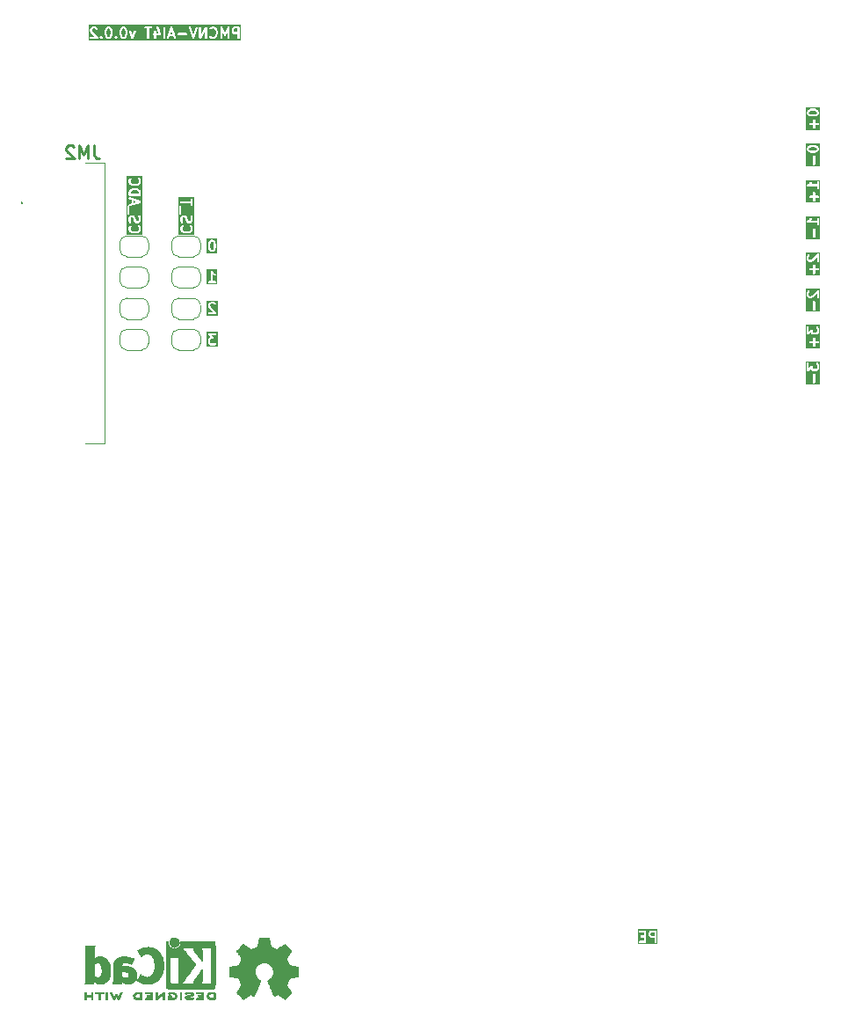
<source format=gbr>
%TF.GenerationSoftware,KiCad,Pcbnew,9.0.3*%
%TF.CreationDate,2025-07-19T20:22:36+03:00*%
%TF.ProjectId,PMCNV-AI4T,504d434e-562d-4414-9934-542e6b696361,rev?*%
%TF.SameCoordinates,Original*%
%TF.FileFunction,Legend,Bot*%
%TF.FilePolarity,Positive*%
%FSLAX46Y46*%
G04 Gerber Fmt 4.6, Leading zero omitted, Abs format (unit mm)*
G04 Created by KiCad (PCBNEW 9.0.3) date 2025-07-19 20:22:36*
%MOMM*%
%LPD*%
G01*
G04 APERTURE LIST*
%ADD10C,0.200000*%
%ADD11C,0.254000*%
%ADD12C,0.120000*%
%ADD13C,0.100000*%
%ADD14C,0.010000*%
G04 APERTURE END LIST*
D10*
G36*
X-27268448Y29774436D02*
G01*
X-27566505Y29675084D01*
X-27566505Y29873789D01*
X-27268448Y29774436D01*
G37*
G36*
X-27225220Y30870561D02*
G01*
X-27154314Y30835108D01*
X-27087242Y30768036D01*
X-27052220Y30662972D01*
X-27052220Y30541103D01*
X-27852220Y30541103D01*
X-27852220Y30662971D01*
X-27817198Y30768036D01*
X-27750125Y30835108D01*
X-27679220Y30870561D01*
X-27511339Y30912531D01*
X-27393101Y30912531D01*
X-27225220Y30870561D01*
G37*
G36*
X-26741109Y26610944D02*
G01*
X-28258569Y26610944D01*
X-28258569Y27250626D01*
X-28052220Y27250626D01*
X-28052220Y27155388D01*
X-28051248Y27145515D01*
X-28051435Y27142880D01*
X-28050648Y27139417D01*
X-28050299Y27135879D01*
X-28049288Y27133438D01*
X-28047088Y27123765D01*
X-27999468Y26980907D01*
X-27991476Y26963007D01*
X-27989122Y26960293D01*
X-27987747Y26956974D01*
X-27975311Y26941820D01*
X-27880073Y26846582D01*
X-27872407Y26840291D01*
X-27870674Y26838293D01*
X-27867663Y26836398D01*
X-27864919Y26834146D01*
X-27862482Y26833137D01*
X-27854083Y26827850D01*
X-27758846Y26780231D01*
X-27757418Y26779685D01*
X-27756838Y26779255D01*
X-27748662Y26776334D01*
X-27740537Y26773225D01*
X-27739817Y26773174D01*
X-27738378Y26772660D01*
X-27547902Y26725041D01*
X-27544521Y26724541D01*
X-27543157Y26723976D01*
X-27535807Y26723253D01*
X-27528509Y26722173D01*
X-27527051Y26722391D01*
X-27523648Y26722055D01*
X-27380791Y26722055D01*
X-27377389Y26722391D01*
X-27375930Y26722173D01*
X-27368633Y26723253D01*
X-27361282Y26723976D01*
X-27359919Y26724541D01*
X-27356537Y26725041D01*
X-27166062Y26772660D01*
X-27164625Y26773174D01*
X-27163902Y26773225D01*
X-27155778Y26776334D01*
X-27147601Y26779255D01*
X-27147021Y26779686D01*
X-27145594Y26780231D01*
X-27050356Y26827850D01*
X-27041960Y26833136D01*
X-27039520Y26834146D01*
X-27036774Y26836400D01*
X-27033766Y26838293D01*
X-27032037Y26840288D01*
X-27024366Y26846582D01*
X-26929128Y26941820D01*
X-26916692Y26956974D01*
X-26915318Y26960293D01*
X-26912962Y26963008D01*
X-26904971Y26980908D01*
X-26857352Y27123765D01*
X-26855153Y27133438D01*
X-26854141Y27135879D01*
X-26853793Y27139417D01*
X-26853005Y27142880D01*
X-26853193Y27145515D01*
X-26852220Y27155388D01*
X-26852220Y27250626D01*
X-26853193Y27260500D01*
X-26853005Y27263134D01*
X-26853793Y27266598D01*
X-26854141Y27270135D01*
X-26855153Y27272577D01*
X-26857352Y27282249D01*
X-26904971Y27425106D01*
X-26912962Y27443006D01*
X-26915318Y27445722D01*
X-26916692Y27449041D01*
X-26929129Y27464194D01*
X-26976747Y27511813D01*
X-26991901Y27524249D01*
X-27027949Y27539181D01*
X-27066967Y27539181D01*
X-27103015Y27524249D01*
X-27130605Y27496659D01*
X-27145537Y27460611D01*
X-27145537Y27421593D01*
X-27130605Y27385545D01*
X-27118169Y27370391D01*
X-27087242Y27339465D01*
X-27052220Y27234400D01*
X-27052220Y27171615D01*
X-27087242Y27066551D01*
X-27154314Y26999479D01*
X-27225220Y26964026D01*
X-27393101Y26922055D01*
X-27511339Y26922055D01*
X-27679220Y26964026D01*
X-27750125Y26999478D01*
X-27817198Y27066551D01*
X-27852220Y27171616D01*
X-27852220Y27234399D01*
X-27817198Y27339464D01*
X-27786271Y27370391D01*
X-27773834Y27385544D01*
X-27758903Y27421593D01*
X-27758903Y27460611D01*
X-27773834Y27496659D01*
X-27801424Y27524249D01*
X-27837472Y27539180D01*
X-27876490Y27539180D01*
X-27912539Y27524249D01*
X-27927692Y27511812D01*
X-27975311Y27464194D01*
X-27987747Y27449040D01*
X-27989122Y27445722D01*
X-27991476Y27443007D01*
X-27999468Y27425107D01*
X-28047088Y27282249D01*
X-28049288Y27272577D01*
X-28050299Y27270135D01*
X-28050648Y27266598D01*
X-28051435Y27263134D01*
X-28051248Y27260500D01*
X-28052220Y27250626D01*
X-28258569Y27250626D01*
X-28258569Y28203007D01*
X-28052220Y28203007D01*
X-28052220Y27964912D01*
X-28051248Y27955039D01*
X-28051435Y27952404D01*
X-28050648Y27948941D01*
X-28050299Y27945403D01*
X-28049288Y27942962D01*
X-28047088Y27933289D01*
X-27999468Y27790431D01*
X-27991476Y27772531D01*
X-27965911Y27743055D01*
X-27931012Y27725606D01*
X-27892092Y27722840D01*
X-27855076Y27735179D01*
X-27825600Y27760744D01*
X-27808151Y27795643D01*
X-27805385Y27834563D01*
X-27809732Y27853678D01*
X-27852220Y27981140D01*
X-27852220Y28179401D01*
X-27822417Y28239008D01*
X-27797746Y28263679D01*
X-27738136Y28293483D01*
X-27690112Y28293483D01*
X-27630503Y28263678D01*
X-27605834Y28239010D01*
X-27570381Y28168103D01*
X-27525424Y27988278D01*
X-27524911Y27986841D01*
X-27524859Y27986118D01*
X-27521751Y27977994D01*
X-27518829Y27969817D01*
X-27518399Y27969237D01*
X-27517853Y27967810D01*
X-27470234Y27872572D01*
X-27464949Y27864176D01*
X-27463938Y27861736D01*
X-27461685Y27858990D01*
X-27459791Y27855982D01*
X-27457797Y27854253D01*
X-27451502Y27846582D01*
X-27403883Y27798964D01*
X-27396217Y27792672D01*
X-27394484Y27790674D01*
X-27391476Y27788781D01*
X-27388730Y27786527D01*
X-27386290Y27785517D01*
X-27377893Y27780231D01*
X-27282656Y27732612D01*
X-27264347Y27725606D01*
X-27260764Y27725352D01*
X-27257443Y27723976D01*
X-27237934Y27722055D01*
X-27142696Y27722055D01*
X-27123187Y27723976D01*
X-27119867Y27725352D01*
X-27116283Y27725606D01*
X-27097975Y27732612D01*
X-27002737Y27780231D01*
X-26994341Y27785517D01*
X-26991901Y27786527D01*
X-26989155Y27788781D01*
X-26986147Y27790674D01*
X-26984418Y27792669D01*
X-26976747Y27798963D01*
X-26929129Y27846582D01*
X-26922837Y27854249D01*
X-26920839Y27855981D01*
X-26918946Y27858990D01*
X-26916692Y27861735D01*
X-26915682Y27864176D01*
X-26910396Y27872572D01*
X-26862777Y27967809D01*
X-26855771Y27986118D01*
X-26855517Y27989702D01*
X-26854141Y27993022D01*
X-26852220Y28012531D01*
X-26852220Y28250626D01*
X-26853193Y28260500D01*
X-26853005Y28263134D01*
X-26853793Y28266598D01*
X-26854141Y28270135D01*
X-26855153Y28272577D01*
X-26857352Y28282249D01*
X-26904971Y28425106D01*
X-26912962Y28443006D01*
X-26938527Y28472482D01*
X-26973426Y28489932D01*
X-27012346Y28492698D01*
X-27049362Y28480360D01*
X-27078838Y28454795D01*
X-27096288Y28419896D01*
X-27099054Y28380976D01*
X-27094707Y28361860D01*
X-27052220Y28234400D01*
X-27052220Y28036138D01*
X-27082025Y27976529D01*
X-27106694Y27951861D01*
X-27166303Y27922055D01*
X-27214327Y27922055D01*
X-27273937Y27951860D01*
X-27298605Y27976529D01*
X-27334059Y28047436D01*
X-27379015Y28227261D01*
X-27379529Y28228700D01*
X-27379580Y28229420D01*
X-27382689Y28237545D01*
X-27385610Y28245721D01*
X-27386040Y28246301D01*
X-27386586Y28247729D01*
X-27434205Y28342966D01*
X-27439491Y28351363D01*
X-27440501Y28353803D01*
X-27442755Y28356549D01*
X-27444648Y28359557D01*
X-27446646Y28361290D01*
X-27452938Y28368956D01*
X-27500556Y28416575D01*
X-27508227Y28422870D01*
X-27509956Y28424864D01*
X-27512964Y28426758D01*
X-27515710Y28429011D01*
X-27518150Y28430022D01*
X-27526546Y28435307D01*
X-27621784Y28482926D01*
X-27640092Y28489932D01*
X-27643676Y28490187D01*
X-27646996Y28491562D01*
X-27666505Y28493483D01*
X-27761743Y28493483D01*
X-27781252Y28491562D01*
X-27784573Y28490187D01*
X-27788156Y28489932D01*
X-27806465Y28482926D01*
X-27901702Y28435307D01*
X-27910099Y28430022D01*
X-27912539Y28429011D01*
X-27915285Y28426758D01*
X-27918293Y28424864D01*
X-27920026Y28422867D01*
X-27927692Y28416574D01*
X-27975311Y28368956D01*
X-27981603Y28361290D01*
X-27983599Y28359558D01*
X-27985494Y28356548D01*
X-27987747Y28353802D01*
X-27988758Y28351363D01*
X-27994042Y28342967D01*
X-28041662Y28247729D01*
X-28048669Y28229421D01*
X-28048924Y28225836D01*
X-28050299Y28222516D01*
X-28052220Y28203007D01*
X-28258569Y28203007D01*
X-28258569Y29345864D01*
X-28147458Y29345864D01*
X-28147458Y28583959D01*
X-28145537Y28564450D01*
X-28130605Y28528402D01*
X-28103015Y28500812D01*
X-28066967Y28485880D01*
X-28027949Y28485880D01*
X-27991901Y28500812D01*
X-27964311Y28528402D01*
X-27949379Y28564450D01*
X-27947458Y28583959D01*
X-27947458Y29342439D01*
X-27939713Y29341888D01*
X-27920597Y29346235D01*
X-26920598Y29679568D01*
X-26902697Y29687559D01*
X-26897296Y29692244D01*
X-26890909Y29695437D01*
X-26882697Y29704906D01*
X-26873221Y29713124D01*
X-26870026Y29719516D01*
X-26865344Y29724913D01*
X-26861378Y29736811D01*
X-26855772Y29748023D01*
X-26855266Y29755148D01*
X-26853005Y29761929D01*
X-26853895Y29774436D01*
X-26853005Y29786943D01*
X-26855266Y29793725D01*
X-26855772Y29800849D01*
X-26861378Y29812062D01*
X-26865344Y29823959D01*
X-26870026Y29829357D01*
X-26873221Y29835748D01*
X-26882697Y29843967D01*
X-26890909Y29853435D01*
X-26897296Y29856629D01*
X-26902697Y29861313D01*
X-26920598Y29869304D01*
X-27920597Y30202637D01*
X-27939713Y30206984D01*
X-27978633Y30204218D01*
X-28013532Y30186768D01*
X-28039097Y30157292D01*
X-28051435Y30120276D01*
X-28048669Y30081356D01*
X-28031219Y30046457D01*
X-28001743Y30020892D01*
X-27983843Y30012901D01*
X-27766505Y29940456D01*
X-27766505Y29608417D01*
X-27983843Y29535971D01*
X-28001743Y29527980D01*
X-28031219Y29502415D01*
X-28048669Y29467516D01*
X-28050344Y29443943D01*
X-28066967Y29443943D01*
X-28103015Y29429011D01*
X-28130605Y29401421D01*
X-28145537Y29365373D01*
X-28147458Y29345864D01*
X-28258569Y29345864D01*
X-28258569Y30679198D01*
X-28052220Y30679198D01*
X-28052220Y30441103D01*
X-28050299Y30421594D01*
X-28035367Y30385546D01*
X-28007777Y30357956D01*
X-27971729Y30343024D01*
X-27952220Y30341103D01*
X-26952220Y30341103D01*
X-26932711Y30343024D01*
X-26896663Y30357956D01*
X-26869073Y30385546D01*
X-26854141Y30421594D01*
X-26852220Y30441103D01*
X-26852220Y30679198D01*
X-26853193Y30689072D01*
X-26853005Y30691706D01*
X-26853793Y30695170D01*
X-26854141Y30698707D01*
X-26855153Y30701149D01*
X-26857352Y30710821D01*
X-26904971Y30853678D01*
X-26912962Y30871578D01*
X-26915318Y30874294D01*
X-26916692Y30877612D01*
X-26929128Y30892766D01*
X-27024366Y30988004D01*
X-27032037Y30994299D01*
X-27033766Y30996293D01*
X-27036774Y30998187D01*
X-27039520Y31000440D01*
X-27041960Y31001451D01*
X-27050356Y31006736D01*
X-27145594Y31054355D01*
X-27147021Y31054901D01*
X-27147601Y31055331D01*
X-27155778Y31058253D01*
X-27163902Y31061361D01*
X-27164625Y31061413D01*
X-27166062Y31061926D01*
X-27356537Y31109545D01*
X-27359919Y31110046D01*
X-27361282Y31110610D01*
X-27368633Y31111334D01*
X-27375930Y31112413D01*
X-27377389Y31112196D01*
X-27380791Y31112531D01*
X-27523648Y31112531D01*
X-27527051Y31112196D01*
X-27528509Y31112413D01*
X-27535807Y31111334D01*
X-27543157Y31110610D01*
X-27544521Y31110046D01*
X-27547902Y31109545D01*
X-27738378Y31061926D01*
X-27739817Y31061413D01*
X-27740537Y31061361D01*
X-27748662Y31058253D01*
X-27756838Y31055331D01*
X-27757418Y31054902D01*
X-27758846Y31054355D01*
X-27854083Y31006736D01*
X-27862482Y31001450D01*
X-27864919Y31000440D01*
X-27867663Y30998189D01*
X-27870674Y30996293D01*
X-27872407Y30994296D01*
X-27880073Y30988004D01*
X-27975311Y30892766D01*
X-27987747Y30877612D01*
X-27989122Y30874294D01*
X-27991476Y30871579D01*
X-27999468Y30853679D01*
X-28047088Y30710821D01*
X-28049288Y30701149D01*
X-28050299Y30698707D01*
X-28050648Y30695170D01*
X-28051435Y30691706D01*
X-28051248Y30689072D01*
X-28052220Y30679198D01*
X-28258569Y30679198D01*
X-28258569Y31822055D01*
X-28052220Y31822055D01*
X-28052220Y31726817D01*
X-28051248Y31716944D01*
X-28051435Y31714309D01*
X-28050648Y31710846D01*
X-28050299Y31707308D01*
X-28049288Y31704867D01*
X-28047088Y31695194D01*
X-27999468Y31552336D01*
X-27991476Y31534436D01*
X-27989122Y31531722D01*
X-27987747Y31528403D01*
X-27975311Y31513249D01*
X-27880073Y31418011D01*
X-27872407Y31411720D01*
X-27870674Y31409722D01*
X-27867663Y31407827D01*
X-27864919Y31405575D01*
X-27862482Y31404566D01*
X-27854083Y31399279D01*
X-27758846Y31351660D01*
X-27757418Y31351114D01*
X-27756838Y31350684D01*
X-27748662Y31347763D01*
X-27740537Y31344654D01*
X-27739817Y31344603D01*
X-27738378Y31344089D01*
X-27547902Y31296470D01*
X-27544521Y31295970D01*
X-27543157Y31295405D01*
X-27535807Y31294682D01*
X-27528509Y31293602D01*
X-27527051Y31293820D01*
X-27523648Y31293484D01*
X-27380791Y31293484D01*
X-27377389Y31293820D01*
X-27375930Y31293602D01*
X-27368633Y31294682D01*
X-27361282Y31295405D01*
X-27359919Y31295970D01*
X-27356537Y31296470D01*
X-27166062Y31344089D01*
X-27164625Y31344603D01*
X-27163902Y31344654D01*
X-27155778Y31347763D01*
X-27147601Y31350684D01*
X-27147021Y31351115D01*
X-27145594Y31351660D01*
X-27050356Y31399279D01*
X-27041960Y31404565D01*
X-27039520Y31405575D01*
X-27036774Y31407829D01*
X-27033766Y31409722D01*
X-27032037Y31411717D01*
X-27024366Y31418011D01*
X-26929128Y31513249D01*
X-26916692Y31528403D01*
X-26915318Y31531722D01*
X-26912962Y31534437D01*
X-26904971Y31552337D01*
X-26857352Y31695194D01*
X-26855153Y31704867D01*
X-26854141Y31707308D01*
X-26853793Y31710846D01*
X-26853005Y31714309D01*
X-26853193Y31716944D01*
X-26852220Y31726817D01*
X-26852220Y31822055D01*
X-26853193Y31831929D01*
X-26853005Y31834563D01*
X-26853793Y31838027D01*
X-26854141Y31841564D01*
X-26855153Y31844006D01*
X-26857352Y31853678D01*
X-26904971Y31996535D01*
X-26912962Y32014435D01*
X-26915318Y32017151D01*
X-26916692Y32020470D01*
X-26929129Y32035623D01*
X-26976747Y32083242D01*
X-26991901Y32095678D01*
X-27027949Y32110610D01*
X-27066967Y32110610D01*
X-27103015Y32095678D01*
X-27130605Y32068088D01*
X-27145537Y32032040D01*
X-27145537Y31993022D01*
X-27130605Y31956974D01*
X-27118169Y31941820D01*
X-27087242Y31910894D01*
X-27052220Y31805829D01*
X-27052220Y31743044D01*
X-27087242Y31637980D01*
X-27154314Y31570908D01*
X-27225220Y31535455D01*
X-27393101Y31493484D01*
X-27511339Y31493484D01*
X-27679220Y31535455D01*
X-27750125Y31570907D01*
X-27817198Y31637980D01*
X-27852220Y31743045D01*
X-27852220Y31805828D01*
X-27817198Y31910893D01*
X-27786271Y31941820D01*
X-27773834Y31956973D01*
X-27758903Y31993022D01*
X-27758903Y32032040D01*
X-27773834Y32068088D01*
X-27801424Y32095678D01*
X-27837472Y32110609D01*
X-27876490Y32110609D01*
X-27912539Y32095678D01*
X-27927692Y32083241D01*
X-27975311Y32035623D01*
X-27987747Y32020469D01*
X-27989122Y32017151D01*
X-27991476Y32014436D01*
X-27999468Y31996536D01*
X-28047088Y31853678D01*
X-28049288Y31844006D01*
X-28050299Y31841564D01*
X-28050648Y31838027D01*
X-28051435Y31834563D01*
X-28051248Y31831929D01*
X-28052220Y31822055D01*
X-28258569Y31822055D01*
X-28258569Y32221721D01*
X-26741109Y32221721D01*
X-26741109Y26610944D01*
G37*
G36*
X38166837Y35012792D02*
G01*
X38237746Y34977337D01*
X38262414Y34952670D01*
X38292219Y34893060D01*
X38292219Y34845036D01*
X38262414Y34785427D01*
X38237746Y34760760D01*
X38166837Y34725305D01*
X37998956Y34683334D01*
X37785480Y34683334D01*
X37617599Y34725305D01*
X37546692Y34760758D01*
X37522024Y34785427D01*
X37492219Y34845037D01*
X37492219Y34893060D01*
X37522024Y34952670D01*
X37546692Y34977339D01*
X37617599Y35012792D01*
X37785480Y35054762D01*
X37998956Y35054762D01*
X38166837Y35012792D01*
G37*
G36*
X38603330Y33183667D02*
G01*
X37181108Y33183667D01*
X37181108Y34154762D01*
X37911266Y34154762D01*
X37911266Y33392857D01*
X37913187Y33373348D01*
X37928119Y33337300D01*
X37955709Y33309710D01*
X37991757Y33294778D01*
X38030775Y33294778D01*
X38066823Y33309710D01*
X38094413Y33337300D01*
X38109345Y33373348D01*
X38111266Y33392857D01*
X38111266Y34154762D01*
X38109345Y34174271D01*
X38094413Y34210319D01*
X38066823Y34237909D01*
X38030775Y34252841D01*
X37991757Y34252841D01*
X37955709Y34237909D01*
X37928119Y34210319D01*
X37913187Y34174271D01*
X37911266Y34154762D01*
X37181108Y34154762D01*
X37181108Y34916667D01*
X37292219Y34916667D01*
X37292219Y34821429D01*
X37294140Y34801920D01*
X37295515Y34798600D01*
X37295770Y34795016D01*
X37302776Y34776708D01*
X37350395Y34681470D01*
X37355680Y34673074D01*
X37356691Y34670634D01*
X37358944Y34667888D01*
X37360838Y34664880D01*
X37362832Y34663151D01*
X37369127Y34655480D01*
X37416746Y34607862D01*
X37424412Y34601570D01*
X37426145Y34599572D01*
X37429153Y34597679D01*
X37431899Y34595425D01*
X37434339Y34594415D01*
X37442736Y34589129D01*
X37537973Y34541510D01*
X37539401Y34540964D01*
X37539981Y34540534D01*
X37548157Y34537613D01*
X37556282Y34534504D01*
X37557002Y34534453D01*
X37558441Y34533939D01*
X37748917Y34486320D01*
X37752298Y34485820D01*
X37753662Y34485255D01*
X37761012Y34484532D01*
X37768310Y34483452D01*
X37769768Y34483670D01*
X37773171Y34483334D01*
X38011266Y34483334D01*
X38014668Y34483670D01*
X38016127Y34483452D01*
X38023424Y34484532D01*
X38030775Y34485255D01*
X38032138Y34485820D01*
X38035520Y34486320D01*
X38225995Y34533939D01*
X38227432Y34534453D01*
X38228155Y34534504D01*
X38236279Y34537613D01*
X38244456Y34540534D01*
X38245036Y34540965D01*
X38246463Y34541510D01*
X38341701Y34589129D01*
X38350093Y34594413D01*
X38352537Y34595424D01*
X38355286Y34597681D01*
X38358291Y34599572D01*
X38360020Y34601567D01*
X38367690Y34607861D01*
X38415310Y34655479D01*
X38421603Y34663148D01*
X38423600Y34664879D01*
X38425493Y34667888D01*
X38427747Y34670633D01*
X38428757Y34673074D01*
X38434043Y34681470D01*
X38481662Y34776707D01*
X38488668Y34795016D01*
X38488922Y34798600D01*
X38490298Y34801920D01*
X38492219Y34821429D01*
X38492219Y34916667D01*
X38490298Y34936176D01*
X38488922Y34939497D01*
X38488668Y34943080D01*
X38481662Y34961389D01*
X38434043Y35056626D01*
X38428757Y35065023D01*
X38427747Y35067463D01*
X38425493Y35070209D01*
X38423600Y35073217D01*
X38421603Y35074949D01*
X38415310Y35082617D01*
X38367690Y35130235D01*
X38360020Y35136530D01*
X38358291Y35138524D01*
X38355286Y35140416D01*
X38352537Y35142672D01*
X38350093Y35143684D01*
X38341701Y35148967D01*
X38246463Y35196586D01*
X38245036Y35197132D01*
X38244456Y35197562D01*
X38236279Y35200484D01*
X38228155Y35203592D01*
X38227432Y35203644D01*
X38225995Y35204157D01*
X38035520Y35251776D01*
X38032138Y35252277D01*
X38030775Y35252841D01*
X38023424Y35253565D01*
X38016127Y35254644D01*
X38014668Y35254427D01*
X38011266Y35254762D01*
X37773171Y35254762D01*
X37769768Y35254427D01*
X37768310Y35254644D01*
X37761012Y35253565D01*
X37753662Y35252841D01*
X37752298Y35252277D01*
X37748917Y35251776D01*
X37558441Y35204157D01*
X37557002Y35203644D01*
X37556282Y35203592D01*
X37548157Y35200484D01*
X37539981Y35197562D01*
X37539401Y35197133D01*
X37537973Y35196586D01*
X37442736Y35148967D01*
X37434339Y35143682D01*
X37431899Y35142671D01*
X37429153Y35140418D01*
X37426145Y35138524D01*
X37424412Y35136527D01*
X37416746Y35130234D01*
X37369127Y35082616D01*
X37362832Y35074946D01*
X37360838Y35073216D01*
X37358944Y35070209D01*
X37356691Y35067462D01*
X37355680Y35065023D01*
X37350395Y35056626D01*
X37302776Y34961388D01*
X37295770Y34943080D01*
X37295515Y34939497D01*
X37294140Y34936176D01*
X37292219Y34916667D01*
X37181108Y34916667D01*
X37181108Y35365873D01*
X38603330Y35365873D01*
X38603330Y33183667D01*
G37*
G36*
X38603330Y22683667D02*
G01*
X37181108Y22683667D01*
X37181108Y23293319D01*
X37532235Y23293319D01*
X37532235Y23254301D01*
X37547167Y23218253D01*
X37574757Y23190663D01*
X37610805Y23175731D01*
X37630314Y23173810D01*
X37911266Y23173810D01*
X37911266Y22892857D01*
X37913187Y22873348D01*
X37928119Y22837300D01*
X37955709Y22809710D01*
X37991757Y22794778D01*
X38030775Y22794778D01*
X38066823Y22809710D01*
X38094413Y22837300D01*
X38109345Y22873348D01*
X38111266Y22892857D01*
X38111266Y23173810D01*
X38392219Y23173810D01*
X38411728Y23175731D01*
X38447776Y23190663D01*
X38475366Y23218253D01*
X38490298Y23254301D01*
X38490298Y23293319D01*
X38475366Y23329367D01*
X38447776Y23356957D01*
X38411728Y23371889D01*
X38392219Y23373810D01*
X38111266Y23373810D01*
X38111266Y23654762D01*
X38109345Y23674271D01*
X38094413Y23710319D01*
X38066823Y23737909D01*
X38030775Y23752841D01*
X37991757Y23752841D01*
X37955709Y23737909D01*
X37928119Y23710319D01*
X37913187Y23674271D01*
X37911266Y23654762D01*
X37911266Y23373810D01*
X37630314Y23373810D01*
X37610805Y23371889D01*
X37574757Y23356957D01*
X37547167Y23329367D01*
X37532235Y23293319D01*
X37181108Y23293319D01*
X37181108Y24511905D01*
X37292219Y24511905D01*
X37292219Y24273810D01*
X37294140Y24254301D01*
X37295515Y24250981D01*
X37295770Y24247397D01*
X37302776Y24229089D01*
X37350395Y24133851D01*
X37355680Y24125455D01*
X37356691Y24123015D01*
X37358944Y24120269D01*
X37360838Y24117261D01*
X37362832Y24115532D01*
X37369127Y24107861D01*
X37416746Y24060243D01*
X37424412Y24053951D01*
X37426145Y24051953D01*
X37429153Y24050060D01*
X37431899Y24047806D01*
X37434339Y24046796D01*
X37442736Y24041510D01*
X37537973Y23993891D01*
X37556282Y23986885D01*
X37559865Y23986631D01*
X37563186Y23985255D01*
X37582695Y23983334D01*
X37677933Y23983334D01*
X37687806Y23984307D01*
X37690440Y23984119D01*
X37693903Y23984907D01*
X37697442Y23985255D01*
X37699884Y23986267D01*
X37709556Y23988466D01*
X37852412Y24036085D01*
X37870313Y24044076D01*
X37873028Y24046432D01*
X37876347Y24047806D01*
X37891501Y24060242D01*
X38292219Y24460960D01*
X38292219Y24083334D01*
X38294140Y24063825D01*
X38309072Y24027777D01*
X38336662Y24000187D01*
X38372710Y23985255D01*
X38411728Y23985255D01*
X38447776Y24000187D01*
X38475366Y24027777D01*
X38490298Y24063825D01*
X38492219Y24083334D01*
X38492219Y24702381D01*
X38490298Y24721890D01*
X38475366Y24757938D01*
X38447776Y24785528D01*
X38411728Y24800460D01*
X38372710Y24800460D01*
X38336662Y24785528D01*
X38321508Y24773092D01*
X37766770Y24218356D01*
X37661706Y24183334D01*
X37606302Y24183334D01*
X37546692Y24213139D01*
X37522024Y24237808D01*
X37492219Y24297418D01*
X37492219Y24488298D01*
X37522024Y24547908D01*
X37558167Y24584051D01*
X37570604Y24599204D01*
X37585535Y24635253D01*
X37585535Y24674271D01*
X37570604Y24710319D01*
X37543014Y24737909D01*
X37506966Y24752840D01*
X37467948Y24752840D01*
X37431899Y24737909D01*
X37416746Y24725472D01*
X37369127Y24677854D01*
X37362832Y24670184D01*
X37360838Y24668454D01*
X37358944Y24665447D01*
X37356691Y24662700D01*
X37355680Y24660261D01*
X37350395Y24651864D01*
X37302776Y24556626D01*
X37295770Y24538318D01*
X37295515Y24534735D01*
X37294140Y24531414D01*
X37292219Y24511905D01*
X37181108Y24511905D01*
X37181108Y24911571D01*
X38603330Y24911571D01*
X38603330Y22683667D01*
G37*
G36*
X-21741109Y26610944D02*
G01*
X-23258569Y26610944D01*
X-23258569Y27250626D01*
X-23052220Y27250626D01*
X-23052220Y27155388D01*
X-23051248Y27145515D01*
X-23051435Y27142880D01*
X-23050648Y27139417D01*
X-23050299Y27135879D01*
X-23049288Y27133438D01*
X-23047088Y27123765D01*
X-22999468Y26980907D01*
X-22991476Y26963007D01*
X-22989122Y26960293D01*
X-22987747Y26956974D01*
X-22975311Y26941820D01*
X-22880073Y26846582D01*
X-22872407Y26840291D01*
X-22870674Y26838293D01*
X-22867663Y26836398D01*
X-22864919Y26834146D01*
X-22862482Y26833137D01*
X-22854083Y26827850D01*
X-22758846Y26780231D01*
X-22757418Y26779685D01*
X-22756838Y26779255D01*
X-22748662Y26776334D01*
X-22740537Y26773225D01*
X-22739817Y26773174D01*
X-22738378Y26772660D01*
X-22547902Y26725041D01*
X-22544521Y26724541D01*
X-22543157Y26723976D01*
X-22535807Y26723253D01*
X-22528509Y26722173D01*
X-22527051Y26722391D01*
X-22523648Y26722055D01*
X-22380791Y26722055D01*
X-22377389Y26722391D01*
X-22375930Y26722173D01*
X-22368633Y26723253D01*
X-22361282Y26723976D01*
X-22359919Y26724541D01*
X-22356537Y26725041D01*
X-22166062Y26772660D01*
X-22164625Y26773174D01*
X-22163902Y26773225D01*
X-22155778Y26776334D01*
X-22147601Y26779255D01*
X-22147021Y26779686D01*
X-22145594Y26780231D01*
X-22050356Y26827850D01*
X-22041960Y26833136D01*
X-22039520Y26834146D01*
X-22036774Y26836400D01*
X-22033766Y26838293D01*
X-22032037Y26840288D01*
X-22024366Y26846582D01*
X-21929128Y26941820D01*
X-21916692Y26956974D01*
X-21915318Y26960293D01*
X-21912962Y26963008D01*
X-21904971Y26980908D01*
X-21857352Y27123765D01*
X-21855153Y27133438D01*
X-21854141Y27135879D01*
X-21853793Y27139417D01*
X-21853005Y27142880D01*
X-21853193Y27145515D01*
X-21852220Y27155388D01*
X-21852220Y27250626D01*
X-21853193Y27260500D01*
X-21853005Y27263134D01*
X-21853793Y27266598D01*
X-21854141Y27270135D01*
X-21855153Y27272577D01*
X-21857352Y27282249D01*
X-21904971Y27425106D01*
X-21912962Y27443006D01*
X-21915318Y27445722D01*
X-21916692Y27449041D01*
X-21929129Y27464194D01*
X-21976747Y27511813D01*
X-21991901Y27524249D01*
X-22027949Y27539181D01*
X-22066967Y27539181D01*
X-22103015Y27524249D01*
X-22130605Y27496659D01*
X-22145537Y27460611D01*
X-22145537Y27421593D01*
X-22130605Y27385545D01*
X-22118169Y27370391D01*
X-22087242Y27339465D01*
X-22052220Y27234400D01*
X-22052220Y27171615D01*
X-22087242Y27066551D01*
X-22154314Y26999479D01*
X-22225220Y26964026D01*
X-22393101Y26922055D01*
X-22511339Y26922055D01*
X-22679220Y26964026D01*
X-22750125Y26999478D01*
X-22817198Y27066551D01*
X-22852220Y27171616D01*
X-22852220Y27234399D01*
X-22817198Y27339464D01*
X-22786271Y27370391D01*
X-22773834Y27385544D01*
X-22758903Y27421593D01*
X-22758903Y27460611D01*
X-22773834Y27496659D01*
X-22801424Y27524249D01*
X-22837472Y27539180D01*
X-22876490Y27539180D01*
X-22912539Y27524249D01*
X-22927692Y27511812D01*
X-22975311Y27464194D01*
X-22987747Y27449040D01*
X-22989122Y27445722D01*
X-22991476Y27443007D01*
X-22999468Y27425107D01*
X-23047088Y27282249D01*
X-23049288Y27272577D01*
X-23050299Y27270135D01*
X-23050648Y27266598D01*
X-23051435Y27263134D01*
X-23051248Y27260500D01*
X-23052220Y27250626D01*
X-23258569Y27250626D01*
X-23258569Y28203007D01*
X-23052220Y28203007D01*
X-23052220Y27964912D01*
X-23051248Y27955039D01*
X-23051435Y27952404D01*
X-23050648Y27948941D01*
X-23050299Y27945403D01*
X-23049288Y27942962D01*
X-23047088Y27933289D01*
X-22999468Y27790431D01*
X-22991476Y27772531D01*
X-22965911Y27743055D01*
X-22931012Y27725606D01*
X-22892092Y27722840D01*
X-22855076Y27735179D01*
X-22825600Y27760744D01*
X-22808151Y27795643D01*
X-22805385Y27834563D01*
X-22809732Y27853678D01*
X-22852220Y27981140D01*
X-22852220Y28179401D01*
X-22822417Y28239008D01*
X-22797746Y28263679D01*
X-22738136Y28293483D01*
X-22690112Y28293483D01*
X-22630503Y28263678D01*
X-22605834Y28239010D01*
X-22570381Y28168103D01*
X-22525424Y27988278D01*
X-22524911Y27986841D01*
X-22524859Y27986118D01*
X-22521751Y27977994D01*
X-22518829Y27969817D01*
X-22518399Y27969237D01*
X-22517853Y27967810D01*
X-22470234Y27872572D01*
X-22464949Y27864176D01*
X-22463938Y27861736D01*
X-22461685Y27858990D01*
X-22459791Y27855982D01*
X-22457797Y27854253D01*
X-22451502Y27846582D01*
X-22403883Y27798964D01*
X-22396217Y27792672D01*
X-22394484Y27790674D01*
X-22391476Y27788781D01*
X-22388730Y27786527D01*
X-22386290Y27785517D01*
X-22377893Y27780231D01*
X-22282656Y27732612D01*
X-22264347Y27725606D01*
X-22260764Y27725352D01*
X-22257443Y27723976D01*
X-22237934Y27722055D01*
X-22142696Y27722055D01*
X-22123187Y27723976D01*
X-22119867Y27725352D01*
X-22116283Y27725606D01*
X-22097975Y27732612D01*
X-22002737Y27780231D01*
X-21994341Y27785517D01*
X-21991901Y27786527D01*
X-21989155Y27788781D01*
X-21986147Y27790674D01*
X-21984418Y27792669D01*
X-21976747Y27798963D01*
X-21929129Y27846582D01*
X-21922837Y27854249D01*
X-21920839Y27855981D01*
X-21918946Y27858990D01*
X-21916692Y27861735D01*
X-21915682Y27864176D01*
X-21910396Y27872572D01*
X-21862777Y27967809D01*
X-21855771Y27986118D01*
X-21855517Y27989702D01*
X-21854141Y27993022D01*
X-21852220Y28012531D01*
X-21852220Y28250626D01*
X-21853193Y28260500D01*
X-21853005Y28263134D01*
X-21853793Y28266598D01*
X-21854141Y28270135D01*
X-21855153Y28272577D01*
X-21857352Y28282249D01*
X-21904971Y28425106D01*
X-21912962Y28443006D01*
X-21938527Y28472482D01*
X-21973426Y28489932D01*
X-22012346Y28492698D01*
X-22049362Y28480360D01*
X-22078838Y28454795D01*
X-22096288Y28419896D01*
X-22099054Y28380976D01*
X-22094707Y28361860D01*
X-22052220Y28234400D01*
X-22052220Y28036138D01*
X-22082025Y27976529D01*
X-22106694Y27951861D01*
X-22166303Y27922055D01*
X-22214327Y27922055D01*
X-22273937Y27951860D01*
X-22298605Y27976529D01*
X-22334059Y28047436D01*
X-22379015Y28227261D01*
X-22379529Y28228700D01*
X-22379580Y28229420D01*
X-22382689Y28237545D01*
X-22385610Y28245721D01*
X-22386040Y28246301D01*
X-22386586Y28247729D01*
X-22434205Y28342966D01*
X-22439491Y28351363D01*
X-22440501Y28353803D01*
X-22442755Y28356549D01*
X-22444648Y28359557D01*
X-22446646Y28361290D01*
X-22452938Y28368956D01*
X-22500556Y28416575D01*
X-22508227Y28422870D01*
X-22509956Y28424864D01*
X-22512964Y28426758D01*
X-22515710Y28429011D01*
X-22518150Y28430022D01*
X-22526546Y28435307D01*
X-22621784Y28482926D01*
X-22640092Y28489932D01*
X-22643676Y28490187D01*
X-22646996Y28491562D01*
X-22666505Y28493483D01*
X-22761743Y28493483D01*
X-22781252Y28491562D01*
X-22784573Y28490187D01*
X-22788156Y28489932D01*
X-22806465Y28482926D01*
X-22901702Y28435307D01*
X-22910099Y28430022D01*
X-22912539Y28429011D01*
X-22915285Y28426758D01*
X-22918293Y28424864D01*
X-22920026Y28422867D01*
X-22927692Y28416574D01*
X-22975311Y28368956D01*
X-22981603Y28361290D01*
X-22983599Y28359558D01*
X-22985494Y28356548D01*
X-22987747Y28353802D01*
X-22988758Y28351363D01*
X-22994042Y28342967D01*
X-23041662Y28247729D01*
X-23048669Y28229421D01*
X-23048924Y28225836D01*
X-23050299Y28222516D01*
X-23052220Y28203007D01*
X-23258569Y28203007D01*
X-23258569Y29345864D01*
X-23147458Y29345864D01*
X-23147458Y28583959D01*
X-23145537Y28564450D01*
X-23130605Y28528402D01*
X-23103015Y28500812D01*
X-23066967Y28485880D01*
X-23027949Y28485880D01*
X-22991901Y28500812D01*
X-22964311Y28528402D01*
X-22949379Y28564450D01*
X-22947458Y28583959D01*
X-22947458Y29345864D01*
X-22949379Y29365373D01*
X-22964311Y29401421D01*
X-22991901Y29429011D01*
X-23027949Y29443943D01*
X-23066967Y29443943D01*
X-23103015Y29429011D01*
X-23130605Y29401421D01*
X-23145537Y29365373D01*
X-23147458Y29345864D01*
X-23258569Y29345864D01*
X-23258569Y29746326D01*
X-23050299Y29746326D01*
X-23050299Y29707308D01*
X-23035367Y29671260D01*
X-23007777Y29643670D01*
X-22971729Y29628738D01*
X-22952220Y29626817D01*
X-22052220Y29626817D01*
X-22052220Y29441103D01*
X-22050299Y29421594D01*
X-22035367Y29385546D01*
X-22007777Y29357956D01*
X-21971729Y29343024D01*
X-21932711Y29343024D01*
X-21896663Y29357956D01*
X-21869073Y29385546D01*
X-21854141Y29421594D01*
X-21852220Y29441103D01*
X-21852220Y30012531D01*
X-21854141Y30032040D01*
X-21869073Y30068088D01*
X-21896663Y30095678D01*
X-21932711Y30110610D01*
X-21971729Y30110610D01*
X-22007777Y30095678D01*
X-22035367Y30068088D01*
X-22050299Y30032040D01*
X-22052220Y30012531D01*
X-22052220Y29826817D01*
X-22952220Y29826817D01*
X-22971729Y29824896D01*
X-23007777Y29809964D01*
X-23035367Y29782374D01*
X-23050299Y29746326D01*
X-23258569Y29746326D01*
X-23258569Y30221721D01*
X-21741109Y30221721D01*
X-21741109Y26610944D01*
G37*
G36*
X38603330Y29683667D02*
G01*
X37181108Y29683667D01*
X37181108Y30293319D01*
X37532235Y30293319D01*
X37532235Y30254301D01*
X37547167Y30218253D01*
X37574757Y30190663D01*
X37610805Y30175731D01*
X37630314Y30173810D01*
X37911266Y30173810D01*
X37911266Y29892857D01*
X37913187Y29873348D01*
X37928119Y29837300D01*
X37955709Y29809710D01*
X37991757Y29794778D01*
X38030775Y29794778D01*
X38066823Y29809710D01*
X38094413Y29837300D01*
X38109345Y29873348D01*
X38111266Y29892857D01*
X38111266Y30173810D01*
X38392219Y30173810D01*
X38411728Y30175731D01*
X38447776Y30190663D01*
X38475366Y30218253D01*
X38490298Y30254301D01*
X38490298Y30293319D01*
X38475366Y30329367D01*
X38447776Y30356957D01*
X38411728Y30371889D01*
X38392219Y30373810D01*
X38111266Y30373810D01*
X38111266Y30654762D01*
X38109345Y30674271D01*
X38094413Y30710319D01*
X38066823Y30737909D01*
X38030775Y30752841D01*
X37991757Y30752841D01*
X37955709Y30737909D01*
X37928119Y30710319D01*
X37913187Y30674271D01*
X37911266Y30654762D01*
X37911266Y30373810D01*
X37630314Y30373810D01*
X37610805Y30371889D01*
X37574757Y30356957D01*
X37547167Y30329367D01*
X37532235Y30293319D01*
X37181108Y30293319D01*
X37181108Y31369153D01*
X37292219Y31369153D01*
X37294140Y31359443D01*
X37294140Y31349539D01*
X37297889Y31340487D01*
X37299791Y31330876D01*
X37305283Y31322638D01*
X37309072Y31313491D01*
X37315998Y31306565D01*
X37321434Y31298411D01*
X37329662Y31292901D01*
X37336662Y31285901D01*
X37345713Y31282152D01*
X37353854Y31276700D01*
X37363561Y31274759D01*
X37372710Y31270969D01*
X37392012Y31269069D01*
X37392114Y31269048D01*
X37392148Y31269055D01*
X37392219Y31269048D01*
X38292219Y31269048D01*
X38292219Y31083334D01*
X38294140Y31063825D01*
X38309072Y31027777D01*
X38336662Y31000187D01*
X38372710Y30985255D01*
X38411728Y30985255D01*
X38447776Y31000187D01*
X38475366Y31027777D01*
X38490298Y31063825D01*
X38492219Y31083334D01*
X38492219Y31654762D01*
X38490298Y31674271D01*
X38475366Y31710319D01*
X38447776Y31737909D01*
X38411728Y31752841D01*
X38372710Y31752841D01*
X38336662Y31737909D01*
X38309072Y31710319D01*
X38294140Y31674271D01*
X38292219Y31654762D01*
X38292219Y31469048D01*
X37681260Y31469048D01*
X37701025Y31488813D01*
X37707316Y31496480D01*
X37709314Y31498212D01*
X37711209Y31501224D01*
X37713461Y31503967D01*
X37714470Y31506405D01*
X37719757Y31514803D01*
X37767376Y31610040D01*
X37774382Y31628349D01*
X37777148Y31667269D01*
X37764809Y31704285D01*
X37739244Y31733762D01*
X37704346Y31751211D01*
X37665426Y31753976D01*
X37628410Y31741638D01*
X37598933Y31716073D01*
X37588490Y31699483D01*
X37548129Y31618761D01*
X37471365Y31541997D01*
X37336749Y31452253D01*
X37336694Y31452209D01*
X37336662Y31452195D01*
X37336588Y31452122D01*
X37321582Y31439833D01*
X37316071Y31431605D01*
X37309072Y31424605D01*
X37305322Y31415554D01*
X37299871Y31407413D01*
X37297929Y31397706D01*
X37294140Y31388557D01*
X37294140Y31378758D01*
X37292219Y31369153D01*
X37181108Y31369153D01*
X37181108Y31865087D01*
X38603330Y31865087D01*
X38603330Y29683667D01*
G37*
G36*
X38603330Y12183667D02*
G01*
X37181108Y12183667D01*
X37181108Y13154762D01*
X37911266Y13154762D01*
X37911266Y12392857D01*
X37913187Y12373348D01*
X37928119Y12337300D01*
X37955709Y12309710D01*
X37991757Y12294778D01*
X38030775Y12294778D01*
X38066823Y12309710D01*
X38094413Y12337300D01*
X38109345Y12373348D01*
X38111266Y12392857D01*
X38111266Y13154762D01*
X38109345Y13174271D01*
X38094413Y13210319D01*
X38066823Y13237909D01*
X38030775Y13252841D01*
X37991757Y13252841D01*
X37955709Y13237909D01*
X37928119Y13210319D01*
X37913187Y13174271D01*
X37911266Y13154762D01*
X37181108Y13154762D01*
X37181108Y14202381D01*
X37292219Y14202381D01*
X37292219Y13583334D01*
X37293234Y13573017D01*
X37293060Y13570392D01*
X37293671Y13568585D01*
X37294140Y13563825D01*
X37300355Y13548820D01*
X37305560Y13533431D01*
X37307781Y13530892D01*
X37309072Y13527777D01*
X37320556Y13516293D01*
X37331254Y13504067D01*
X37334277Y13502572D01*
X37336662Y13500187D01*
X37351668Y13493971D01*
X37366229Y13486770D01*
X37369594Y13486546D01*
X37372710Y13485255D01*
X37388958Y13485255D01*
X37405161Y13484175D01*
X37408354Y13485255D01*
X37411728Y13485255D01*
X37426733Y13491471D01*
X37442122Y13496675D01*
X37446012Y13499457D01*
X37447776Y13500187D01*
X37449635Y13502047D01*
X37458069Y13508076D01*
X37691923Y13712699D01*
X37731347Y13633851D01*
X37736632Y13625455D01*
X37737643Y13623015D01*
X37739896Y13620269D01*
X37741790Y13617261D01*
X37743784Y13615532D01*
X37750079Y13607861D01*
X37797698Y13560243D01*
X37805364Y13553951D01*
X37807097Y13551953D01*
X37810105Y13550060D01*
X37812851Y13547806D01*
X37815291Y13546796D01*
X37823688Y13541510D01*
X37918925Y13493891D01*
X37937234Y13486885D01*
X37940817Y13486631D01*
X37944138Y13485255D01*
X37963647Y13483334D01*
X38201742Y13483334D01*
X38221251Y13485255D01*
X38224571Y13486631D01*
X38228155Y13486885D01*
X38246463Y13493891D01*
X38341701Y13541510D01*
X38350093Y13546794D01*
X38352537Y13547805D01*
X38355286Y13550062D01*
X38358291Y13551953D01*
X38360020Y13553948D01*
X38367690Y13560242D01*
X38415310Y13607860D01*
X38421603Y13615529D01*
X38423600Y13617260D01*
X38425493Y13620269D01*
X38427747Y13623014D01*
X38428757Y13625455D01*
X38434043Y13633851D01*
X38481662Y13729088D01*
X38488668Y13747397D01*
X38488922Y13750981D01*
X38490298Y13754301D01*
X38492219Y13773810D01*
X38492219Y14059524D01*
X38490298Y14079033D01*
X38488922Y14082354D01*
X38488668Y14085937D01*
X38481662Y14104246D01*
X38434043Y14199483D01*
X38428757Y14207880D01*
X38427747Y14210320D01*
X38425493Y14213066D01*
X38423600Y14216074D01*
X38421603Y14217806D01*
X38415310Y14225474D01*
X38367690Y14273092D01*
X38352537Y14285529D01*
X38316488Y14300460D01*
X38277470Y14300459D01*
X38241422Y14285528D01*
X38213832Y14257938D01*
X38198901Y14221889D01*
X38198902Y14182871D01*
X38213833Y14146823D01*
X38226270Y14131670D01*
X38262414Y14095527D01*
X38292219Y14035917D01*
X38292219Y13797417D01*
X38262414Y13737808D01*
X38237746Y13713141D01*
X38178135Y13683334D01*
X37987254Y13683334D01*
X37927644Y13713139D01*
X37902976Y13737808D01*
X37873171Y13797418D01*
X37873171Y13916667D01*
X37872155Y13926985D01*
X37872330Y13929609D01*
X37871718Y13931417D01*
X37871250Y13936176D01*
X37865035Y13951180D01*
X37859830Y13966571D01*
X37857607Y13969111D01*
X37856318Y13972224D01*
X37844840Y13983702D01*
X37834136Y13995935D01*
X37831111Y13997431D01*
X37828728Y13999814D01*
X37813726Y14006029D01*
X37799161Y14013231D01*
X37795795Y14013456D01*
X37792680Y14014746D01*
X37776432Y14014746D01*
X37760229Y14015826D01*
X37757036Y14014746D01*
X37753662Y14014746D01*
X37738656Y14008531D01*
X37723268Y14003326D01*
X37719377Y14000545D01*
X37717614Y13999814D01*
X37715754Y13997955D01*
X37707321Y13991925D01*
X37492219Y13803711D01*
X37492219Y14202381D01*
X37490298Y14221890D01*
X37475366Y14257938D01*
X37447776Y14285528D01*
X37411728Y14300460D01*
X37372710Y14300460D01*
X37336662Y14285528D01*
X37309072Y14257938D01*
X37294140Y14221890D01*
X37292219Y14202381D01*
X37181108Y14202381D01*
X37181108Y14411571D01*
X38603330Y14411571D01*
X38603330Y12183667D01*
G37*
G36*
X38603330Y15683667D02*
G01*
X37181108Y15683667D01*
X37181108Y16293319D01*
X37532235Y16293319D01*
X37532235Y16254301D01*
X37547167Y16218253D01*
X37574757Y16190663D01*
X37610805Y16175731D01*
X37630314Y16173810D01*
X37911266Y16173810D01*
X37911266Y15892857D01*
X37913187Y15873348D01*
X37928119Y15837300D01*
X37955709Y15809710D01*
X37991757Y15794778D01*
X38030775Y15794778D01*
X38066823Y15809710D01*
X38094413Y15837300D01*
X38109345Y15873348D01*
X38111266Y15892857D01*
X38111266Y16173810D01*
X38392219Y16173810D01*
X38411728Y16175731D01*
X38447776Y16190663D01*
X38475366Y16218253D01*
X38490298Y16254301D01*
X38490298Y16293319D01*
X38475366Y16329367D01*
X38447776Y16356957D01*
X38411728Y16371889D01*
X38392219Y16373810D01*
X38111266Y16373810D01*
X38111266Y16654762D01*
X38109345Y16674271D01*
X38094413Y16710319D01*
X38066823Y16737909D01*
X38030775Y16752841D01*
X37991757Y16752841D01*
X37955709Y16737909D01*
X37928119Y16710319D01*
X37913187Y16674271D01*
X37911266Y16654762D01*
X37911266Y16373810D01*
X37630314Y16373810D01*
X37610805Y16371889D01*
X37574757Y16356957D01*
X37547167Y16329367D01*
X37532235Y16293319D01*
X37181108Y16293319D01*
X37181108Y17702381D01*
X37292219Y17702381D01*
X37292219Y17083334D01*
X37293234Y17073017D01*
X37293060Y17070392D01*
X37293671Y17068585D01*
X37294140Y17063825D01*
X37300355Y17048820D01*
X37305560Y17033431D01*
X37307781Y17030892D01*
X37309072Y17027777D01*
X37320556Y17016293D01*
X37331254Y17004067D01*
X37334277Y17002572D01*
X37336662Y17000187D01*
X37351668Y16993971D01*
X37366229Y16986770D01*
X37369594Y16986546D01*
X37372710Y16985255D01*
X37388958Y16985255D01*
X37405161Y16984175D01*
X37408354Y16985255D01*
X37411728Y16985255D01*
X37426733Y16991471D01*
X37442122Y16996675D01*
X37446012Y16999457D01*
X37447776Y17000187D01*
X37449635Y17002047D01*
X37458069Y17008076D01*
X37691923Y17212699D01*
X37731347Y17133851D01*
X37736632Y17125455D01*
X37737643Y17123015D01*
X37739896Y17120269D01*
X37741790Y17117261D01*
X37743784Y17115532D01*
X37750079Y17107861D01*
X37797698Y17060243D01*
X37805364Y17053951D01*
X37807097Y17051953D01*
X37810105Y17050060D01*
X37812851Y17047806D01*
X37815291Y17046796D01*
X37823688Y17041510D01*
X37918925Y16993891D01*
X37937234Y16986885D01*
X37940817Y16986631D01*
X37944138Y16985255D01*
X37963647Y16983334D01*
X38201742Y16983334D01*
X38221251Y16985255D01*
X38224571Y16986631D01*
X38228155Y16986885D01*
X38246463Y16993891D01*
X38341701Y17041510D01*
X38350093Y17046794D01*
X38352537Y17047805D01*
X38355286Y17050062D01*
X38358291Y17051953D01*
X38360020Y17053948D01*
X38367690Y17060242D01*
X38415310Y17107860D01*
X38421603Y17115529D01*
X38423600Y17117260D01*
X38425493Y17120269D01*
X38427747Y17123014D01*
X38428757Y17125455D01*
X38434043Y17133851D01*
X38481662Y17229088D01*
X38488668Y17247397D01*
X38488922Y17250981D01*
X38490298Y17254301D01*
X38492219Y17273810D01*
X38492219Y17559524D01*
X38490298Y17579033D01*
X38488922Y17582354D01*
X38488668Y17585937D01*
X38481662Y17604246D01*
X38434043Y17699483D01*
X38428757Y17707880D01*
X38427747Y17710320D01*
X38425493Y17713066D01*
X38423600Y17716074D01*
X38421603Y17717806D01*
X38415310Y17725474D01*
X38367690Y17773092D01*
X38352537Y17785529D01*
X38316488Y17800460D01*
X38277470Y17800459D01*
X38241422Y17785528D01*
X38213832Y17757938D01*
X38198901Y17721889D01*
X38198902Y17682871D01*
X38213833Y17646823D01*
X38226270Y17631670D01*
X38262414Y17595527D01*
X38292219Y17535917D01*
X38292219Y17297417D01*
X38262414Y17237808D01*
X38237746Y17213141D01*
X38178135Y17183334D01*
X37987254Y17183334D01*
X37927644Y17213139D01*
X37902976Y17237808D01*
X37873171Y17297418D01*
X37873171Y17416667D01*
X37872155Y17426985D01*
X37872330Y17429609D01*
X37871718Y17431417D01*
X37871250Y17436176D01*
X37865035Y17451180D01*
X37859830Y17466571D01*
X37857607Y17469111D01*
X37856318Y17472224D01*
X37844840Y17483702D01*
X37834136Y17495935D01*
X37831111Y17497431D01*
X37828728Y17499814D01*
X37813726Y17506029D01*
X37799161Y17513231D01*
X37795795Y17513456D01*
X37792680Y17514746D01*
X37776432Y17514746D01*
X37760229Y17515826D01*
X37757036Y17514746D01*
X37753662Y17514746D01*
X37738656Y17508531D01*
X37723268Y17503326D01*
X37719377Y17500545D01*
X37717614Y17499814D01*
X37715754Y17497955D01*
X37707321Y17491925D01*
X37492219Y17303711D01*
X37492219Y17702381D01*
X37490298Y17721890D01*
X37475366Y17757938D01*
X37447776Y17785528D01*
X37411728Y17800460D01*
X37372710Y17800460D01*
X37336662Y17785528D01*
X37309072Y17757938D01*
X37294140Y17721890D01*
X37292219Y17702381D01*
X37181108Y17702381D01*
X37181108Y17911571D01*
X38603330Y17911571D01*
X38603330Y15683667D01*
G37*
G36*
X-19457478Y18836670D02*
G01*
X-20496826Y18836670D01*
X-20496826Y19857305D01*
X-20385715Y19857305D01*
X-20385715Y19762067D01*
X-20384743Y19752194D01*
X-20384930Y19749560D01*
X-20384143Y19746097D01*
X-20383794Y19742558D01*
X-20382783Y19740116D01*
X-20380583Y19730444D01*
X-20332964Y19587588D01*
X-20324973Y19569687D01*
X-20322618Y19566972D01*
X-20321243Y19563653D01*
X-20308807Y19548499D01*
X-19908090Y19147781D01*
X-20285715Y19147781D01*
X-20305224Y19145860D01*
X-20341272Y19130928D01*
X-20368862Y19103338D01*
X-20383794Y19067290D01*
X-20383794Y19028272D01*
X-20368862Y18992224D01*
X-20341272Y18964634D01*
X-20305224Y18949702D01*
X-20285715Y18947781D01*
X-19666668Y18947781D01*
X-19647159Y18949702D01*
X-19611111Y18964634D01*
X-19583521Y18992224D01*
X-19568589Y19028272D01*
X-19568589Y19067290D01*
X-19583521Y19103338D01*
X-19595957Y19118492D01*
X-20150694Y19673230D01*
X-20185715Y19778294D01*
X-20185715Y19833698D01*
X-20155910Y19893308D01*
X-20131242Y19917977D01*
X-20071632Y19947781D01*
X-19880751Y19947781D01*
X-19821142Y19917976D01*
X-19784998Y19881833D01*
X-19769845Y19869396D01*
X-19733796Y19854465D01*
X-19694778Y19854465D01*
X-19658730Y19869396D01*
X-19631140Y19896986D01*
X-19616209Y19933034D01*
X-19616209Y19972052D01*
X-19631140Y20008101D01*
X-19643577Y20023254D01*
X-19691195Y20070873D01*
X-19698866Y20077168D01*
X-19700595Y20079162D01*
X-19703603Y20081056D01*
X-19706349Y20083309D01*
X-19708789Y20084320D01*
X-19717185Y20089605D01*
X-19812423Y20137224D01*
X-19830731Y20144230D01*
X-19834315Y20144485D01*
X-19837635Y20145860D01*
X-19857144Y20147781D01*
X-20095239Y20147781D01*
X-20114748Y20145860D01*
X-20118069Y20144485D01*
X-20121652Y20144230D01*
X-20139961Y20137224D01*
X-20235198Y20089605D01*
X-20243595Y20084320D01*
X-20246035Y20083309D01*
X-20248781Y20081056D01*
X-20251789Y20079162D01*
X-20253522Y20077165D01*
X-20261188Y20070872D01*
X-20308807Y20023254D01*
X-20315102Y20015584D01*
X-20317096Y20013854D01*
X-20318990Y20010847D01*
X-20321243Y20008100D01*
X-20322254Y20005661D01*
X-20327539Y19997264D01*
X-20375158Y19902026D01*
X-20382164Y19883718D01*
X-20382419Y19880135D01*
X-20383794Y19876814D01*
X-20385715Y19857305D01*
X-20496826Y19857305D01*
X-20496826Y20258892D01*
X-19457478Y20258892D01*
X-19457478Y18836670D01*
G37*
G36*
X-19916380Y25917976D02*
G01*
X-19891711Y25893308D01*
X-19856258Y25822401D01*
X-19814287Y25654520D01*
X-19814287Y25441044D01*
X-19856258Y25273163D01*
X-19891711Y25202257D01*
X-19916380Y25177587D01*
X-19975989Y25147781D01*
X-20024013Y25147781D01*
X-20083623Y25177586D01*
X-20108290Y25202254D01*
X-20143745Y25273163D01*
X-20185715Y25441044D01*
X-20185715Y25654519D01*
X-20143745Y25822401D01*
X-20108291Y25893308D01*
X-20083623Y25917977D01*
X-20024013Y25947781D01*
X-19975989Y25947781D01*
X-19916380Y25917976D01*
G37*
G36*
X-19503176Y24836670D02*
G01*
X-20496826Y24836670D01*
X-20496826Y25666829D01*
X-20385715Y25666829D01*
X-20385715Y25428734D01*
X-20385380Y25425332D01*
X-20385597Y25423873D01*
X-20384518Y25416576D01*
X-20383794Y25409225D01*
X-20383230Y25407862D01*
X-20382729Y25404480D01*
X-20335110Y25214005D01*
X-20334597Y25212568D01*
X-20334545Y25211845D01*
X-20331437Y25203721D01*
X-20328515Y25195544D01*
X-20328085Y25194964D01*
X-20327539Y25193537D01*
X-20279920Y25098299D01*
X-20274637Y25089907D01*
X-20273625Y25087463D01*
X-20271369Y25084714D01*
X-20269477Y25081709D01*
X-20267483Y25079980D01*
X-20261188Y25072310D01*
X-20213570Y25024690D01*
X-20205902Y25018397D01*
X-20204170Y25016400D01*
X-20201162Y25014507D01*
X-20198416Y25012253D01*
X-20195976Y25011243D01*
X-20187579Y25005957D01*
X-20092342Y24958338D01*
X-20074033Y24951332D01*
X-20070450Y24951078D01*
X-20067129Y24949702D01*
X-20047620Y24947781D01*
X-19952382Y24947781D01*
X-19932873Y24949702D01*
X-19929553Y24951078D01*
X-19925969Y24951332D01*
X-19907661Y24958338D01*
X-19812423Y25005957D01*
X-19804028Y25011242D01*
X-19801586Y25012253D01*
X-19798839Y25014509D01*
X-19795833Y25016400D01*
X-19794103Y25018395D01*
X-19786433Y25024690D01*
X-19738814Y25072310D01*
X-19732522Y25079977D01*
X-19730525Y25081708D01*
X-19728632Y25084716D01*
X-19726377Y25087463D01*
X-19725366Y25089905D01*
X-19720082Y25098299D01*
X-19672463Y25193536D01*
X-19671917Y25194965D01*
X-19671487Y25195544D01*
X-19668566Y25203721D01*
X-19665457Y25211845D01*
X-19665406Y25212566D01*
X-19664892Y25214004D01*
X-19617273Y25404480D01*
X-19616773Y25407862D01*
X-19616208Y25409225D01*
X-19615485Y25416576D01*
X-19614405Y25423873D01*
X-19614623Y25425332D01*
X-19614287Y25428734D01*
X-19614287Y25666829D01*
X-19614623Y25670232D01*
X-19614405Y25671690D01*
X-19615485Y25678988D01*
X-19616208Y25686338D01*
X-19616773Y25687702D01*
X-19617273Y25691083D01*
X-19664892Y25881559D01*
X-19665406Y25882998D01*
X-19665457Y25883718D01*
X-19668566Y25891843D01*
X-19671487Y25900019D01*
X-19671917Y25900599D01*
X-19672463Y25902027D01*
X-19720082Y25997264D01*
X-19725368Y26005661D01*
X-19726378Y26008101D01*
X-19728632Y26010847D01*
X-19730525Y26013855D01*
X-19732523Y26015588D01*
X-19738815Y26023254D01*
X-19786433Y26070873D01*
X-19794104Y26077168D01*
X-19795833Y26079162D01*
X-19798841Y26081056D01*
X-19801587Y26083309D01*
X-19804027Y26084320D01*
X-19812423Y26089605D01*
X-19907661Y26137224D01*
X-19925969Y26144230D01*
X-19929553Y26144485D01*
X-19932873Y26145860D01*
X-19952382Y26147781D01*
X-20047620Y26147781D01*
X-20067129Y26145860D01*
X-20070450Y26144485D01*
X-20074033Y26144230D01*
X-20092342Y26137224D01*
X-20187579Y26089605D01*
X-20195976Y26084320D01*
X-20198416Y26083309D01*
X-20201162Y26081056D01*
X-20204170Y26079162D01*
X-20205903Y26077165D01*
X-20213569Y26070872D01*
X-20261188Y26023254D01*
X-20267483Y26015584D01*
X-20269477Y26013854D01*
X-20271371Y26010847D01*
X-20273624Y26008100D01*
X-20274635Y26005661D01*
X-20279920Y25997264D01*
X-20327539Y25902026D01*
X-20328085Y25900600D01*
X-20328515Y25900019D01*
X-20331437Y25891843D01*
X-20334545Y25883718D01*
X-20334597Y25882996D01*
X-20335110Y25881558D01*
X-20382729Y25691083D01*
X-20383230Y25687702D01*
X-20383794Y25686338D01*
X-20384518Y25678988D01*
X-20385597Y25671690D01*
X-20385380Y25670232D01*
X-20385715Y25666829D01*
X-20496826Y25666829D01*
X-20496826Y26258892D01*
X-19503176Y26258892D01*
X-19503176Y24836670D01*
G37*
G36*
X38603330Y19183667D02*
G01*
X37181108Y19183667D01*
X37181108Y20154762D01*
X37911266Y20154762D01*
X37911266Y19392857D01*
X37913187Y19373348D01*
X37928119Y19337300D01*
X37955709Y19309710D01*
X37991757Y19294778D01*
X38030775Y19294778D01*
X38066823Y19309710D01*
X38094413Y19337300D01*
X38109345Y19373348D01*
X38111266Y19392857D01*
X38111266Y20154762D01*
X38109345Y20174271D01*
X38094413Y20210319D01*
X38066823Y20237909D01*
X38030775Y20252841D01*
X37991757Y20252841D01*
X37955709Y20237909D01*
X37928119Y20210319D01*
X37913187Y20174271D01*
X37911266Y20154762D01*
X37181108Y20154762D01*
X37181108Y21011905D01*
X37292219Y21011905D01*
X37292219Y20773810D01*
X37294140Y20754301D01*
X37295515Y20750981D01*
X37295770Y20747397D01*
X37302776Y20729089D01*
X37350395Y20633851D01*
X37355680Y20625455D01*
X37356691Y20623015D01*
X37358944Y20620269D01*
X37360838Y20617261D01*
X37362832Y20615532D01*
X37369127Y20607861D01*
X37416746Y20560243D01*
X37424412Y20553951D01*
X37426145Y20551953D01*
X37429153Y20550060D01*
X37431899Y20547806D01*
X37434339Y20546796D01*
X37442736Y20541510D01*
X37537973Y20493891D01*
X37556282Y20486885D01*
X37559865Y20486631D01*
X37563186Y20485255D01*
X37582695Y20483334D01*
X37677933Y20483334D01*
X37687806Y20484307D01*
X37690440Y20484119D01*
X37693903Y20484907D01*
X37697442Y20485255D01*
X37699884Y20486267D01*
X37709556Y20488466D01*
X37852412Y20536085D01*
X37870313Y20544076D01*
X37873028Y20546432D01*
X37876347Y20547806D01*
X37891501Y20560242D01*
X38292219Y20960960D01*
X38292219Y20583334D01*
X38294140Y20563825D01*
X38309072Y20527777D01*
X38336662Y20500187D01*
X38372710Y20485255D01*
X38411728Y20485255D01*
X38447776Y20500187D01*
X38475366Y20527777D01*
X38490298Y20563825D01*
X38492219Y20583334D01*
X38492219Y21202381D01*
X38490298Y21221890D01*
X38475366Y21257938D01*
X38447776Y21285528D01*
X38411728Y21300460D01*
X38372710Y21300460D01*
X38336662Y21285528D01*
X38321508Y21273092D01*
X37766770Y20718356D01*
X37661706Y20683334D01*
X37606302Y20683334D01*
X37546692Y20713139D01*
X37522024Y20737808D01*
X37492219Y20797418D01*
X37492219Y20988298D01*
X37522024Y21047908D01*
X37558167Y21084051D01*
X37570604Y21099204D01*
X37585535Y21135253D01*
X37585535Y21174271D01*
X37570604Y21210319D01*
X37543014Y21237909D01*
X37506966Y21252840D01*
X37467948Y21252840D01*
X37431899Y21237909D01*
X37416746Y21225472D01*
X37369127Y21177854D01*
X37362832Y21170184D01*
X37360838Y21168454D01*
X37358944Y21165447D01*
X37356691Y21162700D01*
X37355680Y21160261D01*
X37350395Y21151864D01*
X37302776Y21056626D01*
X37295770Y21038318D01*
X37295515Y21034735D01*
X37294140Y21031414D01*
X37292219Y21011905D01*
X37181108Y21011905D01*
X37181108Y21411571D01*
X38603330Y21411571D01*
X38603330Y19183667D01*
G37*
G36*
X38166837Y38512792D02*
G01*
X38237746Y38477337D01*
X38262414Y38452670D01*
X38292219Y38393060D01*
X38292219Y38345036D01*
X38262414Y38285427D01*
X38237746Y38260760D01*
X38166837Y38225305D01*
X37998956Y38183334D01*
X37785480Y38183334D01*
X37617599Y38225305D01*
X37546692Y38260758D01*
X37522024Y38285427D01*
X37492219Y38345037D01*
X37492219Y38393060D01*
X37522024Y38452670D01*
X37546692Y38477339D01*
X37617599Y38512792D01*
X37785480Y38554762D01*
X37998956Y38554762D01*
X38166837Y38512792D01*
G37*
G36*
X38603330Y36683667D02*
G01*
X37181108Y36683667D01*
X37181108Y37293319D01*
X37532235Y37293319D01*
X37532235Y37254301D01*
X37547167Y37218253D01*
X37574757Y37190663D01*
X37610805Y37175731D01*
X37630314Y37173810D01*
X37911266Y37173810D01*
X37911266Y36892857D01*
X37913187Y36873348D01*
X37928119Y36837300D01*
X37955709Y36809710D01*
X37991757Y36794778D01*
X38030775Y36794778D01*
X38066823Y36809710D01*
X38094413Y36837300D01*
X38109345Y36873348D01*
X38111266Y36892857D01*
X38111266Y37173810D01*
X38392219Y37173810D01*
X38411728Y37175731D01*
X38447776Y37190663D01*
X38475366Y37218253D01*
X38490298Y37254301D01*
X38490298Y37293319D01*
X38475366Y37329367D01*
X38447776Y37356957D01*
X38411728Y37371889D01*
X38392219Y37373810D01*
X38111266Y37373810D01*
X38111266Y37654762D01*
X38109345Y37674271D01*
X38094413Y37710319D01*
X38066823Y37737909D01*
X38030775Y37752841D01*
X37991757Y37752841D01*
X37955709Y37737909D01*
X37928119Y37710319D01*
X37913187Y37674271D01*
X37911266Y37654762D01*
X37911266Y37373810D01*
X37630314Y37373810D01*
X37610805Y37371889D01*
X37574757Y37356957D01*
X37547167Y37329367D01*
X37532235Y37293319D01*
X37181108Y37293319D01*
X37181108Y38416667D01*
X37292219Y38416667D01*
X37292219Y38321429D01*
X37294140Y38301920D01*
X37295515Y38298600D01*
X37295770Y38295016D01*
X37302776Y38276708D01*
X37350395Y38181470D01*
X37355680Y38173074D01*
X37356691Y38170634D01*
X37358944Y38167888D01*
X37360838Y38164880D01*
X37362832Y38163151D01*
X37369127Y38155480D01*
X37416746Y38107862D01*
X37424412Y38101570D01*
X37426145Y38099572D01*
X37429153Y38097679D01*
X37431899Y38095425D01*
X37434339Y38094415D01*
X37442736Y38089129D01*
X37537973Y38041510D01*
X37539401Y38040964D01*
X37539981Y38040534D01*
X37548157Y38037613D01*
X37556282Y38034504D01*
X37557002Y38034453D01*
X37558441Y38033939D01*
X37748917Y37986320D01*
X37752298Y37985820D01*
X37753662Y37985255D01*
X37761012Y37984532D01*
X37768310Y37983452D01*
X37769768Y37983670D01*
X37773171Y37983334D01*
X38011266Y37983334D01*
X38014668Y37983670D01*
X38016127Y37983452D01*
X38023424Y37984532D01*
X38030775Y37985255D01*
X38032138Y37985820D01*
X38035520Y37986320D01*
X38225995Y38033939D01*
X38227432Y38034453D01*
X38228155Y38034504D01*
X38236279Y38037613D01*
X38244456Y38040534D01*
X38245036Y38040965D01*
X38246463Y38041510D01*
X38341701Y38089129D01*
X38350093Y38094413D01*
X38352537Y38095424D01*
X38355286Y38097681D01*
X38358291Y38099572D01*
X38360020Y38101567D01*
X38367690Y38107861D01*
X38415310Y38155479D01*
X38421603Y38163148D01*
X38423600Y38164879D01*
X38425493Y38167888D01*
X38427747Y38170633D01*
X38428757Y38173074D01*
X38434043Y38181470D01*
X38481662Y38276707D01*
X38488668Y38295016D01*
X38488922Y38298600D01*
X38490298Y38301920D01*
X38492219Y38321429D01*
X38492219Y38416667D01*
X38490298Y38436176D01*
X38488922Y38439497D01*
X38488668Y38443080D01*
X38481662Y38461389D01*
X38434043Y38556626D01*
X38428757Y38565023D01*
X38427747Y38567463D01*
X38425493Y38570209D01*
X38423600Y38573217D01*
X38421603Y38574949D01*
X38415310Y38582617D01*
X38367690Y38630235D01*
X38360020Y38636530D01*
X38358291Y38638524D01*
X38355286Y38640416D01*
X38352537Y38642672D01*
X38350093Y38643684D01*
X38341701Y38648967D01*
X38246463Y38696586D01*
X38245036Y38697132D01*
X38244456Y38697562D01*
X38236279Y38700484D01*
X38228155Y38703592D01*
X38227432Y38703644D01*
X38225995Y38704157D01*
X38035520Y38751776D01*
X38032138Y38752277D01*
X38030775Y38752841D01*
X38023424Y38753565D01*
X38016127Y38754644D01*
X38014668Y38754427D01*
X38011266Y38754762D01*
X37773171Y38754762D01*
X37769768Y38754427D01*
X37768310Y38754644D01*
X37761012Y38753565D01*
X37753662Y38752841D01*
X37752298Y38752277D01*
X37748917Y38751776D01*
X37558441Y38704157D01*
X37557002Y38703644D01*
X37556282Y38703592D01*
X37548157Y38700484D01*
X37539981Y38697562D01*
X37539401Y38697133D01*
X37537973Y38696586D01*
X37442736Y38648967D01*
X37434339Y38643682D01*
X37431899Y38642671D01*
X37429153Y38640418D01*
X37426145Y38638524D01*
X37424412Y38636527D01*
X37416746Y38630234D01*
X37369127Y38582616D01*
X37362832Y38574946D01*
X37360838Y38573216D01*
X37358944Y38570209D01*
X37356691Y38567462D01*
X37355680Y38565023D01*
X37350395Y38556626D01*
X37302776Y38461388D01*
X37295770Y38443080D01*
X37295515Y38439497D01*
X37294140Y38436176D01*
X37292219Y38416667D01*
X37181108Y38416667D01*
X37181108Y38865873D01*
X38603330Y38865873D01*
X38603330Y36683667D01*
G37*
G36*
X-19457478Y15836670D02*
G01*
X-20496826Y15836670D01*
X-20496826Y16476353D01*
X-20385715Y16476353D01*
X-20385715Y16238258D01*
X-20383794Y16218749D01*
X-20382419Y16215429D01*
X-20382164Y16211845D01*
X-20375158Y16193537D01*
X-20327539Y16098299D01*
X-20322256Y16089907D01*
X-20321244Y16087463D01*
X-20318988Y16084714D01*
X-20317096Y16081709D01*
X-20315102Y16079980D01*
X-20308807Y16072310D01*
X-20261189Y16024690D01*
X-20253521Y16018397D01*
X-20251789Y16016400D01*
X-20248781Y16014507D01*
X-20246035Y16012253D01*
X-20243595Y16011243D01*
X-20235198Y16005957D01*
X-20139961Y15958338D01*
X-20121652Y15951332D01*
X-20118069Y15951078D01*
X-20114748Y15949702D01*
X-20095239Y15947781D01*
X-19809525Y15947781D01*
X-19790016Y15949702D01*
X-19786696Y15951078D01*
X-19783112Y15951332D01*
X-19764804Y15958338D01*
X-19669566Y16005957D01*
X-19661171Y16011242D01*
X-19658729Y16012253D01*
X-19655982Y16014509D01*
X-19652976Y16016400D01*
X-19651246Y16018395D01*
X-19643576Y16024690D01*
X-19595957Y16072310D01*
X-19583520Y16087463D01*
X-19568589Y16123512D01*
X-19568590Y16162530D01*
X-19583521Y16198578D01*
X-19611112Y16226168D01*
X-19647160Y16241099D01*
X-19686178Y16241098D01*
X-19722226Y16226167D01*
X-19737380Y16213730D01*
X-19773523Y16177587D01*
X-19833132Y16147781D01*
X-20071632Y16147781D01*
X-20131242Y16177586D01*
X-20155909Y16202254D01*
X-20185715Y16261866D01*
X-20185715Y16452746D01*
X-20155910Y16512356D01*
X-20131242Y16537025D01*
X-20071632Y16566829D01*
X-19952382Y16566829D01*
X-19942065Y16567845D01*
X-19939440Y16567670D01*
X-19937633Y16568282D01*
X-19932873Y16568750D01*
X-19917870Y16574965D01*
X-19902478Y16580170D01*
X-19899939Y16582393D01*
X-19896825Y16583682D01*
X-19885348Y16595160D01*
X-19873114Y16605864D01*
X-19871619Y16608889D01*
X-19869235Y16611272D01*
X-19863021Y16626274D01*
X-19855818Y16640839D01*
X-19855594Y16644205D01*
X-19854303Y16647320D01*
X-19854303Y16663569D01*
X-19853223Y16679771D01*
X-19854303Y16682965D01*
X-19854303Y16686338D01*
X-19860519Y16701344D01*
X-19865723Y16716732D01*
X-19868505Y16720623D01*
X-19869235Y16722386D01*
X-19871095Y16724246D01*
X-19877124Y16732679D01*
X-20065338Y16947781D01*
X-19666668Y16947781D01*
X-19647159Y16949702D01*
X-19611111Y16964634D01*
X-19583521Y16992224D01*
X-19568589Y17028272D01*
X-19568589Y17067290D01*
X-19583521Y17103338D01*
X-19611111Y17130928D01*
X-19647159Y17145860D01*
X-19666668Y17147781D01*
X-20285715Y17147781D01*
X-20296033Y17146766D01*
X-20298657Y17146940D01*
X-20300465Y17146329D01*
X-20305224Y17145860D01*
X-20320230Y17139645D01*
X-20335618Y17134440D01*
X-20338158Y17132219D01*
X-20341272Y17130928D01*
X-20352757Y17119444D01*
X-20364982Y17108746D01*
X-20366478Y17105723D01*
X-20368862Y17103338D01*
X-20375079Y17088332D01*
X-20382279Y17073771D01*
X-20382504Y17070406D01*
X-20383794Y17067290D01*
X-20383794Y17051042D01*
X-20384874Y17034839D01*
X-20383794Y17031646D01*
X-20383794Y17028272D01*
X-20377579Y17013267D01*
X-20372374Y16997878D01*
X-20369593Y16993988D01*
X-20368862Y16992224D01*
X-20367003Y16990365D01*
X-20360973Y16981931D01*
X-20156352Y16748077D01*
X-20235198Y16708653D01*
X-20243595Y16703368D01*
X-20246035Y16702357D01*
X-20248781Y16700104D01*
X-20251789Y16698210D01*
X-20253522Y16696213D01*
X-20261188Y16689920D01*
X-20308807Y16642302D01*
X-20315102Y16634632D01*
X-20317096Y16632902D01*
X-20318990Y16629895D01*
X-20321243Y16627148D01*
X-20322254Y16624709D01*
X-20327539Y16616312D01*
X-20375158Y16521074D01*
X-20382164Y16502766D01*
X-20382419Y16499183D01*
X-20383794Y16495862D01*
X-20385715Y16476353D01*
X-20496826Y16476353D01*
X-20496826Y17258892D01*
X-19457478Y17258892D01*
X-19457478Y15836670D01*
G37*
G36*
X-19503962Y21836670D02*
G01*
X-20494905Y21836670D01*
X-20494905Y22067290D01*
X-20383794Y22067290D01*
X-20383794Y22028272D01*
X-20368862Y21992224D01*
X-20341272Y21964634D01*
X-20305224Y21949702D01*
X-20285715Y21947781D01*
X-19714287Y21947781D01*
X-19694778Y21949702D01*
X-19658730Y21964634D01*
X-19631140Y21992224D01*
X-19616208Y22028272D01*
X-19616208Y22067290D01*
X-19631140Y22103338D01*
X-19658730Y22130928D01*
X-19694778Y22145860D01*
X-19714287Y22147781D01*
X-19900001Y22147781D01*
X-19900001Y22758740D01*
X-19880236Y22738975D01*
X-19872570Y22732684D01*
X-19870837Y22730686D01*
X-19867826Y22728791D01*
X-19865082Y22726539D01*
X-19862645Y22725530D01*
X-19854246Y22720243D01*
X-19759009Y22672624D01*
X-19740700Y22665618D01*
X-19701780Y22662852D01*
X-19664764Y22675191D01*
X-19635287Y22700756D01*
X-19617838Y22735654D01*
X-19615073Y22774574D01*
X-19627411Y22811590D01*
X-19652976Y22841067D01*
X-19669566Y22851510D01*
X-19750288Y22891871D01*
X-19827052Y22968635D01*
X-19916796Y23103251D01*
X-19916841Y23103306D01*
X-19916854Y23103338D01*
X-19916928Y23103412D01*
X-19929216Y23118418D01*
X-19937445Y23123929D01*
X-19944444Y23130928D01*
X-19953496Y23134678D01*
X-19961636Y23140129D01*
X-19971344Y23142071D01*
X-19980492Y23145860D01*
X-19990291Y23145860D01*
X-19999896Y23147781D01*
X-20009607Y23145860D01*
X-20019510Y23145860D01*
X-20028563Y23142111D01*
X-20038173Y23140209D01*
X-20046412Y23134717D01*
X-20055558Y23130928D01*
X-20062485Y23124002D01*
X-20070638Y23118566D01*
X-20076149Y23110338D01*
X-20083148Y23103338D01*
X-20086898Y23094287D01*
X-20092349Y23086146D01*
X-20094291Y23076439D01*
X-20098080Y23067290D01*
X-20099981Y23047988D01*
X-20100001Y23047886D01*
X-20099995Y23047852D01*
X-20100001Y23047781D01*
X-20100001Y22147781D01*
X-20285715Y22147781D01*
X-20305224Y22145860D01*
X-20341272Y22130928D01*
X-20368862Y22103338D01*
X-20383794Y22067290D01*
X-20494905Y22067290D01*
X-20494905Y23258892D01*
X-19503962Y23258892D01*
X-19503962Y21836670D01*
G37*
G36*
X-29880040Y46417976D02*
G01*
X-29855371Y46393308D01*
X-29819918Y46322401D01*
X-29777947Y46154520D01*
X-29777947Y45941044D01*
X-29819918Y45773163D01*
X-29855371Y45702257D01*
X-29880040Y45677587D01*
X-29939649Y45647781D01*
X-29987673Y45647781D01*
X-30047283Y45677586D01*
X-30071950Y45702254D01*
X-30107405Y45773163D01*
X-30149375Y45941044D01*
X-30149375Y46154519D01*
X-30107405Y46322401D01*
X-30071951Y46393308D01*
X-30047283Y46417977D01*
X-29987673Y46447781D01*
X-29939649Y46447781D01*
X-29880040Y46417976D01*
G37*
G36*
X-28451469Y46417976D02*
G01*
X-28426800Y46393308D01*
X-28391347Y46322401D01*
X-28349376Y46154520D01*
X-28349376Y45941044D01*
X-28391347Y45773163D01*
X-28426800Y45702257D01*
X-28451469Y45677587D01*
X-28511078Y45647781D01*
X-28559102Y45647781D01*
X-28618712Y45677586D01*
X-28643379Y45702254D01*
X-28678834Y45773163D01*
X-28720804Y45941044D01*
X-28720804Y46154519D01*
X-28678834Y46322401D01*
X-28643380Y46393308D01*
X-28618712Y46417977D01*
X-28559102Y46447781D01*
X-28511078Y46447781D01*
X-28451469Y46417976D01*
G37*
G36*
X-23816689Y45933496D02*
G01*
X-24015394Y45933496D01*
X-23916042Y46231554D01*
X-23816689Y45933496D01*
G37*
G36*
X-17539852Y46123972D02*
G01*
X-17797197Y46123972D01*
X-17856807Y46153777D01*
X-17881475Y46178446D01*
X-17911280Y46238056D01*
X-17911280Y46333698D01*
X-17881475Y46393308D01*
X-17856807Y46417977D01*
X-17797197Y46447781D01*
X-17539852Y46447781D01*
X-17539852Y46123972D01*
G37*
G36*
X-17228741Y45336670D02*
G01*
X-31889057Y45336670D01*
X-31889057Y46357305D01*
X-31777946Y46357305D01*
X-31777946Y46262067D01*
X-31776974Y46252194D01*
X-31777161Y46249560D01*
X-31776374Y46246097D01*
X-31776025Y46242558D01*
X-31775014Y46240116D01*
X-31772814Y46230444D01*
X-31725195Y46087588D01*
X-31717204Y46069687D01*
X-31714849Y46066972D01*
X-31713474Y46063653D01*
X-31701038Y46048499D01*
X-31300321Y45647781D01*
X-31677946Y45647781D01*
X-31697455Y45645860D01*
X-31733503Y45630928D01*
X-31761093Y45603338D01*
X-31776025Y45567290D01*
X-31776025Y45528272D01*
X-31761093Y45492224D01*
X-31733503Y45464634D01*
X-31697455Y45449702D01*
X-31677946Y45447781D01*
X-31058899Y45447781D01*
X-31039390Y45449702D01*
X-31003342Y45464634D01*
X-30975752Y45492224D01*
X-30960820Y45528272D01*
X-30960820Y45567290D01*
X-30975752Y45603338D01*
X-30975753Y45603339D01*
X-30985248Y45614909D01*
X-30823645Y45614909D01*
X-30823645Y45575891D01*
X-30818055Y45562396D01*
X-30808713Y45539842D01*
X-30808709Y45539838D01*
X-30796277Y45524689D01*
X-30748658Y45477071D01*
X-30733505Y45464634D01*
X-30727092Y45461978D01*
X-30697456Y45449702D01*
X-30658438Y45449702D01*
X-30622390Y45464634D01*
X-30607236Y45477070D01*
X-30559618Y45524689D01*
X-30547181Y45539842D01*
X-30540429Y45556144D01*
X-30532250Y45575890D01*
X-30532249Y45614908D01*
X-30547180Y45650957D01*
X-30559617Y45666110D01*
X-30607236Y45713730D01*
X-30622389Y45726167D01*
X-30642881Y45734655D01*
X-30647017Y45736368D01*
X-30658438Y45741099D01*
X-30697456Y45741099D01*
X-30708014Y45736726D01*
X-30733504Y45726168D01*
X-30733505Y45726167D01*
X-30748659Y45713730D01*
X-30796277Y45666110D01*
X-30808714Y45650957D01*
X-30817673Y45629327D01*
X-30823645Y45614909D01*
X-30985248Y45614909D01*
X-30988188Y45618492D01*
X-31536524Y46166829D01*
X-30349375Y46166829D01*
X-30349375Y45928734D01*
X-30349040Y45925332D01*
X-30349257Y45923873D01*
X-30348178Y45916576D01*
X-30347454Y45909225D01*
X-30346890Y45907862D01*
X-30346389Y45904480D01*
X-30298770Y45714005D01*
X-30298257Y45712568D01*
X-30298205Y45711845D01*
X-30295097Y45703721D01*
X-30292175Y45695544D01*
X-30291745Y45694964D01*
X-30291199Y45693537D01*
X-30243580Y45598299D01*
X-30238297Y45589907D01*
X-30237285Y45587463D01*
X-30235029Y45584714D01*
X-30233137Y45581709D01*
X-30231143Y45579980D01*
X-30224848Y45572310D01*
X-30177230Y45524690D01*
X-30169562Y45518397D01*
X-30167830Y45516400D01*
X-30164822Y45514507D01*
X-30162076Y45512253D01*
X-30159636Y45511243D01*
X-30151239Y45505957D01*
X-30056002Y45458338D01*
X-30037693Y45451332D01*
X-30034110Y45451078D01*
X-30030789Y45449702D01*
X-30011280Y45447781D01*
X-29916042Y45447781D01*
X-29896533Y45449702D01*
X-29893213Y45451078D01*
X-29889629Y45451332D01*
X-29871321Y45458338D01*
X-29776083Y45505957D01*
X-29767688Y45511242D01*
X-29765246Y45512253D01*
X-29762499Y45514509D01*
X-29759493Y45516400D01*
X-29757763Y45518395D01*
X-29750093Y45524690D01*
X-29702474Y45572310D01*
X-29696182Y45579977D01*
X-29694185Y45581708D01*
X-29692292Y45584716D01*
X-29690037Y45587463D01*
X-29689026Y45589905D01*
X-29683742Y45598299D01*
X-29675437Y45614909D01*
X-29395074Y45614909D01*
X-29395074Y45575891D01*
X-29389484Y45562396D01*
X-29380142Y45539842D01*
X-29380138Y45539838D01*
X-29367706Y45524689D01*
X-29320087Y45477071D01*
X-29304934Y45464634D01*
X-29298521Y45461978D01*
X-29268885Y45449702D01*
X-29229867Y45449702D01*
X-29193819Y45464634D01*
X-29178665Y45477070D01*
X-29131047Y45524689D01*
X-29118610Y45539842D01*
X-29111858Y45556144D01*
X-29103679Y45575890D01*
X-29103678Y45614908D01*
X-29118609Y45650957D01*
X-29131046Y45666110D01*
X-29178665Y45713730D01*
X-29193818Y45726167D01*
X-29214310Y45734655D01*
X-29218446Y45736368D01*
X-29229867Y45741099D01*
X-29268885Y45741099D01*
X-29279443Y45736726D01*
X-29304933Y45726168D01*
X-29304934Y45726167D01*
X-29320088Y45713730D01*
X-29367706Y45666110D01*
X-29380143Y45650957D01*
X-29389102Y45629327D01*
X-29395074Y45614909D01*
X-29675437Y45614909D01*
X-29636123Y45693536D01*
X-29635577Y45694965D01*
X-29635147Y45695544D01*
X-29632226Y45703721D01*
X-29629117Y45711845D01*
X-29629066Y45712566D01*
X-29628552Y45714004D01*
X-29580933Y45904480D01*
X-29580433Y45907862D01*
X-29579868Y45909225D01*
X-29579145Y45916576D01*
X-29578065Y45923873D01*
X-29578283Y45925332D01*
X-29577947Y45928734D01*
X-29577947Y46166829D01*
X-28920804Y46166829D01*
X-28920804Y45928734D01*
X-28920469Y45925332D01*
X-28920686Y45923873D01*
X-28919607Y45916576D01*
X-28918883Y45909225D01*
X-28918319Y45907862D01*
X-28917818Y45904480D01*
X-28870199Y45714005D01*
X-28869686Y45712568D01*
X-28869634Y45711845D01*
X-28866526Y45703721D01*
X-28863604Y45695544D01*
X-28863174Y45694964D01*
X-28862628Y45693537D01*
X-28815009Y45598299D01*
X-28809726Y45589907D01*
X-28808714Y45587463D01*
X-28806458Y45584714D01*
X-28804566Y45581709D01*
X-28802572Y45579980D01*
X-28796277Y45572310D01*
X-28748659Y45524690D01*
X-28740991Y45518397D01*
X-28739259Y45516400D01*
X-28736251Y45514507D01*
X-28733505Y45512253D01*
X-28731065Y45511243D01*
X-28722668Y45505957D01*
X-28627431Y45458338D01*
X-28609122Y45451332D01*
X-28605539Y45451078D01*
X-28602218Y45449702D01*
X-28582709Y45447781D01*
X-28487471Y45447781D01*
X-28467962Y45449702D01*
X-28464642Y45451078D01*
X-28461058Y45451332D01*
X-28442750Y45458338D01*
X-28347512Y45505957D01*
X-28339117Y45511242D01*
X-28336675Y45512253D01*
X-28333928Y45514509D01*
X-28330922Y45516400D01*
X-28329192Y45518395D01*
X-28321522Y45524690D01*
X-28273903Y45572310D01*
X-28267611Y45579977D01*
X-28265614Y45581708D01*
X-28263721Y45584716D01*
X-28261466Y45587463D01*
X-28260455Y45589905D01*
X-28255171Y45598299D01*
X-28207552Y45693536D01*
X-28207006Y45694965D01*
X-28206576Y45695544D01*
X-28203655Y45703721D01*
X-28200546Y45711845D01*
X-28200495Y45712566D01*
X-28199981Y45714004D01*
X-28152362Y45904480D01*
X-28151862Y45907862D01*
X-28151297Y45909225D01*
X-28150574Y45916576D01*
X-28149494Y45923873D01*
X-28149712Y45925332D01*
X-28149376Y45928734D01*
X-28149376Y46166829D01*
X-28149712Y46170232D01*
X-28149494Y46171690D01*
X-28150574Y46178988D01*
X-28151297Y46186338D01*
X-28151862Y46187702D01*
X-28152362Y46191083D01*
X-28154550Y46199833D01*
X-28014969Y46199833D01*
X-28010216Y46180814D01*
X-27772121Y45514148D01*
X-27763751Y45496421D01*
X-27760381Y45492699D01*
X-27758233Y45488164D01*
X-27747382Y45478341D01*
X-27737564Y45467496D01*
X-27733032Y45465349D01*
X-27729307Y45461977D01*
X-27715517Y45457053D01*
X-27702302Y45450792D01*
X-27697292Y45450543D01*
X-27692562Y45448854D01*
X-27677941Y45449582D01*
X-27663332Y45448855D01*
X-27658607Y45450543D01*
X-27653592Y45450792D01*
X-27640366Y45457058D01*
X-27626587Y45461978D01*
X-27622867Y45465347D01*
X-27618330Y45467495D01*
X-27608508Y45478346D01*
X-27597661Y45488164D01*
X-27595514Y45492699D01*
X-27592143Y45496421D01*
X-27583773Y45514147D01*
X-27345678Y46180814D01*
X-27340925Y46199833D01*
X-27342863Y46238803D01*
X-27359566Y46274065D01*
X-27388492Y46300251D01*
X-27425237Y46313374D01*
X-27464207Y46311437D01*
X-27499469Y46294733D01*
X-27525656Y46265808D01*
X-27534026Y46248081D01*
X-27677947Y45845103D01*
X-27821868Y46248082D01*
X-27830238Y46265808D01*
X-27856425Y46294734D01*
X-27891687Y46311437D01*
X-27930657Y46313375D01*
X-27967402Y46300252D01*
X-27996328Y46274065D01*
X-28013031Y46238803D01*
X-28014969Y46199833D01*
X-28154550Y46199833D01*
X-28199981Y46381559D01*
X-28200495Y46382998D01*
X-28200546Y46383718D01*
X-28203655Y46391843D01*
X-28206576Y46400019D01*
X-28207006Y46400599D01*
X-28207552Y46402027D01*
X-28255171Y46497264D01*
X-28260457Y46505661D01*
X-28261467Y46508101D01*
X-28263721Y46510847D01*
X-28265614Y46513855D01*
X-28267612Y46515588D01*
X-28273904Y46523254D01*
X-28317939Y46567290D01*
X-26537930Y46567290D01*
X-26537930Y46528272D01*
X-26522998Y46492224D01*
X-26495408Y46464634D01*
X-26459360Y46449702D01*
X-26439851Y46447781D01*
X-26254137Y46447781D01*
X-26254137Y45547781D01*
X-26252216Y45528272D01*
X-26237284Y45492224D01*
X-26209694Y45464634D01*
X-26173646Y45449702D01*
X-26134628Y45449702D01*
X-26098580Y45464634D01*
X-26070990Y45492224D01*
X-26056058Y45528272D01*
X-26054137Y45547781D01*
X-26054137Y45900624D01*
X-25728406Y45900624D01*
X-25728406Y45861606D01*
X-25713474Y45825558D01*
X-25685884Y45797968D01*
X-25649836Y45783036D01*
X-25630327Y45781115D01*
X-25587470Y45781115D01*
X-25587470Y45547781D01*
X-25585549Y45528272D01*
X-25570617Y45492224D01*
X-25543027Y45464634D01*
X-25506979Y45449702D01*
X-25467961Y45449702D01*
X-25431913Y45464634D01*
X-25404323Y45492224D01*
X-25389391Y45528272D01*
X-25387470Y45547781D01*
X-25387470Y45781115D01*
X-25011280Y45781115D01*
X-25001407Y45782088D01*
X-24998773Y45781900D01*
X-24996872Y45782534D01*
X-24991771Y45783036D01*
X-24976959Y45789172D01*
X-24961757Y45794239D01*
X-24959044Y45796593D01*
X-24955723Y45797968D01*
X-24944385Y45809307D01*
X-24932281Y45819804D01*
X-24930675Y45823017D01*
X-24928133Y45825558D01*
X-24921997Y45840373D01*
X-24914831Y45854703D01*
X-24914577Y45858286D01*
X-24913201Y45861606D01*
X-24913201Y45877639D01*
X-24912065Y45893623D01*
X-24913201Y45898619D01*
X-24913201Y45900624D01*
X-24914213Y45903066D01*
X-24916412Y45912738D01*
X-25128093Y46547781D01*
X-24682709Y46547781D01*
X-24682709Y45547781D01*
X-24680788Y45528272D01*
X-24665856Y45492224D01*
X-24638266Y45464634D01*
X-24602218Y45449702D01*
X-24563200Y45449702D01*
X-24527152Y45464634D01*
X-24499562Y45492224D01*
X-24484630Y45528272D01*
X-24482709Y45547781D01*
X-24482709Y45560288D01*
X-24348590Y45560288D01*
X-24345824Y45521368D01*
X-24328374Y45486469D01*
X-24298898Y45460904D01*
X-24261882Y45448566D01*
X-24222962Y45451332D01*
X-24188063Y45468782D01*
X-24162498Y45498258D01*
X-24154507Y45516158D01*
X-24082061Y45733496D01*
X-23750023Y45733496D01*
X-23677577Y45516159D01*
X-23669586Y45498258D01*
X-23644021Y45468782D01*
X-23609122Y45451333D01*
X-23570202Y45448566D01*
X-23533186Y45460905D01*
X-23503710Y45486470D01*
X-23486260Y45521369D01*
X-23483494Y45560289D01*
X-23487841Y45579404D01*
X-23610787Y45948243D01*
X-23347454Y45948243D01*
X-23347454Y45909225D01*
X-23332522Y45873177D01*
X-23304932Y45845587D01*
X-23268884Y45830655D01*
X-23249375Y45828734D01*
X-22487471Y45828734D01*
X-22467962Y45830655D01*
X-22431914Y45845587D01*
X-22404324Y45873177D01*
X-22389392Y45909225D01*
X-22389392Y45948243D01*
X-22404324Y45984291D01*
X-22431914Y46011881D01*
X-22467962Y46026813D01*
X-22487471Y46028734D01*
X-23249375Y46028734D01*
X-23268884Y46026813D01*
X-23304932Y46011881D01*
X-23332522Y45984291D01*
X-23347454Y45948243D01*
X-23610787Y45948243D01*
X-23806464Y46535274D01*
X-22253352Y46535274D01*
X-22249005Y46516158D01*
X-21915672Y45516159D01*
X-21907681Y45498258D01*
X-21902998Y45492859D01*
X-21899803Y45486469D01*
X-21890332Y45478254D01*
X-21882116Y45468782D01*
X-21875728Y45465588D01*
X-21870327Y45460904D01*
X-21858426Y45456937D01*
X-21847217Y45451333D01*
X-21840093Y45450827D01*
X-21833311Y45448566D01*
X-21820802Y45449456D01*
X-21808297Y45448566D01*
X-21801519Y45450826D01*
X-21794391Y45451332D01*
X-21783175Y45456941D01*
X-21771281Y45460905D01*
X-21765884Y45465586D01*
X-21759492Y45468782D01*
X-21751274Y45478258D01*
X-21741805Y45486470D01*
X-21738612Y45492857D01*
X-21733927Y45498258D01*
X-21725936Y45516158D01*
X-21392603Y46516158D01*
X-21388256Y46535273D01*
X-21389145Y46547781D01*
X-21254137Y46547781D01*
X-21254137Y45547781D01*
X-21253643Y45542764D01*
X-21253893Y45540796D01*
X-21253199Y45538250D01*
X-21252216Y45528272D01*
X-21247125Y45515982D01*
X-21243626Y45503153D01*
X-21239724Y45498115D01*
X-21237284Y45492224D01*
X-21227879Y45482819D01*
X-21219736Y45472304D01*
X-21214202Y45469142D01*
X-21209694Y45464634D01*
X-21197409Y45459546D01*
X-21185859Y45452945D01*
X-21179535Y45452142D01*
X-21173646Y45449702D01*
X-21160345Y45449702D01*
X-21147152Y45448025D01*
X-21141003Y45449702D01*
X-21134628Y45449702D01*
X-21122338Y45454794D01*
X-21109509Y45458292D01*
X-21104471Y45462195D01*
X-21098580Y45464634D01*
X-21089175Y45474040D01*
X-21078660Y45482182D01*
X-21072857Y45490358D01*
X-21070990Y45492224D01*
X-21070232Y45494057D01*
X-21067313Y45498167D01*
X-20682709Y46171225D01*
X-20682709Y45547781D01*
X-20680788Y45528272D01*
X-20665856Y45492224D01*
X-20638266Y45464634D01*
X-20602218Y45449702D01*
X-20563200Y45449702D01*
X-20527152Y45464634D01*
X-20499562Y45492224D01*
X-20484630Y45528272D01*
X-20482709Y45547781D01*
X-20482709Y46472052D01*
X-20252216Y46472052D01*
X-20252216Y46433034D01*
X-20237284Y46396986D01*
X-20209694Y46369396D01*
X-20173646Y46354464D01*
X-20134628Y46354464D01*
X-20098580Y46369396D01*
X-20083426Y46381832D01*
X-20052500Y46412760D01*
X-19947435Y46447781D01*
X-19884650Y46447781D01*
X-19779586Y46412760D01*
X-19712513Y46345687D01*
X-19677061Y46274782D01*
X-19635090Y46106901D01*
X-19635090Y45988663D01*
X-19677061Y45820782D01*
X-19712514Y45749876D01*
X-19779585Y45682803D01*
X-19884650Y45647781D01*
X-19947435Y45647781D01*
X-20052500Y45682803D01*
X-20083426Y45713730D01*
X-20098579Y45726167D01*
X-20134627Y45741098D01*
X-20173645Y45741099D01*
X-20209694Y45726168D01*
X-20237284Y45698578D01*
X-20252215Y45662530D01*
X-20252216Y45623512D01*
X-20237285Y45587463D01*
X-20224848Y45572310D01*
X-20177230Y45524690D01*
X-20162076Y45512253D01*
X-20158757Y45510878D01*
X-20156041Y45508523D01*
X-20138141Y45500532D01*
X-19995284Y45452913D01*
X-19985612Y45450714D01*
X-19983170Y45449702D01*
X-19979633Y45449354D01*
X-19976169Y45448566D01*
X-19973535Y45448754D01*
X-19963661Y45447781D01*
X-19868423Y45447781D01*
X-19858550Y45448754D01*
X-19855916Y45448566D01*
X-19852453Y45449354D01*
X-19848914Y45449702D01*
X-19846472Y45450714D01*
X-19836800Y45452913D01*
X-19693944Y45500532D01*
X-19676043Y45508523D01*
X-19673328Y45510878D01*
X-19670008Y45512253D01*
X-19654855Y45524690D01*
X-19559617Y45619929D01*
X-19553325Y45627596D01*
X-19551328Y45629327D01*
X-19549435Y45632335D01*
X-19547180Y45635082D01*
X-19546169Y45637524D01*
X-19540885Y45645918D01*
X-19493266Y45741155D01*
X-19492720Y45742584D01*
X-19492290Y45743163D01*
X-19489369Y45751340D01*
X-19486260Y45759464D01*
X-19486209Y45760185D01*
X-19485695Y45761623D01*
X-19438076Y45952099D01*
X-19437576Y45955481D01*
X-19437011Y45956844D01*
X-19436288Y45964195D01*
X-19435208Y45971492D01*
X-19435426Y45972951D01*
X-19435090Y45976353D01*
X-19435090Y46119210D01*
X-19435426Y46122613D01*
X-19435208Y46124071D01*
X-19436288Y46131369D01*
X-19437011Y46138719D01*
X-19437576Y46140083D01*
X-19438076Y46143464D01*
X-19485695Y46333940D01*
X-19486209Y46335379D01*
X-19486260Y46336099D01*
X-19489369Y46344224D01*
X-19492290Y46352400D01*
X-19492720Y46352980D01*
X-19493266Y46354408D01*
X-19540885Y46449645D01*
X-19546172Y46458044D01*
X-19547181Y46460481D01*
X-19549433Y46463225D01*
X-19551328Y46466236D01*
X-19553326Y46467969D01*
X-19559617Y46475635D01*
X-19631763Y46547781D01*
X-19206518Y46547781D01*
X-19206518Y45547781D01*
X-19204597Y45528272D01*
X-19189665Y45492224D01*
X-19162075Y45464634D01*
X-19126027Y45449702D01*
X-19087009Y45449702D01*
X-19050961Y45464634D01*
X-19023371Y45492224D01*
X-19008439Y45528272D01*
X-19006518Y45547781D01*
X-19006518Y46097025D01*
X-18863803Y45791207D01*
X-18859571Y45784062D01*
X-18858691Y45781644D01*
X-18857126Y45779935D01*
X-18853812Y45774341D01*
X-18842602Y45764075D01*
X-18832340Y45752869D01*
X-18828315Y45750991D01*
X-18825037Y45747989D01*
X-18810755Y45742796D01*
X-18796982Y45736368D01*
X-18792543Y45736173D01*
X-18788368Y45734655D01*
X-18773185Y45735323D01*
X-18758002Y45734655D01*
X-18753829Y45736173D01*
X-18749387Y45736368D01*
X-18735603Y45742801D01*
X-18721333Y45747990D01*
X-18718060Y45750988D01*
X-18714030Y45752868D01*
X-18703761Y45764083D01*
X-18692558Y45774341D01*
X-18689247Y45779932D01*
X-18687678Y45781644D01*
X-18686798Y45784066D01*
X-18682567Y45791207D01*
X-18539852Y46097026D01*
X-18539852Y45547781D01*
X-18537931Y45528272D01*
X-18522999Y45492224D01*
X-18495409Y45464634D01*
X-18459361Y45449702D01*
X-18420343Y45449702D01*
X-18384295Y45464634D01*
X-18356705Y45492224D01*
X-18341773Y45528272D01*
X-18339852Y45547781D01*
X-18339852Y46357305D01*
X-18111280Y46357305D01*
X-18111280Y46214448D01*
X-18109359Y46194939D01*
X-18107984Y46191619D01*
X-18107729Y46188035D01*
X-18100723Y46169727D01*
X-18053104Y46074489D01*
X-18047819Y46066093D01*
X-18046808Y46063653D01*
X-18044555Y46060907D01*
X-18042661Y46057899D01*
X-18040667Y46056170D01*
X-18034372Y46048499D01*
X-17986753Y46000881D01*
X-17979087Y45994589D01*
X-17977354Y45992591D01*
X-17974346Y45990698D01*
X-17971600Y45988444D01*
X-17969160Y45987434D01*
X-17960763Y45982148D01*
X-17865526Y45934529D01*
X-17847217Y45927523D01*
X-17843634Y45927269D01*
X-17840313Y45925893D01*
X-17820804Y45923972D01*
X-17539852Y45923972D01*
X-17539852Y45547781D01*
X-17537931Y45528272D01*
X-17522999Y45492224D01*
X-17495409Y45464634D01*
X-17459361Y45449702D01*
X-17420343Y45449702D01*
X-17384295Y45464634D01*
X-17356705Y45492224D01*
X-17341773Y45528272D01*
X-17339852Y45547781D01*
X-17339852Y46547781D01*
X-17341773Y46567290D01*
X-17356705Y46603338D01*
X-17384295Y46630928D01*
X-17420343Y46645860D01*
X-17439852Y46647781D01*
X-17820804Y46647781D01*
X-17840313Y46645860D01*
X-17843634Y46644485D01*
X-17847217Y46644230D01*
X-17865526Y46637224D01*
X-17960763Y46589605D01*
X-17969160Y46584320D01*
X-17971600Y46583309D01*
X-17974346Y46581056D01*
X-17977354Y46579162D01*
X-17979087Y46577165D01*
X-17986753Y46570872D01*
X-18034372Y46523254D01*
X-18040667Y46515584D01*
X-18042661Y46513854D01*
X-18044555Y46510847D01*
X-18046808Y46508100D01*
X-18047819Y46505661D01*
X-18053104Y46497264D01*
X-18100723Y46402026D01*
X-18107729Y46383718D01*
X-18107984Y46380135D01*
X-18109359Y46376814D01*
X-18111280Y46357305D01*
X-18339852Y46357305D01*
X-18339852Y46547781D01*
X-18341115Y46560605D01*
X-18341011Y46562964D01*
X-18341472Y46564232D01*
X-18341773Y46567290D01*
X-18348414Y46583321D01*
X-18354345Y46599633D01*
X-18355852Y46601279D01*
X-18356705Y46603338D01*
X-18368967Y46615600D01*
X-18380697Y46628409D01*
X-18382721Y46629354D01*
X-18384295Y46630928D01*
X-18400311Y46637563D01*
X-18416054Y46644909D01*
X-18418284Y46645007D01*
X-18420343Y46645860D01*
X-18437695Y46645860D01*
X-18455035Y46646622D01*
X-18457131Y46645860D01*
X-18459361Y46645860D01*
X-18475392Y46639220D01*
X-18491704Y46633288D01*
X-18493350Y46631782D01*
X-18495409Y46630928D01*
X-18507677Y46618661D01*
X-18520479Y46606936D01*
X-18522046Y46604292D01*
X-18522999Y46603338D01*
X-18523903Y46601157D01*
X-18530470Y46590070D01*
X-18773186Y46069967D01*
X-19015900Y46590070D01*
X-19022468Y46601157D01*
X-19023371Y46603338D01*
X-19024325Y46604292D01*
X-19025891Y46606936D01*
X-19038688Y46618655D01*
X-19050961Y46630928D01*
X-19053023Y46631782D01*
X-19054666Y46633287D01*
X-19070968Y46639216D01*
X-19087009Y46645860D01*
X-19089240Y46645860D01*
X-19091335Y46646622D01*
X-19108675Y46645860D01*
X-19126027Y46645860D01*
X-19128087Y46645007D01*
X-19130315Y46644909D01*
X-19146046Y46637568D01*
X-19162075Y46630928D01*
X-19163652Y46629352D01*
X-19165673Y46628408D01*
X-19177392Y46615612D01*
X-19189665Y46603338D01*
X-19190519Y46601277D01*
X-19192024Y46599633D01*
X-19197953Y46583332D01*
X-19204597Y46567290D01*
X-19204899Y46564232D01*
X-19205359Y46562964D01*
X-19205256Y46560605D01*
X-19206518Y46547781D01*
X-19631763Y46547781D01*
X-19654855Y46570873D01*
X-19670009Y46583309D01*
X-19673328Y46584684D01*
X-19676043Y46587039D01*
X-19693944Y46595030D01*
X-19836800Y46642649D01*
X-19846472Y46644849D01*
X-19848914Y46645860D01*
X-19852453Y46646209D01*
X-19855916Y46646996D01*
X-19858550Y46646809D01*
X-19868423Y46647781D01*
X-19963661Y46647781D01*
X-19973535Y46646809D01*
X-19976169Y46646996D01*
X-19979633Y46646209D01*
X-19983170Y46645860D01*
X-19985612Y46644849D01*
X-19995284Y46642649D01*
X-20138141Y46595030D01*
X-20156041Y46587039D01*
X-20158757Y46584684D01*
X-20162076Y46583309D01*
X-20177229Y46570872D01*
X-20224848Y46523254D01*
X-20237284Y46508100D01*
X-20252216Y46472052D01*
X-20482709Y46472052D01*
X-20482709Y46547781D01*
X-20483204Y46552799D01*
X-20482953Y46554766D01*
X-20483648Y46557313D01*
X-20484630Y46567290D01*
X-20489720Y46579577D01*
X-20493219Y46592409D01*
X-20497124Y46597451D01*
X-20499562Y46603338D01*
X-20508966Y46612742D01*
X-20517110Y46623258D01*
X-20522645Y46626421D01*
X-20527152Y46630928D01*
X-20539438Y46636017D01*
X-20550987Y46642617D01*
X-20557312Y46643421D01*
X-20563200Y46645860D01*
X-20576500Y46645860D01*
X-20589693Y46647537D01*
X-20595842Y46645860D01*
X-20602218Y46645860D01*
X-20614505Y46640771D01*
X-20627337Y46637271D01*
X-20632379Y46633367D01*
X-20638266Y46630928D01*
X-20647670Y46621525D01*
X-20658186Y46613380D01*
X-20663990Y46605205D01*
X-20665856Y46603338D01*
X-20666615Y46601506D01*
X-20669533Y46597395D01*
X-21054137Y45924338D01*
X-21054137Y46547781D01*
X-21056058Y46567290D01*
X-21070990Y46603338D01*
X-21098580Y46630928D01*
X-21134628Y46645860D01*
X-21173646Y46645860D01*
X-21209694Y46630928D01*
X-21237284Y46603338D01*
X-21252216Y46567290D01*
X-21254137Y46547781D01*
X-21389145Y46547781D01*
X-21391022Y46574193D01*
X-21408472Y46609092D01*
X-21437948Y46634657D01*
X-21474964Y46646996D01*
X-21513884Y46644229D01*
X-21548783Y46626780D01*
X-21574348Y46597304D01*
X-21582339Y46579403D01*
X-21820804Y45864009D01*
X-22059269Y46579404D01*
X-22067260Y46597304D01*
X-22092825Y46626780D01*
X-22127724Y46644230D01*
X-22166644Y46646996D01*
X-22203660Y46634658D01*
X-22233136Y46609093D01*
X-22250586Y46574194D01*
X-22253352Y46535274D01*
X-23806464Y46535274D01*
X-23821174Y46579404D01*
X-23829165Y46597304D01*
X-23833850Y46602706D01*
X-23837043Y46609092D01*
X-23846512Y46617305D01*
X-23854730Y46626780D01*
X-23861122Y46629977D01*
X-23866519Y46634657D01*
X-23878413Y46638622D01*
X-23889629Y46644230D01*
X-23896757Y46644737D01*
X-23903535Y46646996D01*
X-23916040Y46646107D01*
X-23928549Y46646996D01*
X-23935331Y46644736D01*
X-23942455Y46644229D01*
X-23953664Y46638626D01*
X-23965565Y46634658D01*
X-23970966Y46629975D01*
X-23977354Y46626780D01*
X-23985570Y46617309D01*
X-23995041Y46609093D01*
X-23998236Y46602704D01*
X-24002919Y46597304D01*
X-24010910Y46579403D01*
X-24344243Y45579404D01*
X-24348590Y45560288D01*
X-24482709Y45560288D01*
X-24482709Y46547781D01*
X-24484630Y46567290D01*
X-24499562Y46603338D01*
X-24527152Y46630928D01*
X-24563200Y46645860D01*
X-24602218Y46645860D01*
X-24638266Y46630928D01*
X-24665856Y46603338D01*
X-24680788Y46567290D01*
X-24682709Y46547781D01*
X-25128093Y46547781D01*
X-25154507Y46627023D01*
X-25162498Y46644923D01*
X-25188063Y46674399D01*
X-25222962Y46691849D01*
X-25261882Y46694615D01*
X-25298898Y46682277D01*
X-25328374Y46656712D01*
X-25345824Y46621813D01*
X-25348590Y46582893D01*
X-25344243Y46563777D01*
X-25150022Y45981115D01*
X-25387470Y45981115D01*
X-25387470Y46214448D01*
X-25389391Y46233957D01*
X-25404323Y46270005D01*
X-25431913Y46297595D01*
X-25467961Y46312527D01*
X-25506979Y46312527D01*
X-25543027Y46297595D01*
X-25570617Y46270005D01*
X-25585549Y46233957D01*
X-25587470Y46214448D01*
X-25587470Y45981115D01*
X-25630327Y45981115D01*
X-25649836Y45979194D01*
X-25685884Y45964262D01*
X-25713474Y45936672D01*
X-25728406Y45900624D01*
X-26054137Y45900624D01*
X-26054137Y46447781D01*
X-25868423Y46447781D01*
X-25848914Y46449702D01*
X-25812866Y46464634D01*
X-25785276Y46492224D01*
X-25770344Y46528272D01*
X-25770344Y46567290D01*
X-25785276Y46603338D01*
X-25812866Y46630928D01*
X-25848914Y46645860D01*
X-25868423Y46647781D01*
X-26439851Y46647781D01*
X-26459360Y46645860D01*
X-26495408Y46630928D01*
X-26522998Y46603338D01*
X-26537930Y46567290D01*
X-28317939Y46567290D01*
X-28321522Y46570873D01*
X-28329193Y46577168D01*
X-28330922Y46579162D01*
X-28333930Y46581056D01*
X-28336676Y46583309D01*
X-28339116Y46584320D01*
X-28347512Y46589605D01*
X-28442750Y46637224D01*
X-28461058Y46644230D01*
X-28464642Y46644485D01*
X-28467962Y46645860D01*
X-28487471Y46647781D01*
X-28582709Y46647781D01*
X-28602218Y46645860D01*
X-28605539Y46644485D01*
X-28609122Y46644230D01*
X-28627431Y46637224D01*
X-28722668Y46589605D01*
X-28731065Y46584320D01*
X-28733505Y46583309D01*
X-28736251Y46581056D01*
X-28739259Y46579162D01*
X-28740992Y46577165D01*
X-28748658Y46570872D01*
X-28796277Y46523254D01*
X-28802572Y46515584D01*
X-28804566Y46513854D01*
X-28806460Y46510847D01*
X-28808713Y46508100D01*
X-28809724Y46505661D01*
X-28815009Y46497264D01*
X-28862628Y46402026D01*
X-28863174Y46400600D01*
X-28863604Y46400019D01*
X-28866526Y46391843D01*
X-28869634Y46383718D01*
X-28869686Y46382996D01*
X-28870199Y46381558D01*
X-28917818Y46191083D01*
X-28918319Y46187702D01*
X-28918883Y46186338D01*
X-28919607Y46178988D01*
X-28920686Y46171690D01*
X-28920469Y46170232D01*
X-28920804Y46166829D01*
X-29577947Y46166829D01*
X-29578283Y46170232D01*
X-29578065Y46171690D01*
X-29579145Y46178988D01*
X-29579868Y46186338D01*
X-29580433Y46187702D01*
X-29580933Y46191083D01*
X-29628552Y46381559D01*
X-29629066Y46382998D01*
X-29629117Y46383718D01*
X-29632226Y46391843D01*
X-29635147Y46400019D01*
X-29635577Y46400599D01*
X-29636123Y46402027D01*
X-29683742Y46497264D01*
X-29689028Y46505661D01*
X-29690038Y46508101D01*
X-29692292Y46510847D01*
X-29694185Y46513855D01*
X-29696183Y46515588D01*
X-29702475Y46523254D01*
X-29750093Y46570873D01*
X-29757764Y46577168D01*
X-29759493Y46579162D01*
X-29762501Y46581056D01*
X-29765247Y46583309D01*
X-29767687Y46584320D01*
X-29776083Y46589605D01*
X-29871321Y46637224D01*
X-29889629Y46644230D01*
X-29893213Y46644485D01*
X-29896533Y46645860D01*
X-29916042Y46647781D01*
X-30011280Y46647781D01*
X-30030789Y46645860D01*
X-30034110Y46644485D01*
X-30037693Y46644230D01*
X-30056002Y46637224D01*
X-30151239Y46589605D01*
X-30159636Y46584320D01*
X-30162076Y46583309D01*
X-30164822Y46581056D01*
X-30167830Y46579162D01*
X-30169563Y46577165D01*
X-30177229Y46570872D01*
X-30224848Y46523254D01*
X-30231143Y46515584D01*
X-30233137Y46513854D01*
X-30235031Y46510847D01*
X-30237284Y46508100D01*
X-30238295Y46505661D01*
X-30243580Y46497264D01*
X-30291199Y46402026D01*
X-30291745Y46400600D01*
X-30292175Y46400019D01*
X-30295097Y46391843D01*
X-30298205Y46383718D01*
X-30298257Y46382996D01*
X-30298770Y46381558D01*
X-30346389Y46191083D01*
X-30346890Y46187702D01*
X-30347454Y46186338D01*
X-30348178Y46178988D01*
X-30349257Y46171690D01*
X-30349040Y46170232D01*
X-30349375Y46166829D01*
X-31536524Y46166829D01*
X-31542925Y46173230D01*
X-31577946Y46278294D01*
X-31577946Y46333698D01*
X-31548141Y46393308D01*
X-31523473Y46417977D01*
X-31463863Y46447781D01*
X-31272982Y46447781D01*
X-31213373Y46417976D01*
X-31177229Y46381833D01*
X-31162076Y46369396D01*
X-31126027Y46354465D01*
X-31087009Y46354465D01*
X-31050961Y46369396D01*
X-31023371Y46396986D01*
X-31008440Y46433034D01*
X-31008440Y46472052D01*
X-31023371Y46508101D01*
X-31035808Y46523254D01*
X-31083426Y46570873D01*
X-31091097Y46577168D01*
X-31092826Y46579162D01*
X-31095834Y46581056D01*
X-31098580Y46583309D01*
X-31101020Y46584320D01*
X-31109416Y46589605D01*
X-31204654Y46637224D01*
X-31222962Y46644230D01*
X-31226546Y46644485D01*
X-31229866Y46645860D01*
X-31249375Y46647781D01*
X-31487470Y46647781D01*
X-31506979Y46645860D01*
X-31510300Y46644485D01*
X-31513883Y46644230D01*
X-31532192Y46637224D01*
X-31627429Y46589605D01*
X-31635826Y46584320D01*
X-31638266Y46583309D01*
X-31641012Y46581056D01*
X-31644020Y46579162D01*
X-31645753Y46577165D01*
X-31653419Y46570872D01*
X-31701038Y46523254D01*
X-31707333Y46515584D01*
X-31709327Y46513854D01*
X-31711221Y46510847D01*
X-31713474Y46508100D01*
X-31714485Y46505661D01*
X-31719770Y46497264D01*
X-31767389Y46402026D01*
X-31774395Y46383718D01*
X-31774650Y46380135D01*
X-31776025Y46376814D01*
X-31777946Y46357305D01*
X-31889057Y46357305D01*
X-31889057Y46805726D01*
X-17228741Y46805726D01*
X-17228741Y45336670D01*
G37*
G36*
X38603330Y26183667D02*
G01*
X37181108Y26183667D01*
X37181108Y27154762D01*
X37911266Y27154762D01*
X37911266Y26392857D01*
X37913187Y26373348D01*
X37928119Y26337300D01*
X37955709Y26309710D01*
X37991757Y26294778D01*
X38030775Y26294778D01*
X38066823Y26309710D01*
X38094413Y26337300D01*
X38109345Y26373348D01*
X38111266Y26392857D01*
X38111266Y27154762D01*
X38109345Y27174271D01*
X38094413Y27210319D01*
X38066823Y27237909D01*
X38030775Y27252841D01*
X37991757Y27252841D01*
X37955709Y27237909D01*
X37928119Y27210319D01*
X37913187Y27174271D01*
X37911266Y27154762D01*
X37181108Y27154762D01*
X37181108Y27869153D01*
X37292219Y27869153D01*
X37294140Y27859443D01*
X37294140Y27849539D01*
X37297889Y27840487D01*
X37299791Y27830876D01*
X37305283Y27822638D01*
X37309072Y27813491D01*
X37315998Y27806565D01*
X37321434Y27798411D01*
X37329662Y27792901D01*
X37336662Y27785901D01*
X37345713Y27782152D01*
X37353854Y27776700D01*
X37363561Y27774759D01*
X37372710Y27770969D01*
X37392012Y27769069D01*
X37392114Y27769048D01*
X37392148Y27769055D01*
X37392219Y27769048D01*
X38292219Y27769048D01*
X38292219Y27583334D01*
X38294140Y27563825D01*
X38309072Y27527777D01*
X38336662Y27500187D01*
X38372710Y27485255D01*
X38411728Y27485255D01*
X38447776Y27500187D01*
X38475366Y27527777D01*
X38490298Y27563825D01*
X38492219Y27583334D01*
X38492219Y28154762D01*
X38490298Y28174271D01*
X38475366Y28210319D01*
X38447776Y28237909D01*
X38411728Y28252841D01*
X38372710Y28252841D01*
X38336662Y28237909D01*
X38309072Y28210319D01*
X38294140Y28174271D01*
X38292219Y28154762D01*
X38292219Y27969048D01*
X37681260Y27969048D01*
X37701025Y27988813D01*
X37707316Y27996480D01*
X37709314Y27998212D01*
X37711209Y28001224D01*
X37713461Y28003967D01*
X37714470Y28006405D01*
X37719757Y28014803D01*
X37767376Y28110040D01*
X37774382Y28128349D01*
X37777148Y28167269D01*
X37764809Y28204285D01*
X37739244Y28233762D01*
X37704346Y28251211D01*
X37665426Y28253976D01*
X37628410Y28241638D01*
X37598933Y28216073D01*
X37588490Y28199483D01*
X37548129Y28118761D01*
X37471365Y28041997D01*
X37336749Y27952253D01*
X37336694Y27952209D01*
X37336662Y27952195D01*
X37336588Y27952122D01*
X37321582Y27939833D01*
X37316071Y27931605D01*
X37309072Y27924605D01*
X37305322Y27915554D01*
X37299871Y27907413D01*
X37297929Y27897706D01*
X37294140Y27888557D01*
X37294140Y27878758D01*
X37292219Y27869153D01*
X37181108Y27869153D01*
X37181108Y28365087D01*
X38603330Y28365087D01*
X38603330Y26183667D01*
G37*
G36*
X22614285Y-40876028D02*
G01*
X22356940Y-40876028D01*
X22297330Y-40846223D01*
X22272662Y-40821554D01*
X22242857Y-40761944D01*
X22242857Y-40666302D01*
X22272662Y-40606692D01*
X22297330Y-40582023D01*
X22356940Y-40552219D01*
X22614285Y-40552219D01*
X22614285Y-40876028D01*
G37*
G36*
X22925396Y-41663330D02*
G01*
X21028905Y-41663330D01*
X21028905Y-40432710D01*
X21140016Y-40432710D01*
X21140016Y-40471728D01*
X21154948Y-40507776D01*
X21182538Y-40535366D01*
X21218586Y-40550298D01*
X21238095Y-40552219D01*
X21614285Y-40552219D01*
X21614285Y-40828409D01*
X21380952Y-40828409D01*
X21361443Y-40830330D01*
X21325395Y-40845262D01*
X21297805Y-40872852D01*
X21282873Y-40908900D01*
X21282873Y-40947918D01*
X21297805Y-40983966D01*
X21325395Y-41011556D01*
X21361443Y-41026488D01*
X21380952Y-41028409D01*
X21614285Y-41028409D01*
X21614285Y-41352219D01*
X21238095Y-41352219D01*
X21218586Y-41354140D01*
X21182538Y-41369072D01*
X21154948Y-41396662D01*
X21140016Y-41432710D01*
X21140016Y-41471728D01*
X21154948Y-41507776D01*
X21182538Y-41535366D01*
X21218586Y-41550298D01*
X21238095Y-41552219D01*
X21714285Y-41552219D01*
X21733794Y-41550298D01*
X21769842Y-41535366D01*
X21797432Y-41507776D01*
X21812364Y-41471728D01*
X21814285Y-41452219D01*
X21814285Y-40642695D01*
X22042857Y-40642695D01*
X22042857Y-40785552D01*
X22044778Y-40805061D01*
X22046153Y-40808381D01*
X22046408Y-40811965D01*
X22053414Y-40830273D01*
X22101033Y-40925511D01*
X22106318Y-40933907D01*
X22107329Y-40936347D01*
X22109582Y-40939093D01*
X22111476Y-40942101D01*
X22113470Y-40943830D01*
X22119765Y-40951501D01*
X22167384Y-40999119D01*
X22175050Y-41005411D01*
X22176783Y-41007409D01*
X22179791Y-41009302D01*
X22182537Y-41011556D01*
X22184977Y-41012566D01*
X22193374Y-41017852D01*
X22288611Y-41065471D01*
X22306920Y-41072477D01*
X22310503Y-41072731D01*
X22313824Y-41074107D01*
X22333333Y-41076028D01*
X22614285Y-41076028D01*
X22614285Y-41452219D01*
X22616206Y-41471728D01*
X22631138Y-41507776D01*
X22658728Y-41535366D01*
X22694776Y-41550298D01*
X22733794Y-41550298D01*
X22769842Y-41535366D01*
X22797432Y-41507776D01*
X22812364Y-41471728D01*
X22814285Y-41452219D01*
X22814285Y-40452219D01*
X22812364Y-40432710D01*
X22797432Y-40396662D01*
X22769842Y-40369072D01*
X22733794Y-40354140D01*
X22714285Y-40352219D01*
X22333333Y-40352219D01*
X22313824Y-40354140D01*
X22310503Y-40355515D01*
X22306920Y-40355770D01*
X22288611Y-40362776D01*
X22193374Y-40410395D01*
X22184977Y-40415680D01*
X22182537Y-40416691D01*
X22179791Y-40418944D01*
X22176783Y-40420838D01*
X22175050Y-40422835D01*
X22167384Y-40429128D01*
X22119765Y-40476746D01*
X22113470Y-40484416D01*
X22111476Y-40486146D01*
X22109582Y-40489153D01*
X22107329Y-40491900D01*
X22106318Y-40494339D01*
X22101033Y-40502736D01*
X22053414Y-40597974D01*
X22046408Y-40616282D01*
X22046153Y-40619865D01*
X22044778Y-40623186D01*
X22042857Y-40642695D01*
X21814285Y-40642695D01*
X21814285Y-40452219D01*
X21812364Y-40432710D01*
X21797432Y-40396662D01*
X21769842Y-40369072D01*
X21733794Y-40354140D01*
X21714285Y-40352219D01*
X21238095Y-40352219D01*
X21218586Y-40354140D01*
X21182538Y-40369072D01*
X21154948Y-40396662D01*
X21140016Y-40432710D01*
X21028905Y-40432710D01*
X21028905Y-40241108D01*
X22925396Y-40241108D01*
X22925396Y-41663330D01*
G37*
D11*
X-31332344Y35195682D02*
X-31332344Y34288539D01*
X-31332344Y34288539D02*
X-31271867Y34107111D01*
X-31271867Y34107111D02*
X-31150915Y33986158D01*
X-31150915Y33986158D02*
X-30969486Y33925682D01*
X-30969486Y33925682D02*
X-30848534Y33925682D01*
X-31937105Y33925682D02*
X-31937105Y35195682D01*
X-31937105Y35195682D02*
X-32360439Y34288539D01*
X-32360439Y34288539D02*
X-32783772Y35195682D01*
X-32783772Y35195682D02*
X-32783772Y33925682D01*
X-33328058Y35074730D02*
X-33388534Y35135206D01*
X-33388534Y35135206D02*
X-33509487Y35195682D01*
X-33509487Y35195682D02*
X-33811868Y35195682D01*
X-33811868Y35195682D02*
X-33932820Y35135206D01*
X-33932820Y35135206D02*
X-33993296Y35074730D01*
X-33993296Y35074730D02*
X-34053773Y34953778D01*
X-34053773Y34953778D02*
X-34053773Y34832825D01*
X-34053773Y34832825D02*
X-33993296Y34651397D01*
X-33993296Y34651397D02*
X-33267582Y33925682D01*
X-33267582Y33925682D02*
X-34053773Y33925682D01*
D12*
%TO.C,JP6*%
X-23900000Y22800000D02*
X-23900000Y22200000D01*
X-23200000Y21500000D02*
X-21800000Y21500000D01*
X-21800000Y23500000D02*
X-23200000Y23500000D01*
X-21100000Y22200000D02*
X-21100000Y22800000D01*
X-23900000Y22800000D02*
G75*
G02*
X-23200000Y23500000I699999J1D01*
G01*
X-23200000Y21500000D02*
G75*
G02*
X-23900000Y22200000I-1J699999D01*
G01*
X-21800000Y23500000D02*
G75*
G02*
X-21100000Y22800000I0J-700000D01*
G01*
X-21100000Y22200000D02*
G75*
G02*
X-21800000Y21500000I-700000J0D01*
G01*
%TO.C,JP8*%
X-23900000Y16800000D02*
X-23900000Y16200000D01*
X-23200000Y15500000D02*
X-21800000Y15500000D01*
X-21800000Y17500000D02*
X-23200000Y17500000D01*
X-21100000Y16200000D02*
X-21100000Y16800000D01*
X-23900000Y16800000D02*
G75*
G02*
X-23200000Y17500000I699999J1D01*
G01*
X-23200000Y15500000D02*
G75*
G02*
X-23900000Y16200000I-1J699999D01*
G01*
X-21800000Y17500000D02*
G75*
G02*
X-21100000Y16800000I0J-700000D01*
G01*
X-21100000Y16200000D02*
G75*
G02*
X-21800000Y15500000I-700000J0D01*
G01*
D10*
%TO.C,JM2*%
X-38348000Y29700000D02*
X-38348000Y29700000D01*
X-38348000Y29700000D02*
X-38348000Y29700000D01*
X-38348000Y29600000D02*
X-38348000Y29600000D01*
D13*
X-32198000Y33500000D02*
X-32198000Y33500000D01*
X-32198000Y33500000D02*
X-30350000Y33500000D01*
X-32198000Y6500000D02*
X-32198000Y6500000D01*
X-32198000Y6500000D02*
X-30350000Y6500000D01*
X-30350000Y33500000D02*
X-32198000Y33500000D01*
X-30350000Y33500000D02*
X-30350000Y33500000D01*
X-30350000Y33500000D02*
X-30350000Y33500000D01*
X-30350000Y33500000D02*
X-30350000Y6500000D01*
X-30350000Y6500000D02*
X-32198000Y6500000D01*
X-30350000Y6500000D02*
X-30350000Y33500000D01*
X-30350000Y6500000D02*
X-30350000Y6500000D01*
X-30350000Y6500000D02*
X-30350000Y6500000D01*
D10*
X-38348000Y29700000D02*
G75*
G02*
X-38348000Y29600000I0J-50000D01*
G01*
X-38348000Y29700000D02*
G75*
G02*
X-38348000Y29600000I0J-50000D01*
G01*
X-38348000Y29600000D02*
G75*
G02*
X-38348000Y29700000I0J50000D01*
G01*
D12*
%TO.C,JP5*%
X-23900000Y25800000D02*
X-23900000Y25200000D01*
X-23200000Y24500000D02*
X-21800000Y24500000D01*
X-21800000Y26500000D02*
X-23200000Y26500000D01*
X-21100000Y25200000D02*
X-21100000Y25800000D01*
X-23900000Y25800000D02*
G75*
G02*
X-23200000Y26500000I699999J1D01*
G01*
X-23200000Y24500000D02*
G75*
G02*
X-23900000Y25200000I-1J699999D01*
G01*
X-21800000Y26500000D02*
G75*
G02*
X-21100000Y25800000I0J-700000D01*
G01*
X-21100000Y25200000D02*
G75*
G02*
X-21800000Y24500000I-700000J0D01*
G01*
%TO.C,JP1*%
X-28900000Y25800000D02*
X-28900000Y25200000D01*
X-28200000Y24500000D02*
X-26800000Y24500000D01*
X-26800000Y26500000D02*
X-28200000Y26500000D01*
X-26100000Y25200000D02*
X-26100000Y25800000D01*
X-28900000Y25800000D02*
G75*
G02*
X-28200000Y26500000I699999J1D01*
G01*
X-28200000Y24500000D02*
G75*
G02*
X-28900000Y25200000I-1J699999D01*
G01*
X-26800000Y26500000D02*
G75*
G02*
X-26100000Y25800000I0J-700000D01*
G01*
X-26100000Y25200000D02*
G75*
G02*
X-26800000Y24500000I-700000J0D01*
G01*
D14*
%TO.C,kicad_logo*%
X-30144594Y-46274949D02*
X-30118873Y-46290647D01*
X-30092222Y-46312227D01*
X-30092222Y-46959684D01*
X-30118873Y-46981264D01*
X-30150233Y-46998739D01*
X-30186034Y-46999575D01*
X-30217472Y-46979082D01*
X-30221348Y-46974416D01*
X-30226814Y-46964949D01*
X-30231021Y-46951267D01*
X-30234133Y-46930748D01*
X-30236313Y-46900768D01*
X-30237724Y-46858704D01*
X-30238529Y-46801932D01*
X-30238893Y-46727830D01*
X-30238978Y-46633773D01*
X-30238978Y-46312227D01*
X-30212327Y-46290647D01*
X-30188614Y-46275877D01*
X-30165600Y-46269067D01*
X-30144594Y-46274949D01*
G36*
X-30144594Y-46274949D02*
G01*
X-30118873Y-46290647D01*
X-30092222Y-46312227D01*
X-30092222Y-46959684D01*
X-30118873Y-46981264D01*
X-30150233Y-46998739D01*
X-30186034Y-46999575D01*
X-30217472Y-46979082D01*
X-30221348Y-46974416D01*
X-30226814Y-46964949D01*
X-30231021Y-46951267D01*
X-30234133Y-46930748D01*
X-30236313Y-46900768D01*
X-30237724Y-46858704D01*
X-30238529Y-46801932D01*
X-30238893Y-46727830D01*
X-30238978Y-46633773D01*
X-30238978Y-46312227D01*
X-30212327Y-46290647D01*
X-30188614Y-46275877D01*
X-30165600Y-46269067D01*
X-30144594Y-46274949D01*
G37*
X-23013863Y-46273463D02*
X-22979709Y-46296776D01*
X-22952000Y-46324485D01*
X-22952000Y-46637537D01*
X-22952041Y-46721567D01*
X-22952299Y-46795789D01*
X-22952970Y-46852541D01*
X-22954248Y-46894512D01*
X-22956327Y-46924389D01*
X-22959401Y-46944861D01*
X-22963666Y-46958614D01*
X-22969316Y-46968337D01*
X-22976545Y-46976717D01*
X-23008009Y-46998181D01*
X-23043174Y-46999947D01*
X-23076178Y-46980267D01*
X-23081484Y-46974398D01*
X-23086934Y-46965314D01*
X-23091100Y-46951973D01*
X-23094154Y-46931757D01*
X-23096268Y-46902049D01*
X-23097614Y-46860232D01*
X-23098362Y-46803689D01*
X-23098686Y-46729802D01*
X-23098755Y-46635956D01*
X-23098716Y-46560294D01*
X-23098461Y-46482385D01*
X-23097817Y-46422375D01*
X-23096613Y-46377648D01*
X-23094676Y-46345585D01*
X-23091836Y-46323571D01*
X-23087921Y-46308987D01*
X-23082758Y-46299218D01*
X-23076178Y-46291645D01*
X-23046994Y-46272623D01*
X-23013863Y-46273463D01*
G36*
X-23013863Y-46273463D02*
G01*
X-22979709Y-46296776D01*
X-22952000Y-46324485D01*
X-22952000Y-46637537D01*
X-22952041Y-46721567D01*
X-22952299Y-46795789D01*
X-22952970Y-46852541D01*
X-22954248Y-46894512D01*
X-22956327Y-46924389D01*
X-22959401Y-46944861D01*
X-22963666Y-46958614D01*
X-22969316Y-46968337D01*
X-22976545Y-46976717D01*
X-23008009Y-46998181D01*
X-23043174Y-46999947D01*
X-23076178Y-46980267D01*
X-23081484Y-46974398D01*
X-23086934Y-46965314D01*
X-23091100Y-46951973D01*
X-23094154Y-46931757D01*
X-23096268Y-46902049D01*
X-23097614Y-46860232D01*
X-23098362Y-46803689D01*
X-23098686Y-46729802D01*
X-23098755Y-46635956D01*
X-23098716Y-46560294D01*
X-23098461Y-46482385D01*
X-23097817Y-46422375D01*
X-23096613Y-46377648D01*
X-23094676Y-46345585D01*
X-23091836Y-46323571D01*
X-23087921Y-46308987D01*
X-23082758Y-46299218D01*
X-23076178Y-46291645D01*
X-23046994Y-46272623D01*
X-23013863Y-46273463D01*
G37*
X-23545438Y-41032850D02*
X-23462687Y-41060053D01*
X-23387594Y-41105484D01*
X-23315702Y-41171302D01*
X-23277154Y-41215567D01*
X-23237744Y-41273961D01*
X-23212554Y-41334586D01*
X-23199139Y-41403865D01*
X-23195052Y-41488222D01*
X-23195331Y-41534307D01*
X-23197540Y-41575450D01*
X-23203106Y-41607582D01*
X-23213414Y-41638122D01*
X-23229852Y-41674489D01*
X-23243800Y-41701728D01*
X-23302335Y-41787429D01*
X-23374381Y-41856617D01*
X-23458053Y-41907741D01*
X-23551469Y-41939250D01*
X-23584566Y-41946225D01*
X-23625040Y-41953094D01*
X-23658001Y-41954919D01*
X-23692302Y-41951947D01*
X-23736800Y-41944426D01*
X-23788066Y-41932002D01*
X-23878566Y-41894112D01*
X-23957655Y-41839836D01*
X-24023472Y-41771770D01*
X-24074160Y-41692511D01*
X-24107860Y-41604654D01*
X-24122714Y-41510795D01*
X-24116864Y-41413530D01*
X-24090601Y-41317220D01*
X-24045582Y-41228494D01*
X-23984627Y-41153419D01*
X-23909816Y-41093641D01*
X-23823232Y-41050809D01*
X-23726957Y-41026571D01*
X-23623072Y-41022576D01*
X-23545438Y-41032850D01*
G36*
X-23545438Y-41032850D02*
G01*
X-23462687Y-41060053D01*
X-23387594Y-41105484D01*
X-23315702Y-41171302D01*
X-23277154Y-41215567D01*
X-23237744Y-41273961D01*
X-23212554Y-41334586D01*
X-23199139Y-41403865D01*
X-23195052Y-41488222D01*
X-23195331Y-41534307D01*
X-23197540Y-41575450D01*
X-23203106Y-41607582D01*
X-23213414Y-41638122D01*
X-23229852Y-41674489D01*
X-23243800Y-41701728D01*
X-23302335Y-41787429D01*
X-23374381Y-41856617D01*
X-23458053Y-41907741D01*
X-23551469Y-41939250D01*
X-23584566Y-41946225D01*
X-23625040Y-41953094D01*
X-23658001Y-41954919D01*
X-23692302Y-41951947D01*
X-23736800Y-41944426D01*
X-23788066Y-41932002D01*
X-23878566Y-41894112D01*
X-23957655Y-41839836D01*
X-24023472Y-41771770D01*
X-24074160Y-41692511D01*
X-24107860Y-41604654D01*
X-24122714Y-41510795D01*
X-24116864Y-41413530D01*
X-24090601Y-41317220D01*
X-24045582Y-41228494D01*
X-23984627Y-41153419D01*
X-23909816Y-41093641D01*
X-23823232Y-41050809D01*
X-23726957Y-41026571D01*
X-23623072Y-41022576D01*
X-23545438Y-41032850D01*
G37*
X-30844233Y-46269068D02*
X-30750110Y-46269158D01*
X-30675595Y-46269498D01*
X-30618189Y-46270239D01*
X-30575389Y-46271535D01*
X-30544696Y-46273537D01*
X-30523609Y-46276396D01*
X-30509627Y-46280266D01*
X-30500250Y-46285298D01*
X-30492978Y-46291645D01*
X-30474172Y-46324362D01*
X-30472725Y-46361939D01*
X-30489083Y-46395178D01*
X-30490443Y-46396631D01*
X-30501646Y-46404992D01*
X-30518748Y-46410547D01*
X-30545918Y-46413840D01*
X-30587322Y-46415418D01*
X-30647127Y-46415822D01*
X-30786489Y-46415822D01*
X-30786489Y-46679589D01*
X-30786564Y-46755417D01*
X-30786972Y-46822083D01*
X-30787954Y-46871867D01*
X-30789750Y-46907784D01*
X-30792601Y-46932850D01*
X-30796747Y-46950081D01*
X-30802429Y-46962492D01*
X-30809886Y-46973100D01*
X-30812176Y-46975906D01*
X-30843354Y-46998548D01*
X-30877734Y-47000112D01*
X-30910666Y-46980267D01*
X-30917645Y-46972191D01*
X-30923117Y-46961593D01*
X-30927137Y-46945749D01*
X-30929928Y-46921773D01*
X-30931712Y-46886774D01*
X-30932711Y-46837864D01*
X-30933148Y-46772154D01*
X-30933244Y-46686756D01*
X-30933244Y-46415822D01*
X-31079180Y-46415822D01*
X-31090280Y-46415821D01*
X-31146798Y-46415596D01*
X-31185642Y-46414457D01*
X-31211035Y-46411657D01*
X-31227196Y-46406450D01*
X-31238348Y-46398089D01*
X-31248711Y-46385826D01*
X-31264559Y-46355138D01*
X-31261457Y-46321358D01*
X-31235813Y-46288822D01*
X-31230871Y-46285105D01*
X-31220662Y-46280269D01*
X-31205236Y-46276506D01*
X-31182114Y-46273683D01*
X-31148817Y-46271670D01*
X-31102863Y-46270333D01*
X-31041772Y-46269542D01*
X-30963065Y-46269163D01*
X-30864260Y-46269067D01*
X-30844233Y-46269068D01*
G36*
X-30844233Y-46269068D02*
G01*
X-30750110Y-46269158D01*
X-30675595Y-46269498D01*
X-30618189Y-46270239D01*
X-30575389Y-46271535D01*
X-30544696Y-46273537D01*
X-30523609Y-46276396D01*
X-30509627Y-46280266D01*
X-30500250Y-46285298D01*
X-30492978Y-46291645D01*
X-30474172Y-46324362D01*
X-30472725Y-46361939D01*
X-30489083Y-46395178D01*
X-30490443Y-46396631D01*
X-30501646Y-46404992D01*
X-30518748Y-46410547D01*
X-30545918Y-46413840D01*
X-30587322Y-46415418D01*
X-30647127Y-46415822D01*
X-30786489Y-46415822D01*
X-30786489Y-46679589D01*
X-30786564Y-46755417D01*
X-30786972Y-46822083D01*
X-30787954Y-46871867D01*
X-30789750Y-46907784D01*
X-30792601Y-46932850D01*
X-30796747Y-46950081D01*
X-30802429Y-46962492D01*
X-30809886Y-46973100D01*
X-30812176Y-46975906D01*
X-30843354Y-46998548D01*
X-30877734Y-47000112D01*
X-30910666Y-46980267D01*
X-30917645Y-46972191D01*
X-30923117Y-46961593D01*
X-30927137Y-46945749D01*
X-30929928Y-46921773D01*
X-30931712Y-46886774D01*
X-30932711Y-46837864D01*
X-30933148Y-46772154D01*
X-30933244Y-46686756D01*
X-30933244Y-46415822D01*
X-31079180Y-46415822D01*
X-31090280Y-46415821D01*
X-31146798Y-46415596D01*
X-31185642Y-46414457D01*
X-31211035Y-46411657D01*
X-31227196Y-46406450D01*
X-31238348Y-46398089D01*
X-31248711Y-46385826D01*
X-31264559Y-46355138D01*
X-31261457Y-46321358D01*
X-31235813Y-46288822D01*
X-31230871Y-46285105D01*
X-31220662Y-46280269D01*
X-31205236Y-46276506D01*
X-31182114Y-46273683D01*
X-31148817Y-46271670D01*
X-31102863Y-46270333D01*
X-31041772Y-46269542D01*
X-30963065Y-46269163D01*
X-30864260Y-46269067D01*
X-30844233Y-46269068D01*
G37*
X-31520266Y-46291645D02*
X-31514634Y-46297835D01*
X-31509544Y-46306041D01*
X-31505457Y-46317817D01*
X-31502279Y-46335276D01*
X-31499913Y-46360530D01*
X-31498262Y-46395690D01*
X-31497231Y-46442869D01*
X-31496723Y-46504177D01*
X-31496641Y-46581727D01*
X-31496891Y-46677631D01*
X-31497375Y-46794000D01*
X-31497443Y-46808175D01*
X-31498029Y-46869937D01*
X-31499352Y-46913620D01*
X-31501897Y-46943001D01*
X-31506152Y-46961855D01*
X-31512604Y-46973959D01*
X-31521738Y-46983089D01*
X-31555196Y-47000506D01*
X-31590144Y-46997604D01*
X-31621047Y-46973100D01*
X-31630056Y-46959897D01*
X-31637508Y-46941361D01*
X-31641876Y-46915333D01*
X-31643931Y-46876787D01*
X-31644444Y-46820700D01*
X-31644444Y-46698045D01*
X-32141155Y-46698045D01*
X-32141155Y-46832871D01*
X-32141228Y-46868662D01*
X-32141991Y-46914992D01*
X-32144167Y-46945526D01*
X-32148464Y-46964557D01*
X-32155588Y-46976374D01*
X-32166245Y-46985271D01*
X-32198496Y-47000341D01*
X-32233783Y-46997673D01*
X-32264514Y-46973100D01*
X-32269169Y-46966845D01*
X-32275105Y-46956321D01*
X-32279636Y-46942391D01*
X-32282952Y-46922317D01*
X-32285241Y-46893360D01*
X-32286692Y-46852780D01*
X-32287495Y-46797840D01*
X-32287838Y-46725799D01*
X-32287911Y-46633920D01*
X-32287911Y-46324485D01*
X-32260202Y-46296776D01*
X-32228823Y-46274533D01*
X-32195594Y-46271844D01*
X-32163733Y-46291645D01*
X-32155447Y-46301415D01*
X-32148035Y-46317307D01*
X-32143698Y-46341275D01*
X-32141662Y-46378148D01*
X-32141155Y-46432756D01*
X-32141155Y-46551289D01*
X-31644444Y-46551289D01*
X-31644444Y-46435776D01*
X-31644006Y-46384078D01*
X-31642042Y-46349554D01*
X-31637526Y-46326978D01*
X-31629433Y-46311126D01*
X-31616735Y-46296776D01*
X-31585357Y-46274533D01*
X-31552128Y-46271844D01*
X-31520266Y-46291645D01*
G36*
X-31520266Y-46291645D02*
G01*
X-31514634Y-46297835D01*
X-31509544Y-46306041D01*
X-31505457Y-46317817D01*
X-31502279Y-46335276D01*
X-31499913Y-46360530D01*
X-31498262Y-46395690D01*
X-31497231Y-46442869D01*
X-31496723Y-46504177D01*
X-31496641Y-46581727D01*
X-31496891Y-46677631D01*
X-31497375Y-46794000D01*
X-31497443Y-46808175D01*
X-31498029Y-46869937D01*
X-31499352Y-46913620D01*
X-31501897Y-46943001D01*
X-31506152Y-46961855D01*
X-31512604Y-46973959D01*
X-31521738Y-46983089D01*
X-31555196Y-47000506D01*
X-31590144Y-46997604D01*
X-31621047Y-46973100D01*
X-31630056Y-46959897D01*
X-31637508Y-46941361D01*
X-31641876Y-46915333D01*
X-31643931Y-46876787D01*
X-31644444Y-46820700D01*
X-31644444Y-46698045D01*
X-32141155Y-46698045D01*
X-32141155Y-46832871D01*
X-32141228Y-46868662D01*
X-32141991Y-46914992D01*
X-32144167Y-46945526D01*
X-32148464Y-46964557D01*
X-32155588Y-46976374D01*
X-32166245Y-46985271D01*
X-32198496Y-47000341D01*
X-32233783Y-46997673D01*
X-32264514Y-46973100D01*
X-32269169Y-46966845D01*
X-32275105Y-46956321D01*
X-32279636Y-46942391D01*
X-32282952Y-46922317D01*
X-32285241Y-46893360D01*
X-32286692Y-46852780D01*
X-32287495Y-46797840D01*
X-32287838Y-46725799D01*
X-32287911Y-46633920D01*
X-32287911Y-46324485D01*
X-32260202Y-46296776D01*
X-32228823Y-46274533D01*
X-32195594Y-46271844D01*
X-32163733Y-46291645D01*
X-32155447Y-46301415D01*
X-32148035Y-46317307D01*
X-32143698Y-46341275D01*
X-32141662Y-46378148D01*
X-32141155Y-46432756D01*
X-32141155Y-46551289D01*
X-31644444Y-46551289D01*
X-31644444Y-46435776D01*
X-31644006Y-46384078D01*
X-31642042Y-46349554D01*
X-31637526Y-46326978D01*
X-31629433Y-46311126D01*
X-31616735Y-46296776D01*
X-31585357Y-46274533D01*
X-31552128Y-46271844D01*
X-31520266Y-46291645D01*
G37*
X-26814867Y-46880396D02*
X-26816837Y-46913175D01*
X-26819765Y-46936095D01*
X-26823842Y-46951897D01*
X-26829257Y-46963319D01*
X-26836197Y-46973100D01*
X-26859594Y-47002845D01*
X-27025286Y-47002251D01*
X-27060082Y-47001953D01*
X-27158565Y-46998522D01*
X-27239527Y-46990839D01*
X-27306621Y-46978282D01*
X-27363504Y-46960227D01*
X-27413831Y-46936052D01*
X-27417190Y-46934135D01*
X-27475002Y-46897417D01*
X-27517356Y-46860451D01*
X-27550172Y-46816966D01*
X-27579372Y-46760689D01*
X-27583654Y-46751073D01*
X-27606231Y-46687887D01*
X-27611966Y-46642333D01*
X-27462721Y-46642333D01*
X-27457108Y-46667061D01*
X-27451382Y-46682939D01*
X-27418452Y-46742847D01*
X-27371114Y-46788600D01*
X-27307348Y-46821736D01*
X-27225139Y-46843790D01*
X-27222345Y-46844292D01*
X-27176060Y-46850255D01*
X-27119664Y-46854483D01*
X-27064726Y-46856089D01*
X-26970844Y-46856089D01*
X-26970844Y-46415822D01*
X-27058333Y-46416270D01*
X-27125253Y-46418746D01*
X-27217651Y-46429998D01*
X-27296966Y-46449537D01*
X-27358940Y-46476511D01*
X-27389880Y-46497240D01*
X-27418000Y-46527006D01*
X-27441340Y-46569434D01*
X-27448467Y-46585400D01*
X-27460291Y-46617902D01*
X-27462721Y-46642333D01*
X-27611966Y-46642333D01*
X-27613203Y-46632509D01*
X-27604601Y-46577483D01*
X-27580459Y-46515351D01*
X-27579663Y-46513658D01*
X-27539212Y-46444236D01*
X-27488527Y-46387638D01*
X-27425802Y-46343070D01*
X-27349226Y-46309741D01*
X-27256991Y-46286861D01*
X-27147288Y-46273636D01*
X-27018309Y-46269275D01*
X-27014737Y-46269270D01*
X-26954717Y-46269410D01*
X-26912786Y-46270446D01*
X-26884672Y-46273040D01*
X-26866103Y-46277853D01*
X-26852806Y-46285544D01*
X-26840509Y-46296776D01*
X-26812800Y-46324485D01*
X-26812800Y-46633920D01*
X-26812825Y-46695526D01*
X-26813050Y-46774311D01*
X-26813668Y-46835021D01*
X-26814225Y-46856089D01*
X-26814867Y-46880396D01*
G36*
X-26814867Y-46880396D02*
G01*
X-26816837Y-46913175D01*
X-26819765Y-46936095D01*
X-26823842Y-46951897D01*
X-26829257Y-46963319D01*
X-26836197Y-46973100D01*
X-26859594Y-47002845D01*
X-27025286Y-47002251D01*
X-27060082Y-47001953D01*
X-27158565Y-46998522D01*
X-27239527Y-46990839D01*
X-27306621Y-46978282D01*
X-27363504Y-46960227D01*
X-27413831Y-46936052D01*
X-27417190Y-46934135D01*
X-27475002Y-46897417D01*
X-27517356Y-46860451D01*
X-27550172Y-46816966D01*
X-27579372Y-46760689D01*
X-27583654Y-46751073D01*
X-27606231Y-46687887D01*
X-27611966Y-46642333D01*
X-27462721Y-46642333D01*
X-27457108Y-46667061D01*
X-27451382Y-46682939D01*
X-27418452Y-46742847D01*
X-27371114Y-46788600D01*
X-27307348Y-46821736D01*
X-27225139Y-46843790D01*
X-27222345Y-46844292D01*
X-27176060Y-46850255D01*
X-27119664Y-46854483D01*
X-27064726Y-46856089D01*
X-26970844Y-46856089D01*
X-26970844Y-46415822D01*
X-27058333Y-46416270D01*
X-27125253Y-46418746D01*
X-27217651Y-46429998D01*
X-27296966Y-46449537D01*
X-27358940Y-46476511D01*
X-27389880Y-46497240D01*
X-27418000Y-46527006D01*
X-27441340Y-46569434D01*
X-27448467Y-46585400D01*
X-27460291Y-46617902D01*
X-27462721Y-46642333D01*
X-27611966Y-46642333D01*
X-27613203Y-46632509D01*
X-27604601Y-46577483D01*
X-27580459Y-46515351D01*
X-27579663Y-46513658D01*
X-27539212Y-46444236D01*
X-27488527Y-46387638D01*
X-27425802Y-46343070D01*
X-27349226Y-46309741D01*
X-27256991Y-46286861D01*
X-27147288Y-46273636D01*
X-27018309Y-46269275D01*
X-27014737Y-46269270D01*
X-26954717Y-46269410D01*
X-26912786Y-46270446D01*
X-26884672Y-46273040D01*
X-26866103Y-46277853D01*
X-26852806Y-46285544D01*
X-26840509Y-46296776D01*
X-26812800Y-46324485D01*
X-26812800Y-46633920D01*
X-26812825Y-46695526D01*
X-26813050Y-46774311D01*
X-26813668Y-46835021D01*
X-26814225Y-46856089D01*
X-26814867Y-46880396D01*
G37*
X-19723183Y-46454427D02*
X-19723130Y-46535041D01*
X-19723378Y-46635956D01*
X-19723417Y-46711617D01*
X-19723672Y-46789526D01*
X-19724316Y-46849536D01*
X-19725520Y-46894264D01*
X-19727457Y-46926326D01*
X-19730297Y-46948340D01*
X-19734212Y-46962924D01*
X-19739374Y-46972694D01*
X-19745955Y-46980267D01*
X-19752923Y-46986501D01*
X-19765921Y-46993801D01*
X-19785069Y-46998554D01*
X-19814472Y-47001292D01*
X-19858238Y-47002545D01*
X-19920472Y-47002845D01*
X-19969418Y-47002469D01*
X-20076278Y-46998041D01*
X-20165506Y-46987953D01*
X-20240304Y-46971365D01*
X-20303875Y-46947435D01*
X-20359421Y-46915321D01*
X-20410146Y-46874182D01*
X-20416134Y-46868330D01*
X-20453001Y-46819821D01*
X-20484101Y-46759013D01*
X-20505583Y-46694769D01*
X-20510864Y-46656026D01*
X-20363647Y-46656026D01*
X-20345365Y-46706961D01*
X-20315695Y-46752878D01*
X-20268998Y-46795287D01*
X-20207608Y-46825090D01*
X-20128462Y-46844226D01*
X-20126972Y-46844464D01*
X-20078001Y-46850256D01*
X-20019307Y-46854396D01*
X-19963266Y-46856004D01*
X-19870133Y-46856089D01*
X-19870133Y-46415822D01*
X-19946333Y-46415808D01*
X-19949361Y-46415817D01*
X-20000481Y-46417782D01*
X-20060584Y-46422507D01*
X-20117292Y-46429035D01*
X-20167250Y-46438331D01*
X-20242002Y-46464600D01*
X-20299511Y-46503899D01*
X-20341012Y-46556933D01*
X-20362229Y-46608200D01*
X-20363647Y-46656026D01*
X-20510864Y-46656026D01*
X-20513600Y-46635956D01*
X-20512321Y-46614739D01*
X-20500009Y-46557323D01*
X-20477480Y-46497413D01*
X-20448250Y-46443363D01*
X-20415833Y-46403532D01*
X-20396292Y-46386510D01*
X-20341580Y-46347322D01*
X-20281277Y-46317193D01*
X-20212081Y-46295232D01*
X-20130689Y-46280550D01*
X-20033800Y-46272259D01*
X-19918111Y-46269467D01*
X-19878629Y-46269066D01*
X-19832918Y-46268653D01*
X-19797117Y-46270457D01*
X-19770026Y-46276739D01*
X-19750444Y-46289759D01*
X-19737170Y-46311778D01*
X-19729002Y-46345055D01*
X-19724740Y-46391851D01*
X-19724143Y-46415822D01*
X-19723183Y-46454427D01*
G36*
X-19723183Y-46454427D02*
G01*
X-19723130Y-46535041D01*
X-19723378Y-46635956D01*
X-19723417Y-46711617D01*
X-19723672Y-46789526D01*
X-19724316Y-46849536D01*
X-19725520Y-46894264D01*
X-19727457Y-46926326D01*
X-19730297Y-46948340D01*
X-19734212Y-46962924D01*
X-19739374Y-46972694D01*
X-19745955Y-46980267D01*
X-19752923Y-46986501D01*
X-19765921Y-46993801D01*
X-19785069Y-46998554D01*
X-19814472Y-47001292D01*
X-19858238Y-47002545D01*
X-19920472Y-47002845D01*
X-19969418Y-47002469D01*
X-20076278Y-46998041D01*
X-20165506Y-46987953D01*
X-20240304Y-46971365D01*
X-20303875Y-46947435D01*
X-20359421Y-46915321D01*
X-20410146Y-46874182D01*
X-20416134Y-46868330D01*
X-20453001Y-46819821D01*
X-20484101Y-46759013D01*
X-20505583Y-46694769D01*
X-20510864Y-46656026D01*
X-20363647Y-46656026D01*
X-20345365Y-46706961D01*
X-20315695Y-46752878D01*
X-20268998Y-46795287D01*
X-20207608Y-46825090D01*
X-20128462Y-46844226D01*
X-20126972Y-46844464D01*
X-20078001Y-46850256D01*
X-20019307Y-46854396D01*
X-19963266Y-46856004D01*
X-19870133Y-46856089D01*
X-19870133Y-46415822D01*
X-19946333Y-46415808D01*
X-19949361Y-46415817D01*
X-20000481Y-46417782D01*
X-20060584Y-46422507D01*
X-20117292Y-46429035D01*
X-20167250Y-46438331D01*
X-20242002Y-46464600D01*
X-20299511Y-46503899D01*
X-20341012Y-46556933D01*
X-20362229Y-46608200D01*
X-20363647Y-46656026D01*
X-20510864Y-46656026D01*
X-20513600Y-46635956D01*
X-20512321Y-46614739D01*
X-20500009Y-46557323D01*
X-20477480Y-46497413D01*
X-20448250Y-46443363D01*
X-20415833Y-46403532D01*
X-20396292Y-46386510D01*
X-20341580Y-46347322D01*
X-20281277Y-46317193D01*
X-20212081Y-46295232D01*
X-20130689Y-46280550D01*
X-20033800Y-46272259D01*
X-19918111Y-46269467D01*
X-19878629Y-46269066D01*
X-19832918Y-46268653D01*
X-19797117Y-46270457D01*
X-19770026Y-46276739D01*
X-19750444Y-46289759D01*
X-19737170Y-46311778D01*
X-19729002Y-46345055D01*
X-19724740Y-46391851D01*
X-19724143Y-46415822D01*
X-19723183Y-46454427D01*
G37*
X-24668107Y-46267892D02*
X-24656699Y-46274029D01*
X-24646150Y-46284691D01*
X-24634864Y-46298811D01*
X-24630411Y-46304772D01*
X-24624412Y-46315268D01*
X-24619833Y-46329093D01*
X-24616481Y-46348998D01*
X-24614167Y-46377732D01*
X-24612699Y-46418045D01*
X-24611887Y-46472687D01*
X-24611540Y-46544407D01*
X-24611466Y-46635956D01*
X-24611489Y-46694486D01*
X-24611708Y-46773573D01*
X-24612317Y-46834516D01*
X-24613508Y-46880062D01*
X-24615471Y-46912963D01*
X-24618397Y-46935968D01*
X-24622477Y-46951826D01*
X-24627903Y-46963286D01*
X-24634864Y-46973100D01*
X-24665292Y-46997493D01*
X-24700235Y-47000372D01*
X-24737216Y-46981282D01*
X-24741400Y-46977807D01*
X-24749576Y-46969279D01*
X-24755636Y-46957728D01*
X-24760019Y-46939896D01*
X-24763161Y-46912524D01*
X-24765498Y-46872354D01*
X-24767469Y-46816128D01*
X-24769511Y-46740589D01*
X-24775155Y-46521458D01*
X-25040444Y-46762099D01*
X-25114278Y-46828875D01*
X-25179458Y-46886991D01*
X-25231652Y-46931949D01*
X-25272727Y-46964871D01*
X-25304545Y-46986879D01*
X-25328974Y-46999094D01*
X-25347876Y-47002639D01*
X-25363117Y-46998636D01*
X-25376561Y-46988207D01*
X-25390073Y-46972474D01*
X-25396318Y-46963991D01*
X-25401950Y-46953413D01*
X-25406161Y-46939255D01*
X-25409113Y-46918803D01*
X-25410968Y-46889342D01*
X-25411887Y-46848161D01*
X-25412032Y-46792544D01*
X-25411565Y-46719779D01*
X-25410648Y-46627151D01*
X-25407333Y-46312199D01*
X-25380682Y-46290633D01*
X-25354617Y-46274441D01*
X-25321759Y-46271670D01*
X-25287228Y-46290623D01*
X-25282916Y-46294208D01*
X-25274784Y-46302737D01*
X-25268755Y-46314329D01*
X-25264394Y-46332235D01*
X-25261266Y-46359706D01*
X-25258937Y-46399994D01*
X-25256971Y-46456351D01*
X-25254933Y-46532029D01*
X-25249289Y-46751878D01*
X-25068666Y-46588084D01*
X-24981928Y-46509451D01*
X-24906157Y-46441058D01*
X-24844020Y-46385708D01*
X-24793922Y-46342338D01*
X-24754265Y-46309881D01*
X-24723452Y-46287273D01*
X-24699886Y-46273448D01*
X-24681970Y-46267343D01*
X-24668107Y-46267892D01*
G36*
X-24668107Y-46267892D02*
G01*
X-24656699Y-46274029D01*
X-24646150Y-46284691D01*
X-24634864Y-46298811D01*
X-24630411Y-46304772D01*
X-24624412Y-46315268D01*
X-24619833Y-46329093D01*
X-24616481Y-46348998D01*
X-24614167Y-46377732D01*
X-24612699Y-46418045D01*
X-24611887Y-46472687D01*
X-24611540Y-46544407D01*
X-24611466Y-46635956D01*
X-24611489Y-46694486D01*
X-24611708Y-46773573D01*
X-24612317Y-46834516D01*
X-24613508Y-46880062D01*
X-24615471Y-46912963D01*
X-24618397Y-46935968D01*
X-24622477Y-46951826D01*
X-24627903Y-46963286D01*
X-24634864Y-46973100D01*
X-24665292Y-46997493D01*
X-24700235Y-47000372D01*
X-24737216Y-46981282D01*
X-24741400Y-46977807D01*
X-24749576Y-46969279D01*
X-24755636Y-46957728D01*
X-24760019Y-46939896D01*
X-24763161Y-46912524D01*
X-24765498Y-46872354D01*
X-24767469Y-46816128D01*
X-24769511Y-46740589D01*
X-24775155Y-46521458D01*
X-25040444Y-46762099D01*
X-25114278Y-46828875D01*
X-25179458Y-46886991D01*
X-25231652Y-46931949D01*
X-25272727Y-46964871D01*
X-25304545Y-46986879D01*
X-25328974Y-46999094D01*
X-25347876Y-47002639D01*
X-25363117Y-46998636D01*
X-25376561Y-46988207D01*
X-25390073Y-46972474D01*
X-25396318Y-46963991D01*
X-25401950Y-46953413D01*
X-25406161Y-46939255D01*
X-25409113Y-46918803D01*
X-25410968Y-46889342D01*
X-25411887Y-46848161D01*
X-25412032Y-46792544D01*
X-25411565Y-46719779D01*
X-25410648Y-46627151D01*
X-25407333Y-46312199D01*
X-25380682Y-46290633D01*
X-25354617Y-46274441D01*
X-25321759Y-46271670D01*
X-25287228Y-46290623D01*
X-25282916Y-46294208D01*
X-25274784Y-46302737D01*
X-25268755Y-46314329D01*
X-25264394Y-46332235D01*
X-25261266Y-46359706D01*
X-25258937Y-46399994D01*
X-25256971Y-46456351D01*
X-25254933Y-46532029D01*
X-25249289Y-46751878D01*
X-25068666Y-46588084D01*
X-24981928Y-46509451D01*
X-24906157Y-46441058D01*
X-24844020Y-46385708D01*
X-24793922Y-46342338D01*
X-24754265Y-46309881D01*
X-24723452Y-46287273D01*
X-24699886Y-46273448D01*
X-24681970Y-46267343D01*
X-24668107Y-46267892D01*
G37*
X-23870850Y-46274179D02*
X-23764843Y-46290494D01*
X-23671031Y-46318545D01*
X-23592235Y-46357452D01*
X-23531281Y-46406334D01*
X-23505211Y-46439195D01*
X-23475703Y-46488394D01*
X-23450432Y-46542252D01*
X-23432782Y-46593419D01*
X-23426142Y-46634544D01*
X-23427702Y-46654259D01*
X-23440643Y-46705592D01*
X-23463806Y-46762118D01*
X-23493698Y-46816035D01*
X-23526827Y-46859539D01*
X-23537023Y-46869887D01*
X-23604108Y-46921662D01*
X-23684234Y-46961554D01*
X-23770444Y-46985956D01*
X-23825408Y-46994068D01*
X-23918861Y-47000673D01*
X-24008642Y-46998586D01*
X-24091131Y-46988340D01*
X-24162714Y-46970470D01*
X-24219772Y-46945508D01*
X-24258689Y-46913988D01*
X-24260064Y-46912012D01*
X-24267152Y-46886786D01*
X-24271391Y-46839535D01*
X-24272800Y-46770071D01*
X-24271940Y-46707838D01*
X-24267220Y-46660456D01*
X-24255530Y-46628353D01*
X-24233761Y-46608800D01*
X-24198802Y-46599070D01*
X-24147544Y-46596433D01*
X-24076877Y-46598161D01*
X-24028257Y-46601173D01*
X-23978061Y-46609366D01*
X-23945567Y-46623419D01*
X-23928108Y-46644654D01*
X-23923017Y-46674394D01*
X-23923123Y-46678936D01*
X-23931825Y-46713730D01*
X-23955835Y-46737147D01*
X-23997100Y-46750347D01*
X-24057569Y-46754489D01*
X-24126044Y-46754489D01*
X-24126044Y-46792841D01*
X-24125994Y-46801976D01*
X-24123773Y-46819227D01*
X-24114506Y-46829521D01*
X-24093125Y-46836459D01*
X-24054564Y-46843641D01*
X-24049090Y-46844575D01*
X-23952140Y-46854478D01*
X-23862148Y-46851559D01*
X-23781240Y-46836829D01*
X-23711541Y-46811299D01*
X-23655176Y-46775978D01*
X-23614271Y-46731879D01*
X-23590949Y-46680012D01*
X-23587337Y-46621388D01*
X-23592855Y-46592494D01*
X-23619539Y-46536604D01*
X-23665727Y-46490945D01*
X-23730709Y-46456108D01*
X-23813771Y-46432690D01*
X-23838445Y-46428241D01*
X-23927774Y-46417742D01*
X-24007581Y-46418971D01*
X-24085674Y-46431906D01*
X-24120817Y-46438696D01*
X-24166255Y-46439713D01*
X-24197570Y-46427182D01*
X-24217723Y-46400395D01*
X-24224107Y-46372148D01*
X-24214621Y-46340924D01*
X-24205292Y-46327499D01*
X-24171057Y-46303967D01*
X-24118435Y-46286095D01*
X-24049919Y-46274599D01*
X-23968000Y-46270192D01*
X-23870850Y-46274179D01*
G36*
X-23870850Y-46274179D02*
G01*
X-23764843Y-46290494D01*
X-23671031Y-46318545D01*
X-23592235Y-46357452D01*
X-23531281Y-46406334D01*
X-23505211Y-46439195D01*
X-23475703Y-46488394D01*
X-23450432Y-46542252D01*
X-23432782Y-46593419D01*
X-23426142Y-46634544D01*
X-23427702Y-46654259D01*
X-23440643Y-46705592D01*
X-23463806Y-46762118D01*
X-23493698Y-46816035D01*
X-23526827Y-46859539D01*
X-23537023Y-46869887D01*
X-23604108Y-46921662D01*
X-23684234Y-46961554D01*
X-23770444Y-46985956D01*
X-23825408Y-46994068D01*
X-23918861Y-47000673D01*
X-24008642Y-46998586D01*
X-24091131Y-46988340D01*
X-24162714Y-46970470D01*
X-24219772Y-46945508D01*
X-24258689Y-46913988D01*
X-24260064Y-46912012D01*
X-24267152Y-46886786D01*
X-24271391Y-46839535D01*
X-24272800Y-46770071D01*
X-24271940Y-46707838D01*
X-24267220Y-46660456D01*
X-24255530Y-46628353D01*
X-24233761Y-46608800D01*
X-24198802Y-46599070D01*
X-24147544Y-46596433D01*
X-24076877Y-46598161D01*
X-24028257Y-46601173D01*
X-23978061Y-46609366D01*
X-23945567Y-46623419D01*
X-23928108Y-46644654D01*
X-23923017Y-46674394D01*
X-23923123Y-46678936D01*
X-23931825Y-46713730D01*
X-23955835Y-46737147D01*
X-23997100Y-46750347D01*
X-24057569Y-46754489D01*
X-24126044Y-46754489D01*
X-24126044Y-46792841D01*
X-24125994Y-46801976D01*
X-24123773Y-46819227D01*
X-24114506Y-46829521D01*
X-24093125Y-46836459D01*
X-24054564Y-46843641D01*
X-24049090Y-46844575D01*
X-23952140Y-46854478D01*
X-23862148Y-46851559D01*
X-23781240Y-46836829D01*
X-23711541Y-46811299D01*
X-23655176Y-46775978D01*
X-23614271Y-46731879D01*
X-23590949Y-46680012D01*
X-23587337Y-46621388D01*
X-23592855Y-46592494D01*
X-23619539Y-46536604D01*
X-23665727Y-46490945D01*
X-23730709Y-46456108D01*
X-23813771Y-46432690D01*
X-23838445Y-46428241D01*
X-23927774Y-46417742D01*
X-24007581Y-46418971D01*
X-24085674Y-46431906D01*
X-24120817Y-46438696D01*
X-24166255Y-46439713D01*
X-24197570Y-46427182D01*
X-24217723Y-46400395D01*
X-24224107Y-46372148D01*
X-24214621Y-46340924D01*
X-24205292Y-46327499D01*
X-24171057Y-46303967D01*
X-24118435Y-46286095D01*
X-24049919Y-46274599D01*
X-23968000Y-46270192D01*
X-23870850Y-46274179D01*
G37*
X-25820197Y-46298811D02*
X-25815248Y-46305495D01*
X-25809404Y-46316066D01*
X-25804943Y-46330153D01*
X-25801679Y-46350478D01*
X-25799426Y-46379765D01*
X-25797998Y-46420737D01*
X-25797208Y-46476117D01*
X-25796871Y-46548628D01*
X-25796800Y-46640994D01*
X-25796829Y-46706911D01*
X-25797061Y-46785228D01*
X-25797681Y-46845496D01*
X-25798874Y-46890393D01*
X-25800821Y-46922602D01*
X-25803706Y-46944800D01*
X-25807712Y-46959669D01*
X-25813021Y-46969889D01*
X-25819817Y-46978138D01*
X-25824332Y-46982795D01*
X-25832562Y-46989282D01*
X-25843922Y-46994194D01*
X-25861190Y-46997749D01*
X-25887145Y-47000167D01*
X-25924564Y-47001667D01*
X-25976227Y-47002467D01*
X-26044911Y-47002787D01*
X-26133394Y-47002845D01*
X-26153069Y-47002838D01*
X-26240094Y-47002572D01*
X-26307746Y-47001806D01*
X-26358701Y-47000392D01*
X-26395633Y-46998180D01*
X-26421217Y-46995022D01*
X-26438129Y-46990769D01*
X-26449043Y-46985271D01*
X-26459536Y-46975285D01*
X-26472797Y-46944168D01*
X-26471614Y-46908280D01*
X-26455450Y-46876733D01*
X-26453261Y-46874457D01*
X-26444573Y-46868189D01*
X-26431231Y-46863523D01*
X-26410248Y-46860227D01*
X-26378637Y-46858068D01*
X-26333410Y-46856814D01*
X-26271580Y-46856231D01*
X-26190161Y-46856089D01*
X-25943555Y-46856089D01*
X-25943555Y-46698045D01*
X-26105994Y-46698045D01*
X-26141662Y-46697964D01*
X-26197432Y-46697167D01*
X-26236570Y-46695162D01*
X-26263024Y-46691521D01*
X-26280741Y-46685812D01*
X-26293671Y-46677607D01*
X-26297314Y-46674423D01*
X-26315722Y-46643448D01*
X-26316356Y-46607112D01*
X-26298817Y-46573493D01*
X-26298755Y-46573424D01*
X-26289084Y-46564798D01*
X-26275791Y-46558742D01*
X-26255083Y-46554811D01*
X-26223172Y-46552556D01*
X-26176266Y-46551531D01*
X-26110576Y-46551289D01*
X-25942429Y-46551289D01*
X-25945814Y-46486378D01*
X-25949200Y-46421467D01*
X-26191277Y-46418414D01*
X-26216293Y-46418086D01*
X-26297913Y-46416606D01*
X-26360232Y-46414222D01*
X-26405846Y-46410227D01*
X-26437348Y-46403913D01*
X-26457333Y-46394574D01*
X-26468396Y-46381503D01*
X-26473131Y-46363992D01*
X-26474133Y-46341335D01*
X-26474127Y-46338970D01*
X-26472973Y-46318939D01*
X-26468176Y-46303146D01*
X-26457368Y-46291090D01*
X-26438183Y-46282267D01*
X-26408255Y-46276175D01*
X-26365217Y-46272311D01*
X-26306701Y-46270174D01*
X-26230343Y-46269260D01*
X-26133774Y-46269067D01*
X-25843594Y-46269067D01*
X-25820197Y-46298811D01*
G36*
X-25820197Y-46298811D02*
G01*
X-25815248Y-46305495D01*
X-25809404Y-46316066D01*
X-25804943Y-46330153D01*
X-25801679Y-46350478D01*
X-25799426Y-46379765D01*
X-25797998Y-46420737D01*
X-25797208Y-46476117D01*
X-25796871Y-46548628D01*
X-25796800Y-46640994D01*
X-25796829Y-46706911D01*
X-25797061Y-46785228D01*
X-25797681Y-46845496D01*
X-25798874Y-46890393D01*
X-25800821Y-46922602D01*
X-25803706Y-46944800D01*
X-25807712Y-46959669D01*
X-25813021Y-46969889D01*
X-25819817Y-46978138D01*
X-25824332Y-46982795D01*
X-25832562Y-46989282D01*
X-25843922Y-46994194D01*
X-25861190Y-46997749D01*
X-25887145Y-47000167D01*
X-25924564Y-47001667D01*
X-25976227Y-47002467D01*
X-26044911Y-47002787D01*
X-26133394Y-47002845D01*
X-26153069Y-47002838D01*
X-26240094Y-47002572D01*
X-26307746Y-47001806D01*
X-26358701Y-47000392D01*
X-26395633Y-46998180D01*
X-26421217Y-46995022D01*
X-26438129Y-46990769D01*
X-26449043Y-46985271D01*
X-26459536Y-46975285D01*
X-26472797Y-46944168D01*
X-26471614Y-46908280D01*
X-26455450Y-46876733D01*
X-26453261Y-46874457D01*
X-26444573Y-46868189D01*
X-26431231Y-46863523D01*
X-26410248Y-46860227D01*
X-26378637Y-46858068D01*
X-26333410Y-46856814D01*
X-26271580Y-46856231D01*
X-26190161Y-46856089D01*
X-25943555Y-46856089D01*
X-25943555Y-46698045D01*
X-26105994Y-46698045D01*
X-26141662Y-46697964D01*
X-26197432Y-46697167D01*
X-26236570Y-46695162D01*
X-26263024Y-46691521D01*
X-26280741Y-46685812D01*
X-26293671Y-46677607D01*
X-26297314Y-46674423D01*
X-26315722Y-46643448D01*
X-26316356Y-46607112D01*
X-26298817Y-46573493D01*
X-26298755Y-46573424D01*
X-26289084Y-46564798D01*
X-26275791Y-46558742D01*
X-26255083Y-46554811D01*
X-26223172Y-46552556D01*
X-26176266Y-46551531D01*
X-26110576Y-46551289D01*
X-25942429Y-46551289D01*
X-25945814Y-46486378D01*
X-25949200Y-46421467D01*
X-26191277Y-46418414D01*
X-26216293Y-46418086D01*
X-26297913Y-46416606D01*
X-26360232Y-46414222D01*
X-26405846Y-46410227D01*
X-26437348Y-46403913D01*
X-26457333Y-46394574D01*
X-26468396Y-46381503D01*
X-26473131Y-46363992D01*
X-26474133Y-46341335D01*
X-26474127Y-46338970D01*
X-26472973Y-46318939D01*
X-26468176Y-46303146D01*
X-26457368Y-46291090D01*
X-26438183Y-46282267D01*
X-26408255Y-46276175D01*
X-26365217Y-46272311D01*
X-26306701Y-46270174D01*
X-26230343Y-46269260D01*
X-26133774Y-46269067D01*
X-25843594Y-46269067D01*
X-25820197Y-46298811D01*
G37*
X-21143266Y-46269083D02*
X-21066169Y-46269275D01*
X-21007223Y-46269860D01*
X-20963636Y-46271051D01*
X-20932617Y-46273064D01*
X-20911375Y-46276112D01*
X-20897118Y-46280409D01*
X-20887055Y-46286172D01*
X-20878394Y-46293612D01*
X-20876609Y-46295293D01*
X-20869365Y-46302832D01*
X-20863723Y-46311850D01*
X-20859483Y-46324984D01*
X-20856444Y-46344872D01*
X-20854406Y-46374151D01*
X-20853170Y-46415458D01*
X-20852535Y-46471431D01*
X-20852300Y-46544707D01*
X-20852266Y-46637923D01*
X-20852303Y-46710713D01*
X-20852552Y-46788889D01*
X-20853188Y-46849103D01*
X-20854385Y-46893982D01*
X-20856316Y-46926152D01*
X-20859154Y-46948239D01*
X-20863073Y-46962870D01*
X-20868245Y-46972670D01*
X-20874844Y-46980267D01*
X-20878178Y-46983444D01*
X-20886700Y-46989554D01*
X-20898702Y-46994229D01*
X-20916913Y-46997659D01*
X-20944060Y-47000036D01*
X-20982871Y-47001552D01*
X-21036076Y-47002398D01*
X-21106402Y-47002765D01*
X-21196578Y-47002845D01*
X-21238686Y-47002833D01*
X-21319833Y-47002651D01*
X-21382325Y-47002098D01*
X-21428891Y-47000982D01*
X-21462259Y-46999113D01*
X-21485156Y-46996298D01*
X-21500312Y-46992346D01*
X-21510454Y-46987066D01*
X-21518311Y-46980267D01*
X-21533037Y-46958667D01*
X-21540889Y-46929467D01*
X-21535390Y-46905560D01*
X-21518311Y-46878667D01*
X-21513332Y-46874059D01*
X-21503557Y-46867772D01*
X-21489441Y-46863146D01*
X-21467946Y-46859930D01*
X-21436032Y-46857870D01*
X-21390658Y-46856712D01*
X-21328787Y-46856202D01*
X-21247378Y-46856089D01*
X-20999022Y-46856089D01*
X-20999022Y-46698045D01*
X-21160199Y-46698045D01*
X-21196017Y-46697899D01*
X-21261641Y-46696176D01*
X-21308882Y-46691741D01*
X-21340617Y-46683637D01*
X-21359723Y-46670906D01*
X-21369077Y-46652592D01*
X-21371555Y-46627738D01*
X-21370758Y-46607482D01*
X-21365506Y-46585656D01*
X-21352712Y-46570304D01*
X-21329372Y-46560309D01*
X-21292483Y-46554553D01*
X-21239041Y-46551919D01*
X-21166042Y-46551289D01*
X-20997895Y-46551289D01*
X-21001281Y-46486378D01*
X-21004666Y-46421467D01*
X-21252383Y-46418418D01*
X-21314974Y-46417539D01*
X-21383435Y-46416095D01*
X-21434339Y-46414164D01*
X-21470592Y-46411514D01*
X-21495099Y-46407910D01*
X-21510765Y-46403121D01*
X-21520494Y-46396913D01*
X-21526509Y-46390510D01*
X-21539518Y-46358828D01*
X-21535957Y-46323142D01*
X-21516182Y-46292084D01*
X-21512931Y-46289161D01*
X-21503951Y-46282810D01*
X-21491847Y-46277957D01*
X-21473841Y-46274403D01*
X-21447153Y-46271946D01*
X-21409003Y-46270385D01*
X-21356614Y-46269518D01*
X-21287206Y-46269146D01*
X-21197999Y-46269067D01*
X-21143266Y-46269083D01*
G36*
X-21143266Y-46269083D02*
G01*
X-21066169Y-46269275D01*
X-21007223Y-46269860D01*
X-20963636Y-46271051D01*
X-20932617Y-46273064D01*
X-20911375Y-46276112D01*
X-20897118Y-46280409D01*
X-20887055Y-46286172D01*
X-20878394Y-46293612D01*
X-20876609Y-46295293D01*
X-20869365Y-46302832D01*
X-20863723Y-46311850D01*
X-20859483Y-46324984D01*
X-20856444Y-46344872D01*
X-20854406Y-46374151D01*
X-20853170Y-46415458D01*
X-20852535Y-46471431D01*
X-20852300Y-46544707D01*
X-20852266Y-46637923D01*
X-20852303Y-46710713D01*
X-20852552Y-46788889D01*
X-20853188Y-46849103D01*
X-20854385Y-46893982D01*
X-20856316Y-46926152D01*
X-20859154Y-46948239D01*
X-20863073Y-46962870D01*
X-20868245Y-46972670D01*
X-20874844Y-46980267D01*
X-20878178Y-46983444D01*
X-20886700Y-46989554D01*
X-20898702Y-46994229D01*
X-20916913Y-46997659D01*
X-20944060Y-47000036D01*
X-20982871Y-47001552D01*
X-21036076Y-47002398D01*
X-21106402Y-47002765D01*
X-21196578Y-47002845D01*
X-21238686Y-47002833D01*
X-21319833Y-47002651D01*
X-21382325Y-47002098D01*
X-21428891Y-47000982D01*
X-21462259Y-46999113D01*
X-21485156Y-46996298D01*
X-21500312Y-46992346D01*
X-21510454Y-46987066D01*
X-21518311Y-46980267D01*
X-21533037Y-46958667D01*
X-21540889Y-46929467D01*
X-21535390Y-46905560D01*
X-21518311Y-46878667D01*
X-21513332Y-46874059D01*
X-21503557Y-46867772D01*
X-21489441Y-46863146D01*
X-21467946Y-46859930D01*
X-21436032Y-46857870D01*
X-21390658Y-46856712D01*
X-21328787Y-46856202D01*
X-21247378Y-46856089D01*
X-20999022Y-46856089D01*
X-20999022Y-46698045D01*
X-21160199Y-46698045D01*
X-21196017Y-46697899D01*
X-21261641Y-46696176D01*
X-21308882Y-46691741D01*
X-21340617Y-46683637D01*
X-21359723Y-46670906D01*
X-21369077Y-46652592D01*
X-21371555Y-46627738D01*
X-21370758Y-46607482D01*
X-21365506Y-46585656D01*
X-21352712Y-46570304D01*
X-21329372Y-46560309D01*
X-21292483Y-46554553D01*
X-21239041Y-46551919D01*
X-21166042Y-46551289D01*
X-20997895Y-46551289D01*
X-21001281Y-46486378D01*
X-21004666Y-46421467D01*
X-21252383Y-46418418D01*
X-21314974Y-46417539D01*
X-21383435Y-46416095D01*
X-21434339Y-46414164D01*
X-21470592Y-46411514D01*
X-21495099Y-46407910D01*
X-21510765Y-46403121D01*
X-21520494Y-46396913D01*
X-21526509Y-46390510D01*
X-21539518Y-46358828D01*
X-21535957Y-46323142D01*
X-21516182Y-46292084D01*
X-21512931Y-46289161D01*
X-21503951Y-46282810D01*
X-21491847Y-46277957D01*
X-21473841Y-46274403D01*
X-21447153Y-46271946D01*
X-21409003Y-46270385D01*
X-21356614Y-46269518D01*
X-21287206Y-46269146D01*
X-21197999Y-46269067D01*
X-21143266Y-46269083D01*
G37*
X-29710298Y-46278478D02*
X-29692337Y-46296989D01*
X-29671737Y-46328071D01*
X-29646905Y-46373756D01*
X-29616250Y-46436078D01*
X-29578180Y-46517071D01*
X-29563546Y-46548454D01*
X-29533797Y-46611638D01*
X-29507703Y-46666244D01*
X-29486708Y-46709290D01*
X-29472261Y-46737793D01*
X-29465809Y-46748770D01*
X-29464450Y-46748189D01*
X-29454458Y-46734242D01*
X-29437167Y-46704704D01*
X-29414570Y-46663087D01*
X-29388662Y-46612903D01*
X-29372689Y-46581414D01*
X-29343739Y-46526061D01*
X-29321251Y-46487044D01*
X-29303035Y-46461566D01*
X-29286904Y-46446831D01*
X-29270670Y-46440042D01*
X-29252143Y-46438400D01*
X-29241640Y-46438875D01*
X-29225524Y-46443082D01*
X-29210210Y-46453946D01*
X-29193612Y-46474219D01*
X-29173643Y-46506654D01*
X-29148217Y-46554004D01*
X-29115248Y-46619022D01*
X-29105515Y-46638277D01*
X-29081057Y-46684946D01*
X-29060822Y-46721109D01*
X-29046689Y-46743497D01*
X-29040540Y-46748845D01*
X-29039173Y-46745573D01*
X-29029798Y-46724664D01*
X-29012938Y-46687725D01*
X-28990021Y-46637874D01*
X-28962480Y-46578226D01*
X-28931745Y-46511898D01*
X-28905030Y-46454677D01*
X-28875407Y-46392688D01*
X-28852336Y-46346949D01*
X-28834357Y-46314908D01*
X-28820010Y-46294014D01*
X-28807834Y-46281718D01*
X-28796368Y-46275466D01*
X-28786958Y-46272574D01*
X-28761853Y-46272425D01*
X-28734710Y-46287768D01*
X-28733410Y-46288753D01*
X-28711326Y-46311388D01*
X-28700277Y-46333613D01*
X-28700231Y-46334253D01*
X-28704772Y-46351915D01*
X-28717636Y-46386481D01*
X-28737395Y-46434826D01*
X-28762619Y-46493825D01*
X-28791881Y-46560355D01*
X-28823750Y-46631291D01*
X-28856799Y-46703507D01*
X-28889599Y-46773880D01*
X-28920720Y-46839285D01*
X-28948735Y-46896597D01*
X-28972214Y-46942692D01*
X-28989728Y-46974446D01*
X-28999849Y-46988733D01*
X-29034257Y-47002102D01*
X-29075954Y-46995741D01*
X-29081319Y-46991044D01*
X-29097148Y-46968893D01*
X-29119350Y-46932132D01*
X-29145767Y-46884415D01*
X-29174240Y-46829393D01*
X-29254014Y-46670150D01*
X-29327201Y-46816742D01*
X-29336897Y-46836032D01*
X-29363875Y-46888380D01*
X-29387904Y-46933170D01*
X-29406668Y-46966154D01*
X-29417854Y-46983089D01*
X-29419000Y-46984332D01*
X-29447121Y-46999619D01*
X-29482183Y-47001302D01*
X-29513224Y-46988733D01*
X-29515650Y-46985884D01*
X-29527910Y-46965259D01*
X-29547648Y-46927708D01*
X-29573552Y-46875880D01*
X-29604315Y-46812423D01*
X-29638625Y-46739985D01*
X-29675175Y-46661216D01*
X-29695415Y-46617093D01*
X-29732188Y-46536365D01*
X-29760645Y-46472687D01*
X-29781669Y-46423752D01*
X-29796146Y-46387257D01*
X-29804961Y-46360895D01*
X-29808996Y-46342361D01*
X-29809138Y-46329352D01*
X-29806270Y-46319561D01*
X-29791613Y-46298678D01*
X-29765010Y-46278377D01*
X-29764255Y-46278035D01*
X-29744665Y-46271034D01*
X-29727210Y-46270504D01*
X-29710298Y-46278478D01*
G36*
X-29710298Y-46278478D02*
G01*
X-29692337Y-46296989D01*
X-29671737Y-46328071D01*
X-29646905Y-46373756D01*
X-29616250Y-46436078D01*
X-29578180Y-46517071D01*
X-29563546Y-46548454D01*
X-29533797Y-46611638D01*
X-29507703Y-46666244D01*
X-29486708Y-46709290D01*
X-29472261Y-46737793D01*
X-29465809Y-46748770D01*
X-29464450Y-46748189D01*
X-29454458Y-46734242D01*
X-29437167Y-46704704D01*
X-29414570Y-46663087D01*
X-29388662Y-46612903D01*
X-29372689Y-46581414D01*
X-29343739Y-46526061D01*
X-29321251Y-46487044D01*
X-29303035Y-46461566D01*
X-29286904Y-46446831D01*
X-29270670Y-46440042D01*
X-29252143Y-46438400D01*
X-29241640Y-46438875D01*
X-29225524Y-46443082D01*
X-29210210Y-46453946D01*
X-29193612Y-46474219D01*
X-29173643Y-46506654D01*
X-29148217Y-46554004D01*
X-29115248Y-46619022D01*
X-29105515Y-46638277D01*
X-29081057Y-46684946D01*
X-29060822Y-46721109D01*
X-29046689Y-46743497D01*
X-29040540Y-46748845D01*
X-29039173Y-46745573D01*
X-29029798Y-46724664D01*
X-29012938Y-46687725D01*
X-28990021Y-46637874D01*
X-28962480Y-46578226D01*
X-28931745Y-46511898D01*
X-28905030Y-46454677D01*
X-28875407Y-46392688D01*
X-28852336Y-46346949D01*
X-28834357Y-46314908D01*
X-28820010Y-46294014D01*
X-28807834Y-46281718D01*
X-28796368Y-46275466D01*
X-28786958Y-46272574D01*
X-28761853Y-46272425D01*
X-28734710Y-46287768D01*
X-28733410Y-46288753D01*
X-28711326Y-46311388D01*
X-28700277Y-46333613D01*
X-28700231Y-46334253D01*
X-28704772Y-46351915D01*
X-28717636Y-46386481D01*
X-28737395Y-46434826D01*
X-28762619Y-46493825D01*
X-28791881Y-46560355D01*
X-28823750Y-46631291D01*
X-28856799Y-46703507D01*
X-28889599Y-46773880D01*
X-28920720Y-46839285D01*
X-28948735Y-46896597D01*
X-28972214Y-46942692D01*
X-28989728Y-46974446D01*
X-28999849Y-46988733D01*
X-29034257Y-47002102D01*
X-29075954Y-46995741D01*
X-29081319Y-46991044D01*
X-29097148Y-46968893D01*
X-29119350Y-46932132D01*
X-29145767Y-46884415D01*
X-29174240Y-46829393D01*
X-29254014Y-46670150D01*
X-29327201Y-46816742D01*
X-29336897Y-46836032D01*
X-29363875Y-46888380D01*
X-29387904Y-46933170D01*
X-29406668Y-46966154D01*
X-29417854Y-46983089D01*
X-29419000Y-46984332D01*
X-29447121Y-46999619D01*
X-29482183Y-47001302D01*
X-29513224Y-46988733D01*
X-29515650Y-46985884D01*
X-29527910Y-46965259D01*
X-29547648Y-46927708D01*
X-29573552Y-46875880D01*
X-29604315Y-46812423D01*
X-29638625Y-46739985D01*
X-29675175Y-46661216D01*
X-29695415Y-46617093D01*
X-29732188Y-46536365D01*
X-29760645Y-46472687D01*
X-29781669Y-46423752D01*
X-29796146Y-46387257D01*
X-29804961Y-46360895D01*
X-29808996Y-46342361D01*
X-29809138Y-46329352D01*
X-29806270Y-46319561D01*
X-29791613Y-46298678D01*
X-29765010Y-46278377D01*
X-29764255Y-46278035D01*
X-29744665Y-46271034D01*
X-29727210Y-46270504D01*
X-29710298Y-46278478D01*
G37*
X-22159147Y-46269936D02*
X-22092900Y-46275366D01*
X-22037600Y-46284964D01*
X-21986717Y-46299825D01*
X-21915405Y-46332958D01*
X-21864248Y-46375640D01*
X-21833425Y-46427705D01*
X-21823111Y-46488983D01*
X-21824048Y-46520232D01*
X-21829840Y-46545029D01*
X-21844647Y-46566699D01*
X-21872620Y-46594049D01*
X-21880598Y-46601378D01*
X-21904308Y-46622281D01*
X-21926702Y-46639251D01*
X-21950735Y-46653205D01*
X-21979363Y-46665056D01*
X-22015540Y-46675720D01*
X-22062220Y-46686111D01*
X-22122359Y-46697146D01*
X-22198910Y-46709738D01*
X-22294829Y-46724804D01*
X-22313192Y-46727838D01*
X-22375522Y-46741458D01*
X-22420740Y-46757192D01*
X-22447024Y-46774263D01*
X-22452553Y-46791897D01*
X-22449932Y-46796168D01*
X-22432000Y-46811233D01*
X-22403874Y-46827867D01*
X-22391074Y-46833857D01*
X-22369776Y-46841050D01*
X-22343390Y-46845827D01*
X-22307546Y-46848646D01*
X-22257872Y-46849964D01*
X-22190000Y-46850237D01*
X-22172215Y-46850164D01*
X-22104594Y-46849053D01*
X-22039655Y-46846828D01*
X-21984030Y-46843762D01*
X-21944349Y-46840127D01*
X-21908838Y-46836059D01*
X-21879585Y-46835276D01*
X-21860685Y-46839876D01*
X-21845571Y-46850551D01*
X-21841915Y-46854144D01*
X-21825573Y-46885918D01*
X-21826893Y-46921572D01*
X-21845850Y-46952190D01*
X-21866220Y-46963796D01*
X-21902204Y-46976491D01*
X-21944628Y-46986541D01*
X-21948078Y-46987140D01*
X-21990748Y-46992356D01*
X-22048134Y-46996730D01*
X-22113151Y-46999818D01*
X-22178711Y-47001177D01*
X-22194943Y-47001218D01*
X-22293256Y-46998741D01*
X-22373308Y-46990735D01*
X-22438487Y-46976203D01*
X-22492183Y-46954149D01*
X-22537784Y-46923576D01*
X-22578677Y-46883486D01*
X-22598798Y-46857259D01*
X-22610424Y-46827712D01*
X-22613333Y-46787995D01*
X-22613192Y-46776026D01*
X-22609319Y-46743345D01*
X-22596935Y-46716819D01*
X-22571770Y-46685971D01*
X-22550558Y-46663831D01*
X-22524162Y-46641285D01*
X-22494445Y-46622917D01*
X-22458215Y-46607661D01*
X-22412283Y-46594449D01*
X-22353456Y-46582214D01*
X-22278544Y-46569889D01*
X-22184355Y-46556406D01*
X-22139043Y-46549396D01*
X-22071089Y-46534837D01*
X-22021953Y-46518337D01*
X-21992386Y-46500439D01*
X-21983136Y-46481685D01*
X-21994952Y-46462615D01*
X-22028584Y-46443771D01*
X-22031630Y-46442557D01*
X-22077989Y-46430479D01*
X-22140639Y-46422279D01*
X-22214073Y-46418119D01*
X-22292783Y-46418161D01*
X-22371261Y-46422569D01*
X-22444000Y-46431505D01*
X-22447927Y-46432154D01*
X-22496743Y-46439861D01*
X-22528995Y-46443473D01*
X-22549992Y-46442876D01*
X-22565046Y-46437954D01*
X-22579466Y-46428596D01*
X-22580636Y-46427725D01*
X-22605153Y-46397351D01*
X-22609946Y-46361850D01*
X-22594140Y-46327269D01*
X-22589594Y-46322813D01*
X-22559980Y-46307673D01*
X-22512998Y-46294550D01*
X-22452694Y-46283750D01*
X-22383112Y-46275581D01*
X-22308297Y-46270351D01*
X-22232294Y-46268367D01*
X-22159147Y-46269936D01*
G36*
X-22159147Y-46269936D02*
G01*
X-22092900Y-46275366D01*
X-22037600Y-46284964D01*
X-21986717Y-46299825D01*
X-21915405Y-46332958D01*
X-21864248Y-46375640D01*
X-21833425Y-46427705D01*
X-21823111Y-46488983D01*
X-21824048Y-46520232D01*
X-21829840Y-46545029D01*
X-21844647Y-46566699D01*
X-21872620Y-46594049D01*
X-21880598Y-46601378D01*
X-21904308Y-46622281D01*
X-21926702Y-46639251D01*
X-21950735Y-46653205D01*
X-21979363Y-46665056D01*
X-22015540Y-46675720D01*
X-22062220Y-46686111D01*
X-22122359Y-46697146D01*
X-22198910Y-46709738D01*
X-22294829Y-46724804D01*
X-22313192Y-46727838D01*
X-22375522Y-46741458D01*
X-22420740Y-46757192D01*
X-22447024Y-46774263D01*
X-22452553Y-46791897D01*
X-22449932Y-46796168D01*
X-22432000Y-46811233D01*
X-22403874Y-46827867D01*
X-22391074Y-46833857D01*
X-22369776Y-46841050D01*
X-22343390Y-46845827D01*
X-22307546Y-46848646D01*
X-22257872Y-46849964D01*
X-22190000Y-46850237D01*
X-22172215Y-46850164D01*
X-22104594Y-46849053D01*
X-22039655Y-46846828D01*
X-21984030Y-46843762D01*
X-21944349Y-46840127D01*
X-21908838Y-46836059D01*
X-21879585Y-46835276D01*
X-21860685Y-46839876D01*
X-21845571Y-46850551D01*
X-21841915Y-46854144D01*
X-21825573Y-46885918D01*
X-21826893Y-46921572D01*
X-21845850Y-46952190D01*
X-21866220Y-46963796D01*
X-21902204Y-46976491D01*
X-21944628Y-46986541D01*
X-21948078Y-46987140D01*
X-21990748Y-46992356D01*
X-22048134Y-46996730D01*
X-22113151Y-46999818D01*
X-22178711Y-47001177D01*
X-22194943Y-47001218D01*
X-22293256Y-46998741D01*
X-22373308Y-46990735D01*
X-22438487Y-46976203D01*
X-22492183Y-46954149D01*
X-22537784Y-46923576D01*
X-22578677Y-46883486D01*
X-22598798Y-46857259D01*
X-22610424Y-46827712D01*
X-22613333Y-46787995D01*
X-22613192Y-46776026D01*
X-22609319Y-46743345D01*
X-22596935Y-46716819D01*
X-22571770Y-46685971D01*
X-22550558Y-46663831D01*
X-22524162Y-46641285D01*
X-22494445Y-46622917D01*
X-22458215Y-46607661D01*
X-22412283Y-46594449D01*
X-22353456Y-46582214D01*
X-22278544Y-46569889D01*
X-22184355Y-46556406D01*
X-22139043Y-46549396D01*
X-22071089Y-46534837D01*
X-22021953Y-46518337D01*
X-21992386Y-46500439D01*
X-21983136Y-46481685D01*
X-21994952Y-46462615D01*
X-22028584Y-46443771D01*
X-22031630Y-46442557D01*
X-22077989Y-46430479D01*
X-22140639Y-46422279D01*
X-22214073Y-46418119D01*
X-22292783Y-46418161D01*
X-22371261Y-46422569D01*
X-22444000Y-46431505D01*
X-22447927Y-46432154D01*
X-22496743Y-46439861D01*
X-22528995Y-46443473D01*
X-22549992Y-46442876D01*
X-22565046Y-46437954D01*
X-22579466Y-46428596D01*
X-22580636Y-46427725D01*
X-22605153Y-46397351D01*
X-22609946Y-46361850D01*
X-22594140Y-46327269D01*
X-22589594Y-46322813D01*
X-22559980Y-46307673D01*
X-22512998Y-46294550D01*
X-22452694Y-46283750D01*
X-22383112Y-46275581D01*
X-22308297Y-46270351D01*
X-22232294Y-46268367D01*
X-22159147Y-46269936D01*
G37*
X-26011289Y-41962033D02*
X-25915732Y-41979523D01*
X-25751442Y-42024564D01*
X-25597411Y-42087656D01*
X-25451491Y-42169915D01*
X-25311534Y-42272457D01*
X-25175392Y-42396399D01*
X-25131527Y-42441661D01*
X-25019242Y-42573865D01*
X-24926028Y-42711832D01*
X-24849281Y-42859750D01*
X-24786397Y-43021803D01*
X-24782580Y-43033391D01*
X-24732493Y-43219392D01*
X-24699101Y-43415521D01*
X-24682416Y-43617568D01*
X-24682449Y-43821325D01*
X-24699209Y-44022581D01*
X-24732708Y-44217128D01*
X-24782956Y-44400756D01*
X-24826810Y-44518053D01*
X-24904652Y-44680951D01*
X-24998172Y-44834866D01*
X-25105178Y-44976671D01*
X-25223481Y-45103239D01*
X-25350889Y-45211441D01*
X-25428394Y-45264120D01*
X-25555275Y-45333750D01*
X-25692757Y-45392468D01*
X-25834284Y-45437587D01*
X-25973298Y-45466422D01*
X-25987403Y-45468106D01*
X-26030847Y-45471434D01*
X-26088277Y-45474275D01*
X-26153878Y-45476373D01*
X-26221833Y-45477468D01*
X-26348622Y-45475140D01*
X-26496327Y-45462136D01*
X-26634221Y-45437133D01*
X-26767986Y-45399318D01*
X-26791438Y-45390889D01*
X-26839388Y-45371408D01*
X-26895860Y-45346473D01*
X-26957621Y-45317722D01*
X-27021437Y-45286790D01*
X-27084074Y-45255315D01*
X-27142297Y-45224934D01*
X-27192873Y-45197283D01*
X-27232567Y-45173999D01*
X-27258146Y-45156718D01*
X-27266375Y-45147079D01*
X-27264924Y-45143984D01*
X-27253750Y-45124079D01*
X-27232866Y-45088420D01*
X-27203735Y-45039459D01*
X-27167819Y-44979646D01*
X-27126580Y-44911433D01*
X-27081483Y-44837271D01*
X-26900215Y-44540008D01*
X-26853685Y-44584539D01*
X-26762277Y-44662865D01*
X-26648666Y-44737439D01*
X-26530878Y-44791474D01*
X-26410441Y-44824290D01*
X-26288883Y-44835211D01*
X-26247415Y-44833868D01*
X-26129920Y-44815612D01*
X-26019911Y-44776617D01*
X-25918570Y-44717670D01*
X-25827079Y-44639557D01*
X-25746620Y-44543064D01*
X-25678373Y-44428978D01*
X-25662092Y-44394724D01*
X-25616018Y-44271240D01*
X-25580894Y-44132918D01*
X-25556803Y-43983561D01*
X-25543827Y-43826973D01*
X-25542051Y-43666956D01*
X-25551557Y-43507314D01*
X-25572428Y-43351850D01*
X-25604748Y-43204366D01*
X-25648601Y-43068667D01*
X-25686018Y-42982076D01*
X-25750815Y-42868688D01*
X-25826228Y-42775070D01*
X-25912582Y-42700959D01*
X-26010205Y-42646094D01*
X-26119423Y-42610212D01*
X-26240561Y-42593051D01*
X-26309962Y-42591880D01*
X-26432832Y-42606141D01*
X-26548336Y-42641241D01*
X-26655047Y-42696682D01*
X-26751536Y-42771964D01*
X-26767280Y-42786440D01*
X-26797850Y-42812962D01*
X-26820191Y-42830138D01*
X-26830309Y-42834787D01*
X-26832294Y-42832597D01*
X-26846759Y-42813721D01*
X-26870600Y-42780397D01*
X-26901971Y-42735380D01*
X-26939026Y-42681425D01*
X-26979917Y-42621285D01*
X-27022798Y-42557718D01*
X-27065822Y-42493476D01*
X-27107143Y-42431315D01*
X-27144914Y-42373991D01*
X-27177288Y-42324257D01*
X-27202418Y-42284868D01*
X-27218458Y-42258580D01*
X-27223561Y-42248147D01*
X-27218950Y-42243941D01*
X-27199733Y-42238933D01*
X-27190162Y-42236386D01*
X-27162191Y-42225249D01*
X-27120552Y-42206802D01*
X-27069005Y-42182725D01*
X-27011310Y-42154699D01*
X-27000043Y-42149154D01*
X-26822313Y-42069889D01*
X-26652510Y-42010385D01*
X-26488570Y-41970245D01*
X-26328429Y-41949071D01*
X-26170023Y-41946466D01*
X-26011289Y-41962033D01*
G36*
X-26011289Y-41962033D02*
G01*
X-25915732Y-41979523D01*
X-25751442Y-42024564D01*
X-25597411Y-42087656D01*
X-25451491Y-42169915D01*
X-25311534Y-42272457D01*
X-25175392Y-42396399D01*
X-25131527Y-42441661D01*
X-25019242Y-42573865D01*
X-24926028Y-42711832D01*
X-24849281Y-42859750D01*
X-24786397Y-43021803D01*
X-24782580Y-43033391D01*
X-24732493Y-43219392D01*
X-24699101Y-43415521D01*
X-24682416Y-43617568D01*
X-24682449Y-43821325D01*
X-24699209Y-44022581D01*
X-24732708Y-44217128D01*
X-24782956Y-44400756D01*
X-24826810Y-44518053D01*
X-24904652Y-44680951D01*
X-24998172Y-44834866D01*
X-25105178Y-44976671D01*
X-25223481Y-45103239D01*
X-25350889Y-45211441D01*
X-25428394Y-45264120D01*
X-25555275Y-45333750D01*
X-25692757Y-45392468D01*
X-25834284Y-45437587D01*
X-25973298Y-45466422D01*
X-25987403Y-45468106D01*
X-26030847Y-45471434D01*
X-26088277Y-45474275D01*
X-26153878Y-45476373D01*
X-26221833Y-45477468D01*
X-26348622Y-45475140D01*
X-26496327Y-45462136D01*
X-26634221Y-45437133D01*
X-26767986Y-45399318D01*
X-26791438Y-45390889D01*
X-26839388Y-45371408D01*
X-26895860Y-45346473D01*
X-26957621Y-45317722D01*
X-27021437Y-45286790D01*
X-27084074Y-45255315D01*
X-27142297Y-45224934D01*
X-27192873Y-45197283D01*
X-27232567Y-45173999D01*
X-27258146Y-45156718D01*
X-27266375Y-45147079D01*
X-27264924Y-45143984D01*
X-27253750Y-45124079D01*
X-27232866Y-45088420D01*
X-27203735Y-45039459D01*
X-27167819Y-44979646D01*
X-27126580Y-44911433D01*
X-27081483Y-44837271D01*
X-26900215Y-44540008D01*
X-26853685Y-44584539D01*
X-26762277Y-44662865D01*
X-26648666Y-44737439D01*
X-26530878Y-44791474D01*
X-26410441Y-44824290D01*
X-26288883Y-44835211D01*
X-26247415Y-44833868D01*
X-26129920Y-44815612D01*
X-26019911Y-44776617D01*
X-25918570Y-44717670D01*
X-25827079Y-44639557D01*
X-25746620Y-44543064D01*
X-25678373Y-44428978D01*
X-25662092Y-44394724D01*
X-25616018Y-44271240D01*
X-25580894Y-44132918D01*
X-25556803Y-43983561D01*
X-25543827Y-43826973D01*
X-25542051Y-43666956D01*
X-25551557Y-43507314D01*
X-25572428Y-43351850D01*
X-25604748Y-43204366D01*
X-25648601Y-43068667D01*
X-25686018Y-42982076D01*
X-25750815Y-42868688D01*
X-25826228Y-42775070D01*
X-25912582Y-42700959D01*
X-26010205Y-42646094D01*
X-26119423Y-42610212D01*
X-26240561Y-42593051D01*
X-26309962Y-42591880D01*
X-26432832Y-42606141D01*
X-26548336Y-42641241D01*
X-26655047Y-42696682D01*
X-26751536Y-42771964D01*
X-26767280Y-42786440D01*
X-26797850Y-42812962D01*
X-26820191Y-42830138D01*
X-26830309Y-42834787D01*
X-26832294Y-42832597D01*
X-26846759Y-42813721D01*
X-26870600Y-42780397D01*
X-26901971Y-42735380D01*
X-26939026Y-42681425D01*
X-26979917Y-42621285D01*
X-27022798Y-42557718D01*
X-27065822Y-42493476D01*
X-27107143Y-42431315D01*
X-27144914Y-42373991D01*
X-27177288Y-42324257D01*
X-27202418Y-42284868D01*
X-27218458Y-42258580D01*
X-27223561Y-42248147D01*
X-27218950Y-42243941D01*
X-27199733Y-42238933D01*
X-27190162Y-42236386D01*
X-27162191Y-42225249D01*
X-27120552Y-42206802D01*
X-27069005Y-42182725D01*
X-27011310Y-42154699D01*
X-27000043Y-42149154D01*
X-26822313Y-42069889D01*
X-26652510Y-42010385D01*
X-26488570Y-41970245D01*
X-26328429Y-41949071D01*
X-26170023Y-41946466D01*
X-26011289Y-41962033D01*
G37*
X-29814006Y-44242711D02*
X-29814732Y-44320158D01*
X-29823311Y-44471594D01*
X-29842167Y-44608283D01*
X-29872163Y-44734276D01*
X-29914164Y-44853625D01*
X-29969031Y-44970381D01*
X-30035833Y-45081179D01*
X-30126637Y-45194739D01*
X-30230292Y-45290211D01*
X-30346113Y-45367073D01*
X-30473414Y-45424797D01*
X-30611511Y-45462858D01*
X-30649207Y-45468666D01*
X-30728248Y-45474396D01*
X-30816371Y-45474583D01*
X-30905764Y-45469539D01*
X-30988616Y-45459578D01*
X-31057113Y-45445012D01*
X-31087965Y-45435364D01*
X-31165270Y-45405123D01*
X-31242321Y-45367617D01*
X-31311800Y-45326614D01*
X-31366385Y-45285879D01*
X-31389084Y-45266505D01*
X-31411799Y-45248662D01*
X-31423221Y-45241778D01*
X-31424463Y-45243424D01*
X-31427272Y-45261205D01*
X-31429224Y-45294370D01*
X-31429955Y-45337733D01*
X-31429955Y-45433689D01*
X-32288104Y-45433689D01*
X-32253839Y-45372974D01*
X-32248645Y-45363868D01*
X-32240285Y-45349249D01*
X-32232712Y-45335173D01*
X-32225888Y-45320540D01*
X-32219773Y-45304249D01*
X-32214327Y-45285198D01*
X-32209513Y-45262286D01*
X-32205292Y-45234413D01*
X-32201623Y-45200478D01*
X-32198469Y-45159379D01*
X-32195789Y-45110015D01*
X-32193546Y-45051286D01*
X-32191701Y-44982090D01*
X-32190213Y-44901326D01*
X-32189045Y-44807894D01*
X-32188156Y-44700692D01*
X-32187509Y-44578620D01*
X-32187064Y-44440576D01*
X-32186782Y-44285459D01*
X-32186625Y-44112168D01*
X-32186552Y-43919603D01*
X-32186526Y-43706662D01*
X-32186515Y-43570530D01*
X-31384800Y-43570530D01*
X-31384800Y-44720721D01*
X-31314244Y-44767089D01*
X-31273583Y-44790791D01*
X-31219454Y-44816639D01*
X-31170311Y-44834829D01*
X-31106835Y-44850551D01*
X-31010669Y-44861541D01*
X-30926100Y-44853365D01*
X-30852781Y-44825805D01*
X-30790363Y-44778642D01*
X-30738498Y-44711658D01*
X-30696840Y-44624633D01*
X-30665038Y-44517350D01*
X-30662455Y-44505009D01*
X-30654000Y-44443772D01*
X-30648337Y-44366692D01*
X-30645424Y-44279002D01*
X-30645217Y-44185934D01*
X-30647670Y-44092720D01*
X-30652739Y-44004594D01*
X-30660381Y-43926788D01*
X-30670552Y-43864533D01*
X-30671833Y-43858666D01*
X-30700874Y-43748121D01*
X-30735390Y-43657575D01*
X-30776544Y-43584953D01*
X-30825501Y-43528181D01*
X-30883426Y-43485184D01*
X-30915380Y-43469615D01*
X-30988216Y-43450722D01*
X-31069557Y-43447465D01*
X-31154681Y-43459389D01*
X-31238867Y-43486040D01*
X-31317392Y-43526962D01*
X-31384800Y-43570530D01*
X-32186515Y-43570530D01*
X-32186507Y-43472245D01*
X-32186311Y-41787378D01*
X-31280983Y-41787378D01*
X-31305415Y-41824067D01*
X-31311682Y-41833647D01*
X-31337792Y-41879981D01*
X-31355531Y-41927102D01*
X-31367092Y-41982251D01*
X-31374669Y-42052667D01*
X-31375161Y-42059650D01*
X-31376938Y-42097641D01*
X-31378556Y-42151576D01*
X-31380001Y-42218703D01*
X-31381260Y-42296271D01*
X-31382320Y-42381528D01*
X-31383171Y-42471724D01*
X-31383797Y-42564107D01*
X-31384188Y-42655925D01*
X-31384330Y-42744427D01*
X-31384210Y-42826862D01*
X-31383817Y-42900479D01*
X-31383138Y-42962526D01*
X-31382159Y-43010251D01*
X-31380868Y-43040904D01*
X-31379253Y-43051733D01*
X-31371043Y-43047333D01*
X-31349353Y-43032362D01*
X-31319986Y-43010448D01*
X-31271121Y-42976236D01*
X-31182875Y-42929714D01*
X-31084084Y-42896046D01*
X-30971490Y-42874231D01*
X-30841836Y-42863265D01*
X-30749330Y-42862219D01*
X-30627989Y-42872014D01*
X-30517901Y-42896174D01*
X-30414611Y-42935785D01*
X-30313662Y-42991932D01*
X-30268497Y-43022883D01*
X-30163089Y-43114115D01*
X-30071462Y-43223106D01*
X-29993668Y-43349726D01*
X-29929759Y-43493845D01*
X-29879786Y-43655332D01*
X-29843802Y-43834059D01*
X-29821857Y-44029895D01*
X-29816100Y-44185934D01*
X-29814006Y-44242711D01*
G36*
X-29814006Y-44242711D02*
G01*
X-29814732Y-44320158D01*
X-29823311Y-44471594D01*
X-29842167Y-44608283D01*
X-29872163Y-44734276D01*
X-29914164Y-44853625D01*
X-29969031Y-44970381D01*
X-30035833Y-45081179D01*
X-30126637Y-45194739D01*
X-30230292Y-45290211D01*
X-30346113Y-45367073D01*
X-30473414Y-45424797D01*
X-30611511Y-45462858D01*
X-30649207Y-45468666D01*
X-30728248Y-45474396D01*
X-30816371Y-45474583D01*
X-30905764Y-45469539D01*
X-30988616Y-45459578D01*
X-31057113Y-45445012D01*
X-31087965Y-45435364D01*
X-31165270Y-45405123D01*
X-31242321Y-45367617D01*
X-31311800Y-45326614D01*
X-31366385Y-45285879D01*
X-31389084Y-45266505D01*
X-31411799Y-45248662D01*
X-31423221Y-45241778D01*
X-31424463Y-45243424D01*
X-31427272Y-45261205D01*
X-31429224Y-45294370D01*
X-31429955Y-45337733D01*
X-31429955Y-45433689D01*
X-32288104Y-45433689D01*
X-32253839Y-45372974D01*
X-32248645Y-45363868D01*
X-32240285Y-45349249D01*
X-32232712Y-45335173D01*
X-32225888Y-45320540D01*
X-32219773Y-45304249D01*
X-32214327Y-45285198D01*
X-32209513Y-45262286D01*
X-32205292Y-45234413D01*
X-32201623Y-45200478D01*
X-32198469Y-45159379D01*
X-32195789Y-45110015D01*
X-32193546Y-45051286D01*
X-32191701Y-44982090D01*
X-32190213Y-44901326D01*
X-32189045Y-44807894D01*
X-32188156Y-44700692D01*
X-32187509Y-44578620D01*
X-32187064Y-44440576D01*
X-32186782Y-44285459D01*
X-32186625Y-44112168D01*
X-32186552Y-43919603D01*
X-32186526Y-43706662D01*
X-32186515Y-43570530D01*
X-31384800Y-43570530D01*
X-31384800Y-44720721D01*
X-31314244Y-44767089D01*
X-31273583Y-44790791D01*
X-31219454Y-44816639D01*
X-31170311Y-44834829D01*
X-31106835Y-44850551D01*
X-31010669Y-44861541D01*
X-30926100Y-44853365D01*
X-30852781Y-44825805D01*
X-30790363Y-44778642D01*
X-30738498Y-44711658D01*
X-30696840Y-44624633D01*
X-30665038Y-44517350D01*
X-30662455Y-44505009D01*
X-30654000Y-44443772D01*
X-30648337Y-44366692D01*
X-30645424Y-44279002D01*
X-30645217Y-44185934D01*
X-30647670Y-44092720D01*
X-30652739Y-44004594D01*
X-30660381Y-43926788D01*
X-30670552Y-43864533D01*
X-30671833Y-43858666D01*
X-30700874Y-43748121D01*
X-30735390Y-43657575D01*
X-30776544Y-43584953D01*
X-30825501Y-43528181D01*
X-30883426Y-43485184D01*
X-30915380Y-43469615D01*
X-30988216Y-43450722D01*
X-31069557Y-43447465D01*
X-31154681Y-43459389D01*
X-31238867Y-43486040D01*
X-31317392Y-43526962D01*
X-31384800Y-43570530D01*
X-32186515Y-43570530D01*
X-32186507Y-43472245D01*
X-32186311Y-41787378D01*
X-31280983Y-41787378D01*
X-31305415Y-41824067D01*
X-31311682Y-41833647D01*
X-31337792Y-41879981D01*
X-31355531Y-41927102D01*
X-31367092Y-41982251D01*
X-31374669Y-42052667D01*
X-31375161Y-42059650D01*
X-31376938Y-42097641D01*
X-31378556Y-42151576D01*
X-31380001Y-42218703D01*
X-31381260Y-42296271D01*
X-31382320Y-42381528D01*
X-31383171Y-42471724D01*
X-31383797Y-42564107D01*
X-31384188Y-42655925D01*
X-31384330Y-42744427D01*
X-31384210Y-42826862D01*
X-31383817Y-42900479D01*
X-31383138Y-42962526D01*
X-31382159Y-43010251D01*
X-31380868Y-43040904D01*
X-31379253Y-43051733D01*
X-31371043Y-43047333D01*
X-31349353Y-43032362D01*
X-31319986Y-43010448D01*
X-31271121Y-42976236D01*
X-31182875Y-42929714D01*
X-31084084Y-42896046D01*
X-30971490Y-42874231D01*
X-30841836Y-42863265D01*
X-30749330Y-42862219D01*
X-30627989Y-42872014D01*
X-30517901Y-42896174D01*
X-30414611Y-42935785D01*
X-30313662Y-42991932D01*
X-30268497Y-43022883D01*
X-30163089Y-43114115D01*
X-30071462Y-43223106D01*
X-29993668Y-43349726D01*
X-29929759Y-43493845D01*
X-29879786Y-43655332D01*
X-29843802Y-43834059D01*
X-29821857Y-44029895D01*
X-29816100Y-44185934D01*
X-29814006Y-44242711D01*
G37*
X-27272245Y-44643467D02*
X-27272739Y-44677363D01*
X-27276368Y-44752202D01*
X-27283978Y-44814401D01*
X-27296312Y-44870984D01*
X-27340687Y-44997076D01*
X-27403600Y-45111679D01*
X-27483762Y-45212568D01*
X-27580260Y-45298924D01*
X-27692178Y-45369932D01*
X-27818603Y-45424776D01*
X-27958622Y-45462638D01*
X-27994851Y-45468351D01*
X-28073845Y-45474313D01*
X-28162159Y-45474646D01*
X-28251925Y-45469659D01*
X-28335278Y-45459666D01*
X-28404349Y-45444978D01*
X-28490813Y-45414749D01*
X-28600714Y-45360057D01*
X-28698044Y-45292543D01*
X-28760133Y-45241556D01*
X-28763395Y-45337622D01*
X-28766657Y-45433689D01*
X-29189550Y-45433689D01*
X-29200457Y-45433686D01*
X-29294944Y-45433380D01*
X-29381669Y-45432616D01*
X-29458163Y-45431451D01*
X-29521957Y-45429942D01*
X-29570582Y-45428147D01*
X-29601567Y-45426121D01*
X-29612444Y-45423922D01*
X-29612422Y-45423463D01*
X-29605386Y-45407910D01*
X-29589566Y-45385071D01*
X-29585266Y-45379638D01*
X-29574223Y-45365606D01*
X-29564689Y-45352186D01*
X-29556539Y-45337722D01*
X-29549648Y-45320556D01*
X-29543889Y-45299034D01*
X-29539138Y-45271498D01*
X-29535269Y-45236292D01*
X-29532156Y-45191760D01*
X-29529675Y-45136246D01*
X-29527700Y-45068093D01*
X-29526106Y-44985645D01*
X-29524766Y-44887246D01*
X-29523556Y-44771239D01*
X-29522351Y-44635968D01*
X-29521405Y-44524586D01*
X-28720622Y-44524586D01*
X-28720622Y-44720462D01*
X-28675952Y-44776973D01*
X-28663215Y-44792212D01*
X-28616396Y-44834844D01*
X-28555745Y-44870672D01*
X-28545103Y-44875850D01*
X-28506324Y-44892745D01*
X-28471308Y-44902909D01*
X-28431278Y-44908325D01*
X-28377459Y-44910978D01*
X-28359352Y-44911383D01*
X-28283989Y-44908540D01*
X-28223257Y-44896620D01*
X-28171548Y-44874037D01*
X-28123254Y-44839211D01*
X-28118197Y-44834798D01*
X-28069728Y-44779160D01*
X-28041541Y-44715333D01*
X-28032248Y-44640282D01*
X-28039480Y-44568693D01*
X-28064204Y-44505645D01*
X-28108751Y-44447758D01*
X-28163681Y-44400808D01*
X-28236106Y-44360961D01*
X-28322660Y-44333263D01*
X-28425330Y-44317096D01*
X-28546106Y-44311842D01*
X-28554993Y-44311857D01*
X-28610340Y-44312655D01*
X-28657264Y-44314488D01*
X-28691047Y-44317111D01*
X-28706972Y-44320274D01*
X-28711057Y-44326741D01*
X-28715428Y-44348875D01*
X-28718396Y-44387988D01*
X-28720086Y-44445939D01*
X-28720622Y-44524586D01*
X-29521405Y-44524586D01*
X-29521025Y-44479778D01*
X-29519772Y-44337012D01*
X-29518349Y-44191942D01*
X-29516824Y-44066027D01*
X-29515067Y-43957436D01*
X-29512949Y-43864334D01*
X-29510340Y-43784891D01*
X-29507110Y-43717273D01*
X-29503131Y-43659649D01*
X-29498272Y-43610185D01*
X-29492403Y-43567050D01*
X-29485396Y-43528410D01*
X-29477120Y-43492434D01*
X-29467446Y-43457289D01*
X-29456244Y-43421142D01*
X-29443384Y-43382161D01*
X-29427910Y-43339091D01*
X-29385006Y-43246871D01*
X-29331265Y-43167099D01*
X-29262424Y-43092965D01*
X-29184815Y-43029405D01*
X-29080239Y-42967725D01*
X-28960756Y-42920202D01*
X-28825492Y-42886567D01*
X-28673574Y-42866552D01*
X-28504128Y-42859889D01*
X-28446110Y-42860287D01*
X-28380602Y-42862335D01*
X-28319307Y-42866704D01*
X-28257903Y-42874035D01*
X-28192068Y-42884969D01*
X-28117480Y-42900147D01*
X-28029816Y-42920209D01*
X-27924755Y-42945797D01*
X-27896194Y-42952820D01*
X-27820946Y-42970776D01*
X-27750612Y-42986820D01*
X-27689433Y-43000028D01*
X-27641646Y-43009474D01*
X-27611489Y-43014231D01*
X-27583217Y-43017910D01*
X-27556940Y-43023187D01*
X-27546941Y-43027942D01*
X-27550048Y-43036781D01*
X-27560806Y-43064072D01*
X-27578136Y-43106906D01*
X-27600874Y-43162425D01*
X-27627853Y-43227772D01*
X-27657910Y-43300089D01*
X-27664507Y-43315879D01*
X-27703093Y-43406484D01*
X-27734232Y-43476217D01*
X-27758083Y-43525405D01*
X-27774802Y-43554374D01*
X-27784546Y-43563452D01*
X-27792234Y-43561405D01*
X-27818585Y-43551760D01*
X-27857018Y-43536190D01*
X-27902178Y-43516815D01*
X-27996707Y-43478814D01*
X-28133520Y-43437780D01*
X-28274711Y-43412612D01*
X-28312686Y-43408611D01*
X-28415941Y-43406447D01*
X-28503048Y-43419622D01*
X-28574871Y-43448756D01*
X-28632269Y-43494466D01*
X-28676104Y-43557372D01*
X-28707238Y-43638092D01*
X-28726530Y-43737245D01*
X-28733950Y-43796224D01*
X-28572064Y-43789445D01*
X-28445505Y-43787813D01*
X-28294049Y-43794194D01*
X-28145604Y-43808777D01*
X-28009422Y-43830882D01*
X-27944755Y-43845821D01*
X-27812510Y-43888741D01*
X-27690238Y-43945340D01*
X-27580315Y-44014017D01*
X-27485117Y-44093170D01*
X-27407020Y-44181196D01*
X-27348401Y-44276493D01*
X-27324405Y-44328864D01*
X-27298768Y-44399590D01*
X-27282522Y-44470812D01*
X-27274178Y-44549712D01*
X-27272310Y-44640282D01*
X-27272245Y-44643467D01*
G36*
X-27272245Y-44643467D02*
G01*
X-27272739Y-44677363D01*
X-27276368Y-44752202D01*
X-27283978Y-44814401D01*
X-27296312Y-44870984D01*
X-27340687Y-44997076D01*
X-27403600Y-45111679D01*
X-27483762Y-45212568D01*
X-27580260Y-45298924D01*
X-27692178Y-45369932D01*
X-27818603Y-45424776D01*
X-27958622Y-45462638D01*
X-27994851Y-45468351D01*
X-28073845Y-45474313D01*
X-28162159Y-45474646D01*
X-28251925Y-45469659D01*
X-28335278Y-45459666D01*
X-28404349Y-45444978D01*
X-28490813Y-45414749D01*
X-28600714Y-45360057D01*
X-28698044Y-45292543D01*
X-28760133Y-45241556D01*
X-28763395Y-45337622D01*
X-28766657Y-45433689D01*
X-29189550Y-45433689D01*
X-29200457Y-45433686D01*
X-29294944Y-45433380D01*
X-29381669Y-45432616D01*
X-29458163Y-45431451D01*
X-29521957Y-45429942D01*
X-29570582Y-45428147D01*
X-29601567Y-45426121D01*
X-29612444Y-45423922D01*
X-29612422Y-45423463D01*
X-29605386Y-45407910D01*
X-29589566Y-45385071D01*
X-29585266Y-45379638D01*
X-29574223Y-45365606D01*
X-29564689Y-45352186D01*
X-29556539Y-45337722D01*
X-29549648Y-45320556D01*
X-29543889Y-45299034D01*
X-29539138Y-45271498D01*
X-29535269Y-45236292D01*
X-29532156Y-45191760D01*
X-29529675Y-45136246D01*
X-29527700Y-45068093D01*
X-29526106Y-44985645D01*
X-29524766Y-44887246D01*
X-29523556Y-44771239D01*
X-29522351Y-44635968D01*
X-29521405Y-44524586D01*
X-28720622Y-44524586D01*
X-28720622Y-44720462D01*
X-28675952Y-44776973D01*
X-28663215Y-44792212D01*
X-28616396Y-44834844D01*
X-28555745Y-44870672D01*
X-28545103Y-44875850D01*
X-28506324Y-44892745D01*
X-28471308Y-44902909D01*
X-28431278Y-44908325D01*
X-28377459Y-44910978D01*
X-28359352Y-44911383D01*
X-28283989Y-44908540D01*
X-28223257Y-44896620D01*
X-28171548Y-44874037D01*
X-28123254Y-44839211D01*
X-28118197Y-44834798D01*
X-28069728Y-44779160D01*
X-28041541Y-44715333D01*
X-28032248Y-44640282D01*
X-28039480Y-44568693D01*
X-28064204Y-44505645D01*
X-28108751Y-44447758D01*
X-28163681Y-44400808D01*
X-28236106Y-44360961D01*
X-28322660Y-44333263D01*
X-28425330Y-44317096D01*
X-28546106Y-44311842D01*
X-28554993Y-44311857D01*
X-28610340Y-44312655D01*
X-28657264Y-44314488D01*
X-28691047Y-44317111D01*
X-28706972Y-44320274D01*
X-28711057Y-44326741D01*
X-28715428Y-44348875D01*
X-28718396Y-44387988D01*
X-28720086Y-44445939D01*
X-28720622Y-44524586D01*
X-29521405Y-44524586D01*
X-29521025Y-44479778D01*
X-29519772Y-44337012D01*
X-29518349Y-44191942D01*
X-29516824Y-44066027D01*
X-29515067Y-43957436D01*
X-29512949Y-43864334D01*
X-29510340Y-43784891D01*
X-29507110Y-43717273D01*
X-29503131Y-43659649D01*
X-29498272Y-43610185D01*
X-29492403Y-43567050D01*
X-29485396Y-43528410D01*
X-29477120Y-43492434D01*
X-29467446Y-43457289D01*
X-29456244Y-43421142D01*
X-29443384Y-43382161D01*
X-29427910Y-43339091D01*
X-29385006Y-43246871D01*
X-29331265Y-43167099D01*
X-29262424Y-43092965D01*
X-29184815Y-43029405D01*
X-29080239Y-42967725D01*
X-28960756Y-42920202D01*
X-28825492Y-42886567D01*
X-28673574Y-42866552D01*
X-28504128Y-42859889D01*
X-28446110Y-42860287D01*
X-28380602Y-42862335D01*
X-28319307Y-42866704D01*
X-28257903Y-42874035D01*
X-28192068Y-42884969D01*
X-28117480Y-42900147D01*
X-28029816Y-42920209D01*
X-27924755Y-42945797D01*
X-27896194Y-42952820D01*
X-27820946Y-42970776D01*
X-27750612Y-42986820D01*
X-27689433Y-43000028D01*
X-27641646Y-43009474D01*
X-27611489Y-43014231D01*
X-27583217Y-43017910D01*
X-27556940Y-43023187D01*
X-27546941Y-43027942D01*
X-27550048Y-43036781D01*
X-27560806Y-43064072D01*
X-27578136Y-43106906D01*
X-27600874Y-43162425D01*
X-27627853Y-43227772D01*
X-27657910Y-43300089D01*
X-27664507Y-43315879D01*
X-27703093Y-43406484D01*
X-27734232Y-43476217D01*
X-27758083Y-43525405D01*
X-27774802Y-43554374D01*
X-27784546Y-43563452D01*
X-27792234Y-43561405D01*
X-27818585Y-43551760D01*
X-27857018Y-43536190D01*
X-27902178Y-43516815D01*
X-27996707Y-43478814D01*
X-28133520Y-43437780D01*
X-28274711Y-43412612D01*
X-28312686Y-43408611D01*
X-28415941Y-43406447D01*
X-28503048Y-43419622D01*
X-28574871Y-43448756D01*
X-28632269Y-43494466D01*
X-28676104Y-43557372D01*
X-28707238Y-43638092D01*
X-28726530Y-43737245D01*
X-28733950Y-43796224D01*
X-28572064Y-43789445D01*
X-28445505Y-43787813D01*
X-28294049Y-43794194D01*
X-28145604Y-43808777D01*
X-28009422Y-43830882D01*
X-27944755Y-43845821D01*
X-27812510Y-43888741D01*
X-27690238Y-43945340D01*
X-27580315Y-44014017D01*
X-27485117Y-44093170D01*
X-27407020Y-44181196D01*
X-27348401Y-44276493D01*
X-27324405Y-44328864D01*
X-27298768Y-44399590D01*
X-27282522Y-44470812D01*
X-27274178Y-44549712D01*
X-27272310Y-44640282D01*
X-27272245Y-44643467D01*
G37*
X-19724386Y-42111792D02*
X-19723941Y-42243011D01*
X-19723638Y-42390216D01*
X-19723452Y-42554349D01*
X-19723358Y-42736352D01*
X-19723329Y-42937165D01*
X-19723339Y-43157732D01*
X-19723364Y-43398992D01*
X-19723378Y-43661889D01*
X-19723378Y-43704040D01*
X-19723354Y-43964668D01*
X-19723315Y-44203796D01*
X-19723292Y-44422360D01*
X-19723313Y-44621295D01*
X-19723407Y-44801535D01*
X-19723605Y-44964015D01*
X-19723937Y-45109670D01*
X-19724431Y-45239434D01*
X-19725117Y-45354243D01*
X-19726024Y-45455030D01*
X-19727183Y-45542730D01*
X-19728622Y-45618279D01*
X-19730371Y-45682611D01*
X-19732460Y-45736661D01*
X-19734917Y-45781363D01*
X-19737773Y-45817652D01*
X-19741057Y-45846463D01*
X-19744798Y-45868731D01*
X-19749026Y-45885390D01*
X-19753771Y-45897375D01*
X-19759061Y-45905621D01*
X-19764927Y-45911062D01*
X-19771398Y-45914634D01*
X-19778503Y-45917270D01*
X-19786272Y-45919906D01*
X-19794734Y-45923477D01*
X-19799092Y-45925145D01*
X-19807605Y-45927111D01*
X-19820306Y-45928911D01*
X-19838115Y-45930555D01*
X-19861951Y-45932047D01*
X-19892734Y-45933397D01*
X-19931383Y-45934611D01*
X-19978818Y-45935697D01*
X-20035957Y-45936661D01*
X-20103721Y-45937511D01*
X-20183029Y-45938253D01*
X-20274801Y-45938897D01*
X-20379956Y-45939447D01*
X-20499413Y-45939913D01*
X-20634092Y-45940300D01*
X-20784912Y-45940616D01*
X-20952794Y-45940869D01*
X-21138655Y-45941066D01*
X-21343417Y-45941213D01*
X-21567998Y-45941318D01*
X-21813318Y-45941389D01*
X-22080296Y-45941432D01*
X-22118679Y-45941437D01*
X-22384078Y-45941480D01*
X-22627950Y-45941525D01*
X-22851217Y-45941548D01*
X-23054804Y-45941524D01*
X-23239633Y-45941430D01*
X-23406627Y-45941243D01*
X-23556710Y-45940939D01*
X-23690804Y-45940494D01*
X-23809834Y-45939885D01*
X-23914721Y-45939089D01*
X-24006390Y-45938080D01*
X-24085763Y-45936837D01*
X-24153763Y-45935335D01*
X-24211314Y-45933551D01*
X-24259338Y-45931461D01*
X-24298760Y-45929042D01*
X-24330501Y-45926270D01*
X-24355486Y-45923121D01*
X-24374636Y-45919572D01*
X-24388877Y-45915598D01*
X-24399129Y-45911178D01*
X-24406318Y-45906286D01*
X-24411365Y-45900900D01*
X-24415195Y-45894996D01*
X-24418729Y-45888549D01*
X-24422892Y-45881537D01*
X-24423975Y-45879687D01*
X-24426187Y-45874180D01*
X-24428214Y-45865868D01*
X-24430062Y-45853809D01*
X-24431739Y-45837063D01*
X-24433255Y-45814687D01*
X-24434617Y-45785740D01*
X-24435833Y-45749280D01*
X-24436911Y-45704367D01*
X-24437860Y-45650057D01*
X-24438688Y-45585410D01*
X-24439403Y-45509484D01*
X-24440013Y-45421338D01*
X-24440058Y-45412493D01*
X-24148622Y-45412493D01*
X-24144740Y-45413765D01*
X-24121480Y-45415791D01*
X-24079126Y-45417626D01*
X-24019868Y-45419227D01*
X-23945893Y-45420549D01*
X-23859390Y-45421548D01*
X-23762548Y-45422180D01*
X-23657555Y-45422400D01*
X-22959349Y-45422400D01*
X-21804910Y-45422400D01*
X-21805544Y-45346200D01*
X-21804426Y-45304160D01*
X-21798696Y-45268334D01*
X-21786110Y-45230772D01*
X-21764432Y-45182577D01*
X-21761211Y-45175897D01*
X-21735812Y-45126359D01*
X-21709004Y-45078369D01*
X-21686083Y-45041466D01*
X-21681515Y-45034834D01*
X-21659484Y-45003593D01*
X-21627307Y-44958654D01*
X-21586543Y-44902147D01*
X-21538755Y-44836204D01*
X-21485502Y-44762957D01*
X-21428345Y-44684536D01*
X-21368845Y-44603072D01*
X-21308563Y-44520698D01*
X-21249060Y-44439544D01*
X-21191895Y-44361742D01*
X-21138630Y-44289423D01*
X-21090826Y-44224718D01*
X-21050043Y-44169759D01*
X-21017842Y-44126676D01*
X-20995784Y-44097602D01*
X-20985429Y-44084667D01*
X-20980956Y-44080351D01*
X-20976764Y-44078312D01*
X-20973357Y-44080926D01*
X-20970675Y-44089986D01*
X-20968659Y-44107285D01*
X-20967252Y-44134614D01*
X-20966395Y-44173765D01*
X-20966030Y-44226533D01*
X-20966097Y-44294707D01*
X-20966540Y-44380082D01*
X-20967298Y-44484449D01*
X-20968315Y-44609600D01*
X-20968692Y-44654300D01*
X-20969831Y-44775395D01*
X-20971028Y-44876688D01*
X-20972364Y-44960262D01*
X-20973923Y-45028204D01*
X-20975785Y-45082599D01*
X-20978034Y-45125532D01*
X-20980752Y-45159089D01*
X-20984021Y-45185355D01*
X-20987922Y-45206416D01*
X-20992539Y-45224357D01*
X-21000808Y-45250770D01*
X-21024417Y-45312772D01*
X-21050315Y-45365573D01*
X-21075465Y-45402645D01*
X-21076661Y-45404075D01*
X-21078832Y-45408424D01*
X-21076672Y-45412026D01*
X-21068356Y-45414951D01*
X-21052060Y-45417269D01*
X-21025959Y-45419051D01*
X-20988229Y-45420367D01*
X-20937044Y-45421286D01*
X-20870580Y-45421878D01*
X-20787013Y-45422215D01*
X-20684517Y-45422365D01*
X-20561268Y-45422400D01*
X-20029704Y-45422400D01*
X-20068477Y-45364783D01*
X-20074568Y-45355893D01*
X-20085024Y-45341069D01*
X-20094421Y-45327422D01*
X-20102817Y-45313765D01*
X-20110267Y-45298911D01*
X-20116827Y-45281670D01*
X-20122554Y-45260855D01*
X-20127505Y-45235280D01*
X-20131734Y-45203755D01*
X-20135299Y-45165093D01*
X-20138256Y-45118107D01*
X-20140660Y-45061608D01*
X-20142569Y-44994409D01*
X-20144038Y-44915322D01*
X-20145124Y-44823160D01*
X-20145882Y-44716734D01*
X-20146370Y-44594857D01*
X-20146642Y-44456341D01*
X-20146757Y-44299999D01*
X-20146769Y-44124642D01*
X-20146735Y-43929082D01*
X-20146711Y-43712133D01*
X-20146720Y-43589513D01*
X-20146757Y-43384447D01*
X-20146773Y-43200116D01*
X-20146712Y-43035334D01*
X-20146516Y-42888916D01*
X-20146130Y-42759674D01*
X-20145495Y-42646422D01*
X-20144556Y-42547975D01*
X-20143255Y-42463144D01*
X-20141536Y-42390744D01*
X-20139341Y-42329589D01*
X-20136615Y-42278492D01*
X-20133299Y-42236267D01*
X-20129338Y-42201727D01*
X-20124675Y-42173686D01*
X-20119253Y-42150958D01*
X-20113014Y-42132356D01*
X-20105903Y-42116693D01*
X-20097862Y-42102784D01*
X-20088834Y-42089441D01*
X-20078764Y-42075479D01*
X-20067593Y-42059711D01*
X-20027803Y-42001867D01*
X-21087686Y-42001867D01*
X-21049689Y-42064966D01*
X-21035007Y-42090005D01*
X-21020469Y-42117586D01*
X-21008373Y-42145700D01*
X-20998468Y-42176551D01*
X-20990506Y-42212344D01*
X-20984239Y-42255283D01*
X-20979418Y-42307574D01*
X-20975794Y-42371419D01*
X-20973119Y-42449025D01*
X-20971143Y-42542594D01*
X-20969618Y-42654333D01*
X-20968296Y-42786445D01*
X-20967387Y-42906434D01*
X-20966980Y-43023063D01*
X-20967233Y-43118531D01*
X-20968143Y-43192556D01*
X-20969707Y-43244855D01*
X-20971921Y-43275149D01*
X-20974780Y-43283156D01*
X-20977839Y-43279858D01*
X-20995994Y-43258408D01*
X-21025725Y-43221889D01*
X-21065361Y-43172442D01*
X-21113229Y-43112207D01*
X-21167657Y-43043327D01*
X-21226973Y-42967943D01*
X-21289505Y-42888196D01*
X-21353579Y-42806228D01*
X-21417525Y-42724180D01*
X-21479669Y-42644194D01*
X-21538339Y-42568411D01*
X-21591863Y-42498973D01*
X-21638570Y-42438021D01*
X-21676786Y-42387696D01*
X-21704839Y-42350140D01*
X-21721057Y-42327495D01*
X-21766365Y-42255212D01*
X-21806339Y-42175463D01*
X-21827870Y-42107188D01*
X-21831173Y-42049844D01*
X-21825884Y-42001867D01*
X-22957644Y-42002117D01*
X-22918133Y-42032722D01*
X-22908752Y-42040089D01*
X-22845817Y-42094438D01*
X-22777003Y-42162259D01*
X-22700404Y-42245516D01*
X-22614112Y-42346178D01*
X-22596948Y-42366847D01*
X-22556167Y-42416409D01*
X-22506412Y-42477326D01*
X-22449045Y-42547898D01*
X-22385431Y-42626424D01*
X-22316931Y-42711204D01*
X-22244910Y-42800537D01*
X-22170730Y-42892722D01*
X-22155483Y-42911702D01*
X-22095754Y-42986060D01*
X-22021347Y-43078848D01*
X-21948869Y-43169388D01*
X-21879686Y-43255978D01*
X-21815159Y-43336918D01*
X-21756653Y-43410506D01*
X-21705530Y-43475044D01*
X-21663153Y-43528829D01*
X-21630885Y-43570162D01*
X-21610090Y-43597342D01*
X-21602131Y-43608668D01*
X-21603889Y-43612771D01*
X-21616770Y-43633334D01*
X-21641115Y-43669561D01*
X-21675753Y-43719824D01*
X-21719514Y-43782492D01*
X-21771225Y-43855936D01*
X-21829716Y-43938527D01*
X-21893816Y-44028636D01*
X-21962354Y-44124631D01*
X-22034157Y-44224885D01*
X-22108056Y-44327768D01*
X-22182879Y-44431650D01*
X-22257455Y-44534901D01*
X-22330613Y-44635892D01*
X-22401181Y-44732994D01*
X-22467989Y-44824577D01*
X-22529865Y-44909011D01*
X-22585639Y-44984667D01*
X-22634138Y-45049916D01*
X-22674193Y-45103128D01*
X-22704631Y-45142673D01*
X-22725056Y-45168026D01*
X-22771101Y-45222295D01*
X-22821388Y-45278775D01*
X-22868185Y-45328669D01*
X-22959349Y-45422400D01*
X-23657555Y-45422400D01*
X-23588644Y-45422349D01*
X-23490393Y-45422091D01*
X-23400970Y-45421637D01*
X-23322667Y-45421010D01*
X-23257777Y-45420235D01*
X-23208589Y-45419335D01*
X-23177396Y-45418334D01*
X-23166489Y-45417257D01*
X-23167678Y-45414037D01*
X-23177824Y-45396452D01*
X-23194960Y-45370158D01*
X-23203460Y-45357691D01*
X-23212671Y-45343622D01*
X-23220767Y-45329351D01*
X-23227815Y-45313479D01*
X-23233883Y-45294609D01*
X-23239039Y-45271341D01*
X-23243349Y-45242278D01*
X-23246881Y-45206021D01*
X-23249703Y-45161170D01*
X-23251882Y-45106328D01*
X-23253486Y-45040097D01*
X-23254581Y-44961077D01*
X-23255235Y-44867871D01*
X-23255516Y-44759079D01*
X-23255491Y-44633303D01*
X-23255228Y-44489145D01*
X-23254794Y-44325207D01*
X-23254255Y-44140089D01*
X-23253721Y-43961232D01*
X-23253195Y-43802374D01*
X-23252650Y-43663316D01*
X-23252055Y-43542665D01*
X-23251381Y-43439028D01*
X-23250597Y-43351011D01*
X-23249674Y-43277223D01*
X-23248581Y-43216269D01*
X-23247288Y-43166757D01*
X-23245765Y-43127293D01*
X-23243981Y-43096484D01*
X-23241908Y-43072938D01*
X-23239514Y-43055260D01*
X-23236770Y-43042059D01*
X-23233644Y-43031940D01*
X-23230108Y-43023511D01*
X-23226209Y-43015375D01*
X-23206562Y-42978544D01*
X-23187775Y-42948391D01*
X-23186728Y-42946908D01*
X-23172398Y-42924659D01*
X-23166489Y-42911702D01*
X-23167496Y-42911249D01*
X-23184695Y-42909803D01*
X-23221344Y-42908480D01*
X-23275038Y-42907316D01*
X-23343370Y-42906347D01*
X-23423936Y-42905611D01*
X-23514330Y-42905142D01*
X-23612147Y-42904978D01*
X-24057805Y-42904978D01*
X-24060880Y-44081845D01*
X-24063955Y-45258711D01*
X-24090593Y-45317622D01*
X-24102515Y-45342183D01*
X-24119754Y-45372434D01*
X-24132926Y-45389560D01*
X-24140924Y-45397591D01*
X-24148622Y-45412493D01*
X-24440058Y-45412493D01*
X-24440526Y-45320029D01*
X-24440950Y-45204617D01*
X-24441294Y-45074160D01*
X-24441566Y-44927716D01*
X-24441773Y-44764344D01*
X-24441924Y-44583101D01*
X-24442028Y-44383048D01*
X-24442092Y-44163241D01*
X-24442124Y-43922739D01*
X-24442133Y-43660602D01*
X-24442133Y-41469031D01*
X-24403751Y-41430649D01*
X-24376645Y-41406911D01*
X-24349747Y-41395111D01*
X-24313440Y-41392267D01*
X-24261511Y-41392267D01*
X-24261511Y-41480206D01*
X-24259573Y-41530102D01*
X-24240801Y-41640523D01*
X-24203783Y-41741987D01*
X-24150631Y-41833152D01*
X-24083454Y-41912673D01*
X-24004362Y-41979205D01*
X-23915466Y-42031406D01*
X-23818875Y-42067930D01*
X-23716700Y-42087434D01*
X-23611050Y-42088573D01*
X-23504036Y-42070005D01*
X-23397768Y-42030384D01*
X-23300781Y-41972516D01*
X-23215707Y-41897684D01*
X-23146985Y-41809615D01*
X-23096082Y-41710616D01*
X-23064465Y-41602993D01*
X-23053600Y-41489054D01*
X-23053600Y-41392267D01*
X-21433247Y-41392267D01*
X-21222103Y-41392280D01*
X-21017980Y-41392330D01*
X-20834314Y-41392430D01*
X-20670009Y-41392592D01*
X-20523971Y-41392829D01*
X-20395106Y-41393153D01*
X-20282317Y-41393575D01*
X-20184512Y-41394109D01*
X-20100596Y-41394767D01*
X-20029473Y-41395561D01*
X-19970050Y-41396504D01*
X-19921232Y-41397608D01*
X-19881923Y-41398884D01*
X-19851031Y-41400347D01*
X-19827459Y-41402007D01*
X-19810114Y-41403878D01*
X-19797901Y-41405972D01*
X-19789725Y-41408300D01*
X-19784492Y-41410876D01*
X-19778496Y-41414445D01*
X-19771721Y-41417978D01*
X-19765522Y-41421488D01*
X-19759874Y-41425918D01*
X-19754753Y-41432208D01*
X-19750131Y-41441301D01*
X-19745985Y-41454139D01*
X-19742287Y-41471662D01*
X-19739013Y-41494813D01*
X-19736137Y-41524534D01*
X-19733633Y-41561765D01*
X-19731476Y-41607449D01*
X-19729640Y-41662527D01*
X-19728100Y-41727941D01*
X-19726830Y-41804633D01*
X-19725805Y-41893544D01*
X-19724999Y-41995617D01*
X-19724966Y-42001867D01*
X-19724386Y-42111792D01*
G36*
X-19724386Y-42111792D02*
G01*
X-19723941Y-42243011D01*
X-19723638Y-42390216D01*
X-19723452Y-42554349D01*
X-19723358Y-42736352D01*
X-19723329Y-42937165D01*
X-19723339Y-43157732D01*
X-19723364Y-43398992D01*
X-19723378Y-43661889D01*
X-19723378Y-43704040D01*
X-19723354Y-43964668D01*
X-19723315Y-44203796D01*
X-19723292Y-44422360D01*
X-19723313Y-44621295D01*
X-19723407Y-44801535D01*
X-19723605Y-44964015D01*
X-19723937Y-45109670D01*
X-19724431Y-45239434D01*
X-19725117Y-45354243D01*
X-19726024Y-45455030D01*
X-19727183Y-45542730D01*
X-19728622Y-45618279D01*
X-19730371Y-45682611D01*
X-19732460Y-45736661D01*
X-19734917Y-45781363D01*
X-19737773Y-45817652D01*
X-19741057Y-45846463D01*
X-19744798Y-45868731D01*
X-19749026Y-45885390D01*
X-19753771Y-45897375D01*
X-19759061Y-45905621D01*
X-19764927Y-45911062D01*
X-19771398Y-45914634D01*
X-19778503Y-45917270D01*
X-19786272Y-45919906D01*
X-19794734Y-45923477D01*
X-19799092Y-45925145D01*
X-19807605Y-45927111D01*
X-19820306Y-45928911D01*
X-19838115Y-45930555D01*
X-19861951Y-45932047D01*
X-19892734Y-45933397D01*
X-19931383Y-45934611D01*
X-19978818Y-45935697D01*
X-20035957Y-45936661D01*
X-20103721Y-45937511D01*
X-20183029Y-45938253D01*
X-20274801Y-45938897D01*
X-20379956Y-45939447D01*
X-20499413Y-45939913D01*
X-20634092Y-45940300D01*
X-20784912Y-45940616D01*
X-20952794Y-45940869D01*
X-21138655Y-45941066D01*
X-21343417Y-45941213D01*
X-21567998Y-45941318D01*
X-21813318Y-45941389D01*
X-22080296Y-45941432D01*
X-22118679Y-45941437D01*
X-22384078Y-45941480D01*
X-22627950Y-45941525D01*
X-22851217Y-45941548D01*
X-23054804Y-45941524D01*
X-23239633Y-45941430D01*
X-23406627Y-45941243D01*
X-23556710Y-45940939D01*
X-23690804Y-45940494D01*
X-23809834Y-45939885D01*
X-23914721Y-45939089D01*
X-24006390Y-45938080D01*
X-24085763Y-45936837D01*
X-24153763Y-45935335D01*
X-24211314Y-45933551D01*
X-24259338Y-45931461D01*
X-24298760Y-45929042D01*
X-24330501Y-45926270D01*
X-24355486Y-45923121D01*
X-24374636Y-45919572D01*
X-24388877Y-45915598D01*
X-24399129Y-45911178D01*
X-24406318Y-45906286D01*
X-24411365Y-45900900D01*
X-24415195Y-45894996D01*
X-24418729Y-45888549D01*
X-24422892Y-45881537D01*
X-24423975Y-45879687D01*
X-24426187Y-45874180D01*
X-24428214Y-45865868D01*
X-24430062Y-45853809D01*
X-24431739Y-45837063D01*
X-24433255Y-45814687D01*
X-24434617Y-45785740D01*
X-24435833Y-45749280D01*
X-24436911Y-45704367D01*
X-24437860Y-45650057D01*
X-24438688Y-45585410D01*
X-24439403Y-45509484D01*
X-24440013Y-45421338D01*
X-24440058Y-45412493D01*
X-24148622Y-45412493D01*
X-24144740Y-45413765D01*
X-24121480Y-45415791D01*
X-24079126Y-45417626D01*
X-24019868Y-45419227D01*
X-23945893Y-45420549D01*
X-23859390Y-45421548D01*
X-23762548Y-45422180D01*
X-23657555Y-45422400D01*
X-22959349Y-45422400D01*
X-21804910Y-45422400D01*
X-21805544Y-45346200D01*
X-21804426Y-45304160D01*
X-21798696Y-45268334D01*
X-21786110Y-45230772D01*
X-21764432Y-45182577D01*
X-21761211Y-45175897D01*
X-21735812Y-45126359D01*
X-21709004Y-45078369D01*
X-21686083Y-45041466D01*
X-21681515Y-45034834D01*
X-21659484Y-45003593D01*
X-21627307Y-44958654D01*
X-21586543Y-44902147D01*
X-21538755Y-44836204D01*
X-21485502Y-44762957D01*
X-21428345Y-44684536D01*
X-21368845Y-44603072D01*
X-21308563Y-44520698D01*
X-21249060Y-44439544D01*
X-21191895Y-44361742D01*
X-21138630Y-44289423D01*
X-21090826Y-44224718D01*
X-21050043Y-44169759D01*
X-21017842Y-44126676D01*
X-20995784Y-44097602D01*
X-20985429Y-44084667D01*
X-20980956Y-44080351D01*
X-20976764Y-44078312D01*
X-20973357Y-44080926D01*
X-20970675Y-44089986D01*
X-20968659Y-44107285D01*
X-20967252Y-44134614D01*
X-20966395Y-44173765D01*
X-20966030Y-44226533D01*
X-20966097Y-44294707D01*
X-20966540Y-44380082D01*
X-20967298Y-44484449D01*
X-20968315Y-44609600D01*
X-20968692Y-44654300D01*
X-20969831Y-44775395D01*
X-20971028Y-44876688D01*
X-20972364Y-44960262D01*
X-20973923Y-45028204D01*
X-20975785Y-45082599D01*
X-20978034Y-45125532D01*
X-20980752Y-45159089D01*
X-20984021Y-45185355D01*
X-20987922Y-45206416D01*
X-20992539Y-45224357D01*
X-21000808Y-45250770D01*
X-21024417Y-45312772D01*
X-21050315Y-45365573D01*
X-21075465Y-45402645D01*
X-21076661Y-45404075D01*
X-21078832Y-45408424D01*
X-21076672Y-45412026D01*
X-21068356Y-45414951D01*
X-21052060Y-45417269D01*
X-21025959Y-45419051D01*
X-20988229Y-45420367D01*
X-20937044Y-45421286D01*
X-20870580Y-45421878D01*
X-20787013Y-45422215D01*
X-20684517Y-45422365D01*
X-20561268Y-45422400D01*
X-20029704Y-45422400D01*
X-20068477Y-45364783D01*
X-20074568Y-45355893D01*
X-20085024Y-45341069D01*
X-20094421Y-45327422D01*
X-20102817Y-45313765D01*
X-20110267Y-45298911D01*
X-20116827Y-45281670D01*
X-20122554Y-45260855D01*
X-20127505Y-45235280D01*
X-20131734Y-45203755D01*
X-20135299Y-45165093D01*
X-20138256Y-45118107D01*
X-20140660Y-45061608D01*
X-20142569Y-44994409D01*
X-20144038Y-44915322D01*
X-20145124Y-44823160D01*
X-20145882Y-44716734D01*
X-20146370Y-44594857D01*
X-20146642Y-44456341D01*
X-20146757Y-44299999D01*
X-20146769Y-44124642D01*
X-20146735Y-43929082D01*
X-20146711Y-43712133D01*
X-20146720Y-43589513D01*
X-20146757Y-43384447D01*
X-20146773Y-43200116D01*
X-20146712Y-43035334D01*
X-20146516Y-42888916D01*
X-20146130Y-42759674D01*
X-20145495Y-42646422D01*
X-20144556Y-42547975D01*
X-20143255Y-42463144D01*
X-20141536Y-42390744D01*
X-20139341Y-42329589D01*
X-20136615Y-42278492D01*
X-20133299Y-42236267D01*
X-20129338Y-42201727D01*
X-20124675Y-42173686D01*
X-20119253Y-42150958D01*
X-20113014Y-42132356D01*
X-20105903Y-42116693D01*
X-20097862Y-42102784D01*
X-20088834Y-42089441D01*
X-20078764Y-42075479D01*
X-20067593Y-42059711D01*
X-20027803Y-42001867D01*
X-21087686Y-42001867D01*
X-21049689Y-42064966D01*
X-21035007Y-42090005D01*
X-21020469Y-42117586D01*
X-21008373Y-42145700D01*
X-20998468Y-42176551D01*
X-20990506Y-42212344D01*
X-20984239Y-42255283D01*
X-20979418Y-42307574D01*
X-20975794Y-42371419D01*
X-20973119Y-42449025D01*
X-20971143Y-42542594D01*
X-20969618Y-42654333D01*
X-20968296Y-42786445D01*
X-20967387Y-42906434D01*
X-20966980Y-43023063D01*
X-20967233Y-43118531D01*
X-20968143Y-43192556D01*
X-20969707Y-43244855D01*
X-20971921Y-43275149D01*
X-20974780Y-43283156D01*
X-20977839Y-43279858D01*
X-20995994Y-43258408D01*
X-21025725Y-43221889D01*
X-21065361Y-43172442D01*
X-21113229Y-43112207D01*
X-21167657Y-43043327D01*
X-21226973Y-42967943D01*
X-21289505Y-42888196D01*
X-21353579Y-42806228D01*
X-21417525Y-42724180D01*
X-21479669Y-42644194D01*
X-21538339Y-42568411D01*
X-21591863Y-42498973D01*
X-21638570Y-42438021D01*
X-21676786Y-42387696D01*
X-21704839Y-42350140D01*
X-21721057Y-42327495D01*
X-21766365Y-42255212D01*
X-21806339Y-42175463D01*
X-21827870Y-42107188D01*
X-21831173Y-42049844D01*
X-21825884Y-42001867D01*
X-22957644Y-42002117D01*
X-22918133Y-42032722D01*
X-22908752Y-42040089D01*
X-22845817Y-42094438D01*
X-22777003Y-42162259D01*
X-22700404Y-42245516D01*
X-22614112Y-42346178D01*
X-22596948Y-42366847D01*
X-22556167Y-42416409D01*
X-22506412Y-42477326D01*
X-22449045Y-42547898D01*
X-22385431Y-42626424D01*
X-22316931Y-42711204D01*
X-22244910Y-42800537D01*
X-22170730Y-42892722D01*
X-22155483Y-42911702D01*
X-22095754Y-42986060D01*
X-22021347Y-43078848D01*
X-21948869Y-43169388D01*
X-21879686Y-43255978D01*
X-21815159Y-43336918D01*
X-21756653Y-43410506D01*
X-21705530Y-43475044D01*
X-21663153Y-43528829D01*
X-21630885Y-43570162D01*
X-21610090Y-43597342D01*
X-21602131Y-43608668D01*
X-21603889Y-43612771D01*
X-21616770Y-43633334D01*
X-21641115Y-43669561D01*
X-21675753Y-43719824D01*
X-21719514Y-43782492D01*
X-21771225Y-43855936D01*
X-21829716Y-43938527D01*
X-21893816Y-44028636D01*
X-21962354Y-44124631D01*
X-22034157Y-44224885D01*
X-22108056Y-44327768D01*
X-22182879Y-44431650D01*
X-22257455Y-44534901D01*
X-22330613Y-44635892D01*
X-22401181Y-44732994D01*
X-22467989Y-44824577D01*
X-22529865Y-44909011D01*
X-22585639Y-44984667D01*
X-22634138Y-45049916D01*
X-22674193Y-45103128D01*
X-22704631Y-45142673D01*
X-22725056Y-45168026D01*
X-22771101Y-45222295D01*
X-22821388Y-45278775D01*
X-22868185Y-45328669D01*
X-22959349Y-45422400D01*
X-23657555Y-45422400D01*
X-23588644Y-45422349D01*
X-23490393Y-45422091D01*
X-23400970Y-45421637D01*
X-23322667Y-45421010D01*
X-23257777Y-45420235D01*
X-23208589Y-45419335D01*
X-23177396Y-45418334D01*
X-23166489Y-45417257D01*
X-23167678Y-45414037D01*
X-23177824Y-45396452D01*
X-23194960Y-45370158D01*
X-23203460Y-45357691D01*
X-23212671Y-45343622D01*
X-23220767Y-45329351D01*
X-23227815Y-45313479D01*
X-23233883Y-45294609D01*
X-23239039Y-45271341D01*
X-23243349Y-45242278D01*
X-23246881Y-45206021D01*
X-23249703Y-45161170D01*
X-23251882Y-45106328D01*
X-23253486Y-45040097D01*
X-23254581Y-44961077D01*
X-23255235Y-44867871D01*
X-23255516Y-44759079D01*
X-23255491Y-44633303D01*
X-23255228Y-44489145D01*
X-23254794Y-44325207D01*
X-23254255Y-44140089D01*
X-23253721Y-43961232D01*
X-23253195Y-43802374D01*
X-23252650Y-43663316D01*
X-23252055Y-43542665D01*
X-23251381Y-43439028D01*
X-23250597Y-43351011D01*
X-23249674Y-43277223D01*
X-23248581Y-43216269D01*
X-23247288Y-43166757D01*
X-23245765Y-43127293D01*
X-23243981Y-43096484D01*
X-23241908Y-43072938D01*
X-23239514Y-43055260D01*
X-23236770Y-43042059D01*
X-23233644Y-43031940D01*
X-23230108Y-43023511D01*
X-23226209Y-43015375D01*
X-23206562Y-42978544D01*
X-23187775Y-42948391D01*
X-23186728Y-42946908D01*
X-23172398Y-42924659D01*
X-23166489Y-42911702D01*
X-23167496Y-42911249D01*
X-23184695Y-42909803D01*
X-23221344Y-42908480D01*
X-23275038Y-42907316D01*
X-23343370Y-42906347D01*
X-23423936Y-42905611D01*
X-23514330Y-42905142D01*
X-23612147Y-42904978D01*
X-24057805Y-42904978D01*
X-24060880Y-44081845D01*
X-24063955Y-45258711D01*
X-24090593Y-45317622D01*
X-24102515Y-45342183D01*
X-24119754Y-45372434D01*
X-24132926Y-45389560D01*
X-24140924Y-45397591D01*
X-24148622Y-45412493D01*
X-24440058Y-45412493D01*
X-24440526Y-45320029D01*
X-24440950Y-45204617D01*
X-24441294Y-45074160D01*
X-24441566Y-44927716D01*
X-24441773Y-44764344D01*
X-24441924Y-44583101D01*
X-24442028Y-44383048D01*
X-24442092Y-44163241D01*
X-24442124Y-43922739D01*
X-24442133Y-43660602D01*
X-24442133Y-41469031D01*
X-24403751Y-41430649D01*
X-24376645Y-41406911D01*
X-24349747Y-41395111D01*
X-24313440Y-41392267D01*
X-24261511Y-41392267D01*
X-24261511Y-41480206D01*
X-24259573Y-41530102D01*
X-24240801Y-41640523D01*
X-24203783Y-41741987D01*
X-24150631Y-41833152D01*
X-24083454Y-41912673D01*
X-24004362Y-41979205D01*
X-23915466Y-42031406D01*
X-23818875Y-42067930D01*
X-23716700Y-42087434D01*
X-23611050Y-42088573D01*
X-23504036Y-42070005D01*
X-23397768Y-42030384D01*
X-23300781Y-41972516D01*
X-23215707Y-41897684D01*
X-23146985Y-41809615D01*
X-23096082Y-41710616D01*
X-23064465Y-41602993D01*
X-23053600Y-41489054D01*
X-23053600Y-41392267D01*
X-21433247Y-41392267D01*
X-21222103Y-41392280D01*
X-21017980Y-41392330D01*
X-20834314Y-41392430D01*
X-20670009Y-41392592D01*
X-20523971Y-41392829D01*
X-20395106Y-41393153D01*
X-20282317Y-41393575D01*
X-20184512Y-41394109D01*
X-20100596Y-41394767D01*
X-20029473Y-41395561D01*
X-19970050Y-41396504D01*
X-19921232Y-41397608D01*
X-19881923Y-41398884D01*
X-19851031Y-41400347D01*
X-19827459Y-41402007D01*
X-19810114Y-41403878D01*
X-19797901Y-41405972D01*
X-19789725Y-41408300D01*
X-19784492Y-41410876D01*
X-19778496Y-41414445D01*
X-19771721Y-41417978D01*
X-19765522Y-41421488D01*
X-19759874Y-41425918D01*
X-19754753Y-41432208D01*
X-19750131Y-41441301D01*
X-19745985Y-41454139D01*
X-19742287Y-41471662D01*
X-19739013Y-41494813D01*
X-19736137Y-41524534D01*
X-19733633Y-41561765D01*
X-19731476Y-41607449D01*
X-19729640Y-41662527D01*
X-19728100Y-41727941D01*
X-19726830Y-41804633D01*
X-19725805Y-41893544D01*
X-19724999Y-41995617D01*
X-19724966Y-42001867D01*
X-19724386Y-42111792D01*
G37*
D12*
%TO.C,JP7*%
X-23900000Y19800000D02*
X-23900000Y19200000D01*
X-23200000Y18500000D02*
X-21800000Y18500000D01*
X-21800000Y20500000D02*
X-23200000Y20500000D01*
X-21100000Y19200000D02*
X-21100000Y19800000D01*
X-23900000Y19800000D02*
G75*
G02*
X-23200000Y20500000I699999J1D01*
G01*
X-23200000Y18500000D02*
G75*
G02*
X-23900000Y19200000I-1J699999D01*
G01*
X-21800000Y20500000D02*
G75*
G02*
X-21100000Y19800000I0J-700000D01*
G01*
X-21100000Y19200000D02*
G75*
G02*
X-21800000Y18500000I-700000J0D01*
G01*
D14*
%TO.C,oshw_logo*%
X-14462725Y-41468931D02*
X-14378905Y-41913555D01*
X-13760333Y-42168551D01*
X-13389293Y-41916246D01*
X-13315856Y-41866506D01*
X-13218501Y-41801218D01*
X-13134213Y-41745454D01*
X-13067369Y-41702078D01*
X-13022346Y-41673953D01*
X-13003522Y-41663942D01*
X-12991961Y-41671061D01*
X-12957404Y-41700894D01*
X-12905106Y-41749852D01*
X-12839500Y-41813440D01*
X-12765017Y-41887163D01*
X-12686087Y-41966525D01*
X-12607144Y-42047031D01*
X-12532616Y-42124185D01*
X-12466937Y-42193493D01*
X-12414537Y-42250457D01*
X-12379847Y-42290584D01*
X-12367299Y-42309377D01*
X-12370218Y-42317451D01*
X-12390429Y-42353469D01*
X-12427337Y-42412744D01*
X-12477950Y-42490630D01*
X-12539275Y-42582481D01*
X-12608321Y-42683650D01*
X-12646213Y-42738826D01*
X-12711394Y-42834884D01*
X-12767277Y-42918717D01*
X-12810883Y-42985777D01*
X-12839231Y-43031519D01*
X-12849343Y-43051396D01*
X-12849177Y-43052497D01*
X-12840257Y-43077694D01*
X-12819794Y-43129147D01*
X-12790640Y-43200135D01*
X-12755647Y-43283935D01*
X-12717668Y-43373828D01*
X-12679555Y-43463091D01*
X-12644161Y-43545003D01*
X-12614338Y-43612843D01*
X-12592939Y-43659890D01*
X-12582816Y-43679422D01*
X-12576826Y-43681155D01*
X-12540434Y-43688969D01*
X-12475573Y-43701915D01*
X-12387435Y-43718979D01*
X-12281213Y-43739151D01*
X-12162098Y-43761418D01*
X-12099317Y-43773223D01*
X-11984088Y-43795748D01*
X-11883338Y-43816550D01*
X-11802574Y-43834435D01*
X-11747302Y-43848208D01*
X-11723029Y-43856674D01*
X-11718669Y-43865066D01*
X-11711437Y-43906072D01*
X-11705754Y-43974368D01*
X-11701618Y-44063529D01*
X-11699023Y-44167128D01*
X-11697964Y-44278740D01*
X-11698439Y-44391938D01*
X-11700441Y-44500296D01*
X-11703967Y-44597389D01*
X-11709013Y-44676790D01*
X-11715573Y-44732072D01*
X-11723644Y-44756810D01*
X-11728542Y-44759600D01*
X-11765070Y-44771569D01*
X-11828435Y-44787405D01*
X-11911314Y-44805374D01*
X-12006382Y-44823741D01*
X-12038458Y-44829591D01*
X-12186607Y-44856798D01*
X-12303039Y-44878663D01*
X-12391791Y-44896093D01*
X-12456897Y-44909996D01*
X-12502394Y-44921277D01*
X-12532318Y-44930843D01*
X-12550706Y-44939601D01*
X-12561593Y-44948457D01*
X-12562858Y-44949943D01*
X-12580662Y-44980931D01*
X-12607006Y-45037634D01*
X-12639339Y-45113399D01*
X-12675107Y-45201574D01*
X-12711756Y-45295507D01*
X-12746734Y-45388547D01*
X-12777487Y-45474041D01*
X-12801462Y-45545336D01*
X-12816105Y-45595782D01*
X-12818864Y-45618726D01*
X-12817019Y-45621703D01*
X-12797925Y-45650493D01*
X-12762016Y-45703595D01*
X-12712622Y-45776117D01*
X-12653073Y-45863167D01*
X-12586697Y-45959854D01*
X-12568480Y-45986456D01*
X-12504423Y-46081875D01*
X-12449063Y-46167212D01*
X-12405561Y-46237405D01*
X-12377076Y-46287394D01*
X-12366768Y-46312116D01*
X-12368989Y-46318616D01*
X-12392142Y-46350644D01*
X-12437823Y-46402945D01*
X-12502759Y-46471999D01*
X-12583681Y-46554286D01*
X-12677315Y-46646286D01*
X-12730835Y-46697781D01*
X-12815458Y-46777983D01*
X-12889525Y-46846678D01*
X-12949059Y-46900252D01*
X-12990083Y-46935085D01*
X-13008619Y-46947563D01*
X-13021354Y-46942938D01*
X-13060564Y-46921057D01*
X-13117505Y-46885273D01*
X-13184750Y-46840117D01*
X-13232562Y-46807165D01*
X-13328015Y-46741727D01*
X-13429875Y-46672228D01*
X-13522912Y-46609075D01*
X-13705168Y-46485800D01*
X-13858159Y-46568520D01*
X-13894183Y-46587613D01*
X-13959697Y-46620272D01*
X-14010360Y-46642819D01*
X-14037436Y-46651226D01*
X-14046297Y-46640430D01*
X-14068301Y-46599323D01*
X-14100801Y-46531549D01*
X-14141990Y-46441409D01*
X-14190058Y-46333205D01*
X-14243198Y-46211237D01*
X-14299601Y-46079808D01*
X-14357458Y-45943218D01*
X-14414962Y-45805767D01*
X-14470303Y-45671758D01*
X-14521674Y-45545491D01*
X-14567265Y-45431268D01*
X-14605268Y-45333390D01*
X-14633876Y-45256157D01*
X-14651279Y-45203871D01*
X-14655669Y-45180833D01*
X-14655372Y-45180160D01*
X-14634923Y-45158863D01*
X-14592150Y-45125508D01*
X-14535883Y-45087011D01*
X-14518123Y-45075256D01*
X-14382986Y-44963735D01*
X-14271144Y-44830906D01*
X-14185245Y-44682298D01*
X-14127938Y-44523440D01*
X-14101869Y-44359860D01*
X-14109687Y-44197088D01*
X-14141356Y-44052315D01*
X-14198218Y-43906124D01*
X-14281112Y-43775703D01*
X-14394869Y-43651813D01*
X-14439567Y-43612235D01*
X-14584065Y-43514723D01*
X-14740162Y-43449050D01*
X-14903333Y-43414630D01*
X-15069057Y-43410874D01*
X-15232808Y-43437194D01*
X-15390064Y-43493003D01*
X-15536302Y-43577714D01*
X-15666996Y-43690737D01*
X-15777626Y-43831487D01*
X-15798895Y-43866342D01*
X-15871190Y-44025655D01*
X-15909585Y-44191552D01*
X-15915086Y-44359737D01*
X-15888699Y-44525913D01*
X-15831430Y-44685784D01*
X-15744283Y-44835053D01*
X-15628264Y-44969423D01*
X-15484378Y-45084599D01*
X-15479706Y-45087702D01*
X-15424036Y-45126933D01*
X-15382311Y-45160286D01*
X-15363254Y-45180833D01*
X-15365658Y-45196941D01*
X-15380609Y-45243844D01*
X-15407119Y-45316539D01*
X-15443380Y-45410725D01*
X-15487584Y-45522098D01*
X-15537924Y-45646358D01*
X-15592593Y-45779202D01*
X-15649782Y-45916327D01*
X-15707684Y-46053432D01*
X-15764490Y-46186215D01*
X-15818394Y-46310374D01*
X-15867588Y-46421606D01*
X-15910263Y-46515609D01*
X-15944613Y-46588082D01*
X-15968829Y-46634722D01*
X-15981103Y-46651226D01*
X-15991311Y-46648991D01*
X-16031414Y-46632926D01*
X-16090682Y-46604759D01*
X-16160381Y-46568520D01*
X-16313371Y-46485800D01*
X-16495627Y-46609075D01*
X-16549473Y-46645579D01*
X-16649626Y-46713784D01*
X-16749475Y-46782098D01*
X-16833789Y-46840117D01*
X-16880321Y-46871736D01*
X-16940800Y-46911020D01*
X-16985643Y-46937912D01*
X-17007545Y-46947883D01*
X-17016955Y-46943650D01*
X-17050969Y-46917721D01*
X-17103405Y-46872070D01*
X-17169699Y-46811186D01*
X-17245287Y-46739561D01*
X-17325604Y-46661683D01*
X-17406087Y-46582045D01*
X-17482171Y-46505135D01*
X-17549293Y-46435445D01*
X-17602888Y-46377464D01*
X-17638392Y-46335684D01*
X-17651241Y-46314593D01*
X-17650500Y-46310581D01*
X-17635207Y-46277920D01*
X-17602538Y-46221412D01*
X-17555650Y-46146163D01*
X-17497699Y-46057275D01*
X-17431843Y-45959854D01*
X-17413373Y-45932982D01*
X-17348518Y-45838423D01*
X-17291391Y-45754827D01*
X-17245322Y-45687084D01*
X-17213641Y-45640086D01*
X-17199676Y-45618726D01*
X-17199332Y-45617811D01*
X-17203454Y-45591678D01*
X-17219193Y-45538740D01*
X-17243996Y-45465647D01*
X-17275311Y-45379052D01*
X-17310583Y-45285608D01*
X-17347260Y-45191965D01*
X-17382788Y-45104777D01*
X-17414614Y-45030695D01*
X-17440184Y-44976371D01*
X-17456947Y-44948457D01*
X-17458626Y-44946724D01*
X-17470628Y-44937956D01*
X-17490897Y-44929115D01*
X-17523471Y-44919292D01*
X-17572384Y-44907583D01*
X-17641673Y-44893080D01*
X-17735375Y-44874876D01*
X-17857524Y-44852066D01*
X-18012158Y-44823741D01*
X-18044230Y-44817780D01*
X-18136107Y-44799352D01*
X-18213393Y-44781892D01*
X-18268764Y-44767133D01*
X-18294895Y-44756810D01*
X-18299267Y-44748197D01*
X-18306555Y-44706826D01*
X-18312331Y-44638241D01*
X-18316590Y-44548868D01*
X-18319327Y-44445135D01*
X-18320538Y-44333465D01*
X-18320218Y-44220287D01*
X-18318364Y-44112026D01*
X-18314970Y-44015108D01*
X-18310033Y-43935959D01*
X-18303548Y-43881006D01*
X-18295511Y-43856674D01*
X-18287304Y-43853079D01*
X-18246481Y-43841748D01*
X-18177476Y-43825722D01*
X-18085797Y-43806195D01*
... [11342 chars truncated]
</source>
